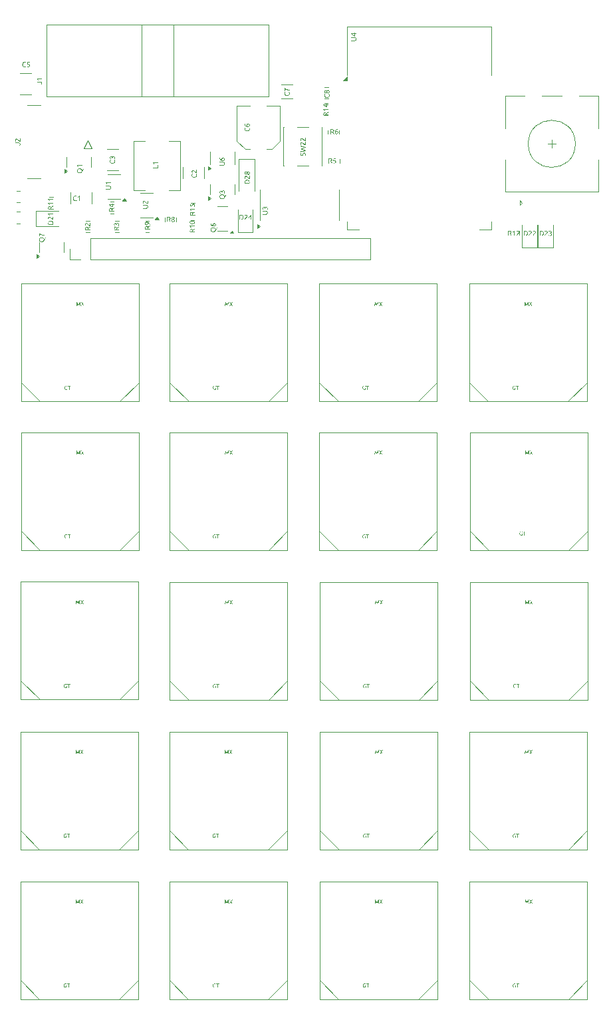
<source format=gbr>
%TF.GenerationSoftware,KiCad,Pcbnew,8.0.5-8.0.5-0~ubuntu22.04.1*%
%TF.CreationDate,2024-11-26T13:49:24+00:00*%
%TF.ProjectId,numcalcium,6e756d63-616c-4636-9975-6d2e6b696361,rev?*%
%TF.SameCoordinates,Original*%
%TF.FileFunction,Legend,Top*%
%TF.FilePolarity,Positive*%
%FSLAX46Y46*%
G04 Gerber Fmt 4.6, Leading zero omitted, Abs format (unit mm)*
G04 Created by KiCad (PCBNEW 8.0.5-8.0.5-0~ubuntu22.04.1) date 2024-11-26 13:49:24*
%MOMM*%
%LPD*%
G01*
G04 APERTURE LIST*
%ADD10C,0.150000*%
%ADD11C,0.100000*%
%ADD12C,0.120000*%
G04 APERTURE END LIST*
D10*
G36*
X33683462Y10127958D02*
G01*
X33681945Y10093740D01*
X33676700Y10058830D01*
X33667708Y10027194D01*
X33664279Y10018342D01*
X33649304Y9988406D01*
X33629144Y9960266D01*
X33611406Y9942256D01*
X33584536Y9922141D01*
X33554220Y9906288D01*
X33532095Y9898087D01*
X33499634Y9889919D01*
X33465420Y9885141D01*
X33432796Y9883740D01*
X33033503Y9883740D01*
X33033503Y9973690D01*
X33427315Y9973690D01*
X33461666Y9975192D01*
X33497043Y9980740D01*
X33531278Y9992087D01*
X33558904Y10008774D01*
X33567559Y10016408D01*
X33588677Y10042502D01*
X33602883Y10072728D01*
X33610178Y10107086D01*
X33611245Y10127958D01*
X33608585Y10160763D01*
X33600605Y10190504D01*
X33584834Y10219923D01*
X33567559Y10239348D01*
X33540375Y10258461D01*
X33510494Y10270943D01*
X33477436Y10278547D01*
X33444974Y10281675D01*
X33427315Y10282066D01*
X33033503Y10282066D01*
X33033503Y10372016D01*
X33432796Y10372016D01*
X33465420Y10370599D01*
X33499634Y10365768D01*
X33532095Y10357508D01*
X33564708Y10344526D01*
X33593875Y10327101D01*
X33611406Y10313016D01*
X33634558Y10288186D01*
X33653721Y10258914D01*
X33664279Y10236930D01*
X33675201Y10203326D01*
X33681196Y10169272D01*
X33683387Y10135770D01*
X33683462Y10127958D01*
G37*
G36*
X33611245Y10654116D02*
G01*
X33609671Y10687988D01*
X33604019Y10721221D01*
X33592747Y10751622D01*
X33578360Y10772437D01*
X33552993Y10792812D01*
X33522331Y10804729D01*
X33489861Y10808224D01*
X33456895Y10804516D01*
X33429572Y10793393D01*
X33403999Y10772486D01*
X33390561Y10754383D01*
X33376762Y10724681D01*
X33369767Y10698124D01*
X33365172Y10665803D01*
X33363641Y10632677D01*
X33363641Y10610431D01*
X33291423Y10610431D01*
X33291423Y10641059D01*
X33289366Y10673586D01*
X33287071Y10688774D01*
X33277512Y10720706D01*
X33270951Y10733910D01*
X33249936Y10759425D01*
X33239356Y10767279D01*
X33208535Y10778793D01*
X33188900Y10780336D01*
X33156878Y10775506D01*
X33146343Y10770986D01*
X33120624Y10751120D01*
X33116843Y10746484D01*
X33102077Y10717313D01*
X33100401Y10711181D01*
X33095643Y10678571D01*
X33095404Y10668947D01*
X33097559Y10634901D01*
X33104699Y10603235D01*
X33108461Y10593182D01*
X33122481Y10562902D01*
X33135381Y10540792D01*
X33073319Y10507424D01*
X33057038Y10535634D01*
X33043589Y10566323D01*
X33040757Y10574161D01*
X33031347Y10606563D01*
X33028344Y10620103D01*
X33023796Y10653446D01*
X33023186Y10671687D01*
X33024615Y10705161D01*
X33029432Y10737899D01*
X33035276Y10759864D01*
X33047768Y10789916D01*
X33066729Y10818066D01*
X33069450Y10821120D01*
X33095190Y10843399D01*
X33121679Y10857390D01*
X33152912Y10866457D01*
X33186643Y10869480D01*
X33221085Y10865422D01*
X33251627Y10853249D01*
X33269822Y10840625D01*
X33293458Y10817404D01*
X33312379Y10790784D01*
X33322374Y10771148D01*
X33334161Y10801687D01*
X33343652Y10819346D01*
X33363878Y10846033D01*
X33378794Y10859808D01*
X33406201Y10877960D01*
X33427637Y10887695D01*
X33458917Y10895997D01*
X33489538Y10898335D01*
X33522346Y10895940D01*
X33555475Y10888006D01*
X33566753Y10883827D01*
X33595964Y10868249D01*
X33621534Y10846625D01*
X33628171Y10839335D01*
X33647318Y10812289D01*
X33661780Y10782789D01*
X33668793Y10763571D01*
X33677145Y10730356D01*
X33681729Y10696756D01*
X33683405Y10663743D01*
X33683462Y10656051D01*
X33681866Y10623689D01*
X33679755Y10606240D01*
X33674125Y10574130D01*
X33670566Y10558363D01*
X33661849Y10526950D01*
X33659443Y10519353D01*
X33650094Y10495334D01*
X33579649Y10511938D01*
X33592055Y10543488D01*
X33599155Y10564328D01*
X33606982Y10596877D01*
X33610666Y10631692D01*
X33611245Y10654116D01*
G37*
G36*
X14252462Y16673630D02*
G01*
X14251072Y16640452D01*
X14246184Y16604935D01*
X14237777Y16571330D01*
X14230217Y16549989D01*
X14216097Y16519943D01*
X14198764Y16492371D01*
X14178217Y16467272D01*
X14165414Y16454397D01*
X14139895Y16433416D01*
X14111213Y16415265D01*
X14079369Y16399945D01*
X14060312Y16392657D01*
X14027910Y16383137D01*
X13993252Y16376336D01*
X13961075Y16372617D01*
X13927170Y16370980D01*
X13917166Y16370895D01*
X13882767Y16372068D01*
X13850096Y16375585D01*
X13814874Y16382477D01*
X13781909Y16392431D01*
X13774020Y16395398D01*
X13743996Y16408798D01*
X13713206Y16426425D01*
X13685579Y16446756D01*
X13668917Y16461812D01*
X13646586Y16486472D01*
X13627467Y16513299D01*
X13611562Y16542294D01*
X13604115Y16559339D01*
X13593361Y16591286D01*
X13586127Y16624381D01*
X13582412Y16658624D01*
X13581869Y16678143D01*
X13582949Y16711581D01*
X13586503Y16743983D01*
X13587511Y16750038D01*
X13593926Y16781756D01*
X13600568Y16805814D01*
X13611691Y16836371D01*
X13615399Y16844341D01*
X13626522Y16864813D01*
X13693903Y16838860D01*
X13681975Y16814680D01*
X13670532Y16783825D01*
X13668917Y16778893D01*
X13660515Y16746976D01*
X13658278Y16735369D01*
X13654496Y16702558D01*
X13654087Y16687493D01*
X13656220Y16653561D01*
X13663414Y16619282D01*
X13672141Y16595447D01*
X13687949Y16566537D01*
X13708290Y16540982D01*
X13724370Y16525809D01*
X13752087Y16506170D01*
X13781157Y16491474D01*
X13807550Y16481801D01*
X13839242Y16473725D01*
X13873264Y16468641D01*
X13905876Y16466622D01*
X13917166Y16466487D01*
X13949446Y16467546D01*
X13983399Y16471204D01*
X14015337Y16477476D01*
X14024525Y16479867D01*
X14056154Y16490757D01*
X14086964Y16506244D01*
X14107543Y16520328D01*
X14131338Y16542400D01*
X14150735Y16568235D01*
X14161223Y16587549D01*
X14172814Y16619776D01*
X14178740Y16652624D01*
X14180245Y16681851D01*
X14179212Y16715155D01*
X14175641Y16748183D01*
X14167991Y16782288D01*
X14167187Y16784858D01*
X14156318Y16816766D01*
X14143975Y16846275D01*
X14211679Y16869488D01*
X14223285Y16846275D01*
X14233821Y16814964D01*
X14236665Y16804363D01*
X14243697Y16771737D01*
X14247788Y16746008D01*
X14251143Y16713486D01*
X14252421Y16680894D01*
X14252462Y16673630D01*
G37*
G36*
X14180245Y17099521D02*
G01*
X14178671Y17133393D01*
X14173019Y17166625D01*
X14161747Y17197027D01*
X14147360Y17217842D01*
X14121993Y17238216D01*
X14091331Y17250133D01*
X14058861Y17253628D01*
X14025895Y17249921D01*
X13998572Y17238798D01*
X13972999Y17217890D01*
X13959561Y17199787D01*
X13945762Y17170085D01*
X13938767Y17143528D01*
X13934172Y17111208D01*
X13932641Y17078081D01*
X13932641Y17055835D01*
X13860423Y17055835D01*
X13860423Y17086463D01*
X13858366Y17118991D01*
X13856071Y17134179D01*
X13846512Y17166110D01*
X13839951Y17179315D01*
X13818936Y17204830D01*
X13808356Y17212683D01*
X13777535Y17224198D01*
X13757900Y17225740D01*
X13725878Y17220910D01*
X13715343Y17216391D01*
X13689624Y17196524D01*
X13685843Y17191888D01*
X13671077Y17162718D01*
X13669401Y17156586D01*
X13664643Y17123976D01*
X13664404Y17114351D01*
X13666559Y17080306D01*
X13673699Y17048640D01*
X13677461Y17038587D01*
X13691481Y17008306D01*
X13704381Y16986197D01*
X13642319Y16952828D01*
X13626038Y16981038D01*
X13612589Y17011728D01*
X13609757Y17019565D01*
X13600347Y17051967D01*
X13597344Y17065507D01*
X13592796Y17098850D01*
X13592186Y17117091D01*
X13593615Y17150566D01*
X13598432Y17183303D01*
X13604276Y17205268D01*
X13616768Y17235321D01*
X13635729Y17263470D01*
X13638450Y17266524D01*
X13664190Y17288803D01*
X13690679Y17302794D01*
X13721912Y17311862D01*
X13755643Y17314884D01*
X13790085Y17310827D01*
X13820627Y17298653D01*
X13838822Y17286029D01*
X13862458Y17262809D01*
X13881379Y17236188D01*
X13891374Y17216552D01*
X13903161Y17247092D01*
X13912652Y17264751D01*
X13932878Y17291437D01*
X13947794Y17305212D01*
X13975201Y17323365D01*
X13996637Y17333100D01*
X14027917Y17341401D01*
X14058538Y17343739D01*
X14091346Y17341345D01*
X14124475Y17333411D01*
X14135753Y17329231D01*
X14164964Y17313654D01*
X14190534Y17292029D01*
X14197171Y17284740D01*
X14216318Y17257693D01*
X14230780Y17228194D01*
X14237793Y17208976D01*
X14246145Y17175761D01*
X14250729Y17142161D01*
X14252405Y17109148D01*
X14252462Y17101455D01*
X14250866Y17069094D01*
X14248755Y17051644D01*
X14243125Y17019534D01*
X14239566Y17003768D01*
X14230849Y16972354D01*
X14228443Y16964757D01*
X14219094Y16940738D01*
X14148649Y16957342D01*
X14161055Y16988893D01*
X14168155Y17009732D01*
X14175982Y17042281D01*
X14179666Y17077097D01*
X14180245Y17099521D01*
G37*
D11*
G36*
X47521537Y-20572812D02*
G01*
X47511533Y-20549758D01*
X47502853Y-20530313D01*
X47492351Y-20506888D01*
X47481971Y-20483755D01*
X47477818Y-20474504D01*
X47467577Y-20451732D01*
X47456820Y-20428479D01*
X47449363Y-20412710D01*
X47438321Y-20389395D01*
X47427725Y-20367075D01*
X47420909Y-20352749D01*
X47409589Y-20329187D01*
X47398187Y-20306432D01*
X47395996Y-20302190D01*
X47384374Y-20280372D01*
X47377312Y-20267996D01*
X47374973Y-20294284D01*
X47372766Y-20321246D01*
X47370689Y-20348881D01*
X47368744Y-20377190D01*
X47366930Y-20406173D01*
X47365248Y-20435830D01*
X47364611Y-20447881D01*
X47363117Y-20478151D01*
X47361689Y-20508510D01*
X47360327Y-20538959D01*
X47359284Y-20563382D01*
X47358283Y-20587863D01*
X47357324Y-20612401D01*
X47356407Y-20636996D01*
X47356185Y-20643154D01*
X47289384Y-20643154D01*
X47290648Y-20615585D01*
X47291982Y-20587912D01*
X47293386Y-20560134D01*
X47294861Y-20532250D01*
X47295735Y-20516269D01*
X47297331Y-20488372D01*
X47299021Y-20460674D01*
X47300804Y-20433174D01*
X47302680Y-20405873D01*
X47303795Y-20390362D01*
X47305854Y-20363426D01*
X47307972Y-20336794D01*
X47310148Y-20310465D01*
X47312383Y-20284441D01*
X47313687Y-20269706D01*
X47316037Y-20244311D01*
X47318492Y-20219524D01*
X47321426Y-20191940D01*
X47324499Y-20165149D01*
X47325288Y-20158576D01*
X47385005Y-20158576D01*
X47398420Y-20180528D01*
X47411167Y-20202739D01*
X47423087Y-20224564D01*
X47425794Y-20229650D01*
X47438080Y-20253031D01*
X47450348Y-20277010D01*
X47462595Y-20301588D01*
X47469391Y-20315502D01*
X47480230Y-20337911D01*
X47490885Y-20360320D01*
X47501357Y-20382730D01*
X47511645Y-20405139D01*
X47522837Y-20429721D01*
X47533468Y-20453048D01*
X47544624Y-20477494D01*
X47548892Y-20486838D01*
X47559771Y-20463012D01*
X47570154Y-20440244D01*
X47581096Y-20416219D01*
X47586139Y-20405139D01*
X47596421Y-20382730D01*
X47606870Y-20360320D01*
X47617486Y-20337911D01*
X47628271Y-20315502D01*
X47639194Y-20293329D01*
X47651463Y-20268950D01*
X47663713Y-20245171D01*
X47671869Y-20229650D01*
X47683943Y-20207439D01*
X47696837Y-20184799D01*
X47710387Y-20162374D01*
X47712779Y-20158576D01*
X47772619Y-20158576D01*
X47775564Y-20187917D01*
X47778416Y-20217385D01*
X47781174Y-20246978D01*
X47783839Y-20276698D01*
X47786410Y-20306543D01*
X47788888Y-20336514D01*
X47791272Y-20366611D01*
X47793563Y-20396835D01*
X47795760Y-20427184D01*
X47797864Y-20457659D01*
X47799874Y-20488260D01*
X47801791Y-20518987D01*
X47803614Y-20549839D01*
X47805344Y-20580818D01*
X47806980Y-20611923D01*
X47808523Y-20643154D01*
X47741722Y-20643154D01*
X47740814Y-20618544D01*
X47739860Y-20593992D01*
X47738860Y-20569497D01*
X47737814Y-20545059D01*
X47736443Y-20514593D01*
X47735000Y-20484216D01*
X47733485Y-20453928D01*
X47733174Y-20447881D01*
X47731579Y-20417955D01*
X47729846Y-20388703D01*
X47727977Y-20360124D01*
X47725970Y-20332219D01*
X47723827Y-20304988D01*
X47721546Y-20278431D01*
X47720595Y-20267996D01*
X47708079Y-20290450D01*
X47701911Y-20302190D01*
X47690632Y-20324430D01*
X47679378Y-20347511D01*
X47676876Y-20352749D01*
X47665758Y-20376254D01*
X47654959Y-20398989D01*
X47648421Y-20412710D01*
X47637379Y-20436284D01*
X47626783Y-20459376D01*
X47619967Y-20474504D01*
X47609434Y-20498149D01*
X47599465Y-20520463D01*
X47595054Y-20530313D01*
X47584582Y-20553822D01*
X47576370Y-20572812D01*
X47521537Y-20572812D01*
G37*
G36*
X48205051Y-20643154D02*
G01*
X48192556Y-20621377D01*
X48179527Y-20600045D01*
X48166037Y-20578834D01*
X48152505Y-20558468D01*
X48147043Y-20550463D01*
X48132434Y-20529527D01*
X48117381Y-20508591D01*
X48110285Y-20498928D01*
X48095027Y-20478476D01*
X48080214Y-20458991D01*
X48073526Y-20450324D01*
X48057965Y-20470867D01*
X48043013Y-20490947D01*
X48037134Y-20498928D01*
X48022036Y-20519864D01*
X48007503Y-20540800D01*
X48000986Y-20550463D01*
X47987437Y-20571077D01*
X47973613Y-20592555D01*
X47968868Y-20600045D01*
X47955779Y-20621377D01*
X47943345Y-20643154D01*
X47867996Y-20643154D01*
X47880547Y-20620599D01*
X47893836Y-20597908D01*
X47907864Y-20575078D01*
X47922630Y-20552112D01*
X47938134Y-20529008D01*
X47943467Y-20521276D01*
X47959817Y-20497892D01*
X47976537Y-20474267D01*
X47990752Y-20454396D01*
X48005223Y-20434358D01*
X48019951Y-20414153D01*
X48034936Y-20393782D01*
X47874346Y-20158576D01*
X47953114Y-20158576D01*
X48073526Y-20336140D01*
X48192350Y-20158576D01*
X48270386Y-20158576D01*
X48112116Y-20393049D01*
X48127356Y-20413459D01*
X48142315Y-20433702D01*
X48156994Y-20453778D01*
X48171393Y-20473687D01*
X48188302Y-20497358D01*
X48204807Y-20520788D01*
X48220753Y-20544029D01*
X48235988Y-20567133D01*
X48250509Y-20590099D01*
X48264318Y-20612928D01*
X48277414Y-20635620D01*
X48281621Y-20643154D01*
X48205051Y-20643154D01*
G37*
G36*
X46076306Y-31068865D02*
G01*
X46144571Y-31068865D01*
X46144571Y-31297110D01*
X46120269Y-31303460D01*
X46096241Y-31308329D01*
X46083755Y-31310543D01*
X46059163Y-31314179D01*
X46038326Y-31316527D01*
X46013505Y-31318359D01*
X45988378Y-31318969D01*
X45963297Y-31317916D01*
X45936432Y-31314213D01*
X45910996Y-31307844D01*
X45894833Y-31302117D01*
X45872012Y-31291410D01*
X45851084Y-31278250D01*
X45832050Y-31262636D01*
X45822293Y-31252902D01*
X45806398Y-31233539D01*
X45792648Y-31211857D01*
X45781042Y-31187858D01*
X45775520Y-31173523D01*
X45768308Y-31149083D01*
X45763156Y-31122903D01*
X45760338Y-31098568D01*
X45759098Y-31072901D01*
X45759034Y-31065323D01*
X45759922Y-31039216D01*
X45762587Y-31014429D01*
X45767808Y-30987719D01*
X45775349Y-30962734D01*
X45777597Y-30956757D01*
X45787748Y-30934004D01*
X45801102Y-30910652D01*
X45816505Y-30889676D01*
X45827911Y-30877012D01*
X45846621Y-30860035D01*
X45867031Y-30845512D01*
X45889142Y-30833442D01*
X45902160Y-30827797D01*
X45926598Y-30819650D01*
X45951963Y-30814170D01*
X45978255Y-30811356D01*
X45993263Y-30810944D01*
X46018923Y-30811650D01*
X46043807Y-30813987D01*
X46052003Y-30815218D01*
X46077245Y-30820078D01*
X46095967Y-30825110D01*
X46119666Y-30833537D01*
X46125887Y-30836345D01*
X46141763Y-30844772D01*
X46119903Y-30896551D01*
X46097832Y-30885065D01*
X46073928Y-30876716D01*
X46065681Y-30874447D01*
X46040196Y-30869089D01*
X46014298Y-30866204D01*
X45996804Y-30865655D01*
X45971907Y-30867271D01*
X45946556Y-30872720D01*
X45928783Y-30879332D01*
X45907156Y-30891308D01*
X45888071Y-30906718D01*
X45876759Y-30918899D01*
X45862053Y-30939897D01*
X45850896Y-30961920D01*
X45843420Y-30981914D01*
X45837109Y-31005923D01*
X45833135Y-31031698D01*
X45831557Y-31056404D01*
X45831452Y-31064957D01*
X45832254Y-31089412D01*
X45835025Y-31115133D01*
X45839777Y-31139329D01*
X45841588Y-31146290D01*
X45849882Y-31170251D01*
X45861760Y-31193592D01*
X45872607Y-31209182D01*
X45889551Y-31227208D01*
X45909243Y-31241903D01*
X45923898Y-31249849D01*
X45948416Y-31258630D01*
X45973576Y-31263119D01*
X45996072Y-31264259D01*
X46021846Y-31263561D01*
X46046386Y-31261084D01*
X46071001Y-31256527D01*
X46076306Y-31255100D01*
X46076306Y-31068865D01*
G37*
G36*
X46574805Y-30826576D02*
G01*
X46574805Y-30881286D01*
X46421543Y-30881286D01*
X46421543Y-31311154D01*
X46353277Y-31311154D01*
X46353277Y-30881286D01*
X46199892Y-30881286D01*
X46199892Y-30826576D01*
X46574805Y-30826576D01*
G37*
D10*
G36*
X66488674Y7830655D02*
G01*
X66521357Y7827855D01*
X66557179Y7822369D01*
X66591369Y7814445D01*
X66599661Y7812083D01*
X66631458Y7801081D01*
X66660917Y7787581D01*
X66691265Y7769406D01*
X66712824Y7753084D01*
X66737786Y7729301D01*
X66759357Y7702204D01*
X66777536Y7671791D01*
X66786170Y7653462D01*
X66797595Y7622058D01*
X66805756Y7587974D01*
X66810218Y7555953D01*
X66812182Y7521879D01*
X66812284Y7511767D01*
X66811035Y7477099D01*
X66807286Y7444468D01*
X66799941Y7409669D01*
X66789332Y7377530D01*
X66786170Y7369911D01*
X66769875Y7337721D01*
X66750189Y7308796D01*
X66727110Y7283134D01*
X66712824Y7270289D01*
X66684777Y7249732D01*
X66653771Y7232313D01*
X66623728Y7219462D01*
X66599661Y7211451D01*
X66565879Y7202917D01*
X66530466Y7196822D01*
X66498140Y7193488D01*
X66464564Y7192022D01*
X66454742Y7191946D01*
X66421742Y7192478D01*
X66388967Y7193913D01*
X66368822Y7195170D01*
X66334887Y7198449D01*
X66300938Y7203946D01*
X66283870Y7207743D01*
X66283870Y7756630D01*
X66373981Y7756630D01*
X66373981Y7266904D01*
X66403158Y7264969D01*
X66436028Y7264277D01*
X66462157Y7264163D01*
X66500619Y7265753D01*
X66535909Y7270523D01*
X66568027Y7278473D01*
X66602382Y7292210D01*
X66632169Y7310527D01*
X66653502Y7329288D01*
X66674977Y7355546D01*
X66692009Y7385477D01*
X66704597Y7419079D01*
X66712743Y7456354D01*
X66716137Y7490222D01*
X66716692Y7511767D01*
X66715150Y7547165D01*
X66710521Y7580013D01*
X66700895Y7616063D01*
X66686825Y7648442D01*
X66668312Y7677148D01*
X66653502Y7694246D01*
X66627522Y7716378D01*
X66596973Y7733931D01*
X66561858Y7746905D01*
X66529105Y7754219D01*
X66493181Y7758353D01*
X66462157Y7759370D01*
X66428386Y7759129D01*
X66403158Y7758403D01*
X66373981Y7756630D01*
X66283870Y7756630D01*
X66283870Y7815791D01*
X66316243Y7822376D01*
X66348724Y7826661D01*
X66368822Y7828364D01*
X66402893Y7830329D01*
X66437297Y7831434D01*
X66454742Y7831588D01*
X66488674Y7830655D01*
G37*
G36*
X67296046Y7664746D02*
G01*
X67292661Y7632264D01*
X67282505Y7600911D01*
X67266869Y7570484D01*
X67248111Y7542325D01*
X67246719Y7540461D01*
X67226174Y7514551D01*
X67203469Y7489012D01*
X67196586Y7481784D01*
X67174031Y7458656D01*
X67149682Y7434166D01*
X67140972Y7425525D01*
X67118016Y7402784D01*
X67104218Y7388932D01*
X67081538Y7364694D01*
X67064885Y7344925D01*
X67044974Y7318367D01*
X67033773Y7300917D01*
X67021642Y7270220D01*
X67021200Y7264163D01*
X67317325Y7264163D01*
X67317325Y7191946D01*
X66927381Y7191946D01*
X66926414Y7202907D01*
X66926414Y7213063D01*
X66928782Y7247180D01*
X66935885Y7279328D01*
X66940761Y7293502D01*
X66953985Y7323065D01*
X66970083Y7351245D01*
X66978482Y7363785D01*
X66998247Y7389996D01*
X67019821Y7414931D01*
X67030388Y7426008D01*
X67053673Y7449527D01*
X67076639Y7472406D01*
X67087131Y7482751D01*
X67111112Y7505908D01*
X67131138Y7526114D01*
X67153235Y7550517D01*
X67168376Y7569638D01*
X67186145Y7597546D01*
X67194329Y7614774D01*
X67203000Y7646632D01*
X67204162Y7664262D01*
X67200344Y7697397D01*
X67195296Y7711816D01*
X67177000Y7739411D01*
X67171600Y7744540D01*
X67142901Y7761525D01*
X67136780Y7763562D01*
X67104225Y7769394D01*
X67094546Y7769687D01*
X67061226Y7766494D01*
X67045380Y7762272D01*
X67014550Y7749789D01*
X67005402Y7745024D01*
X66978056Y7726699D01*
X66975741Y7724712D01*
X66957203Y7708431D01*
X66914485Y7764851D01*
X66938441Y7786748D01*
X66939471Y7787581D01*
X66966902Y7806213D01*
X66979449Y7813050D01*
X67008946Y7826100D01*
X67031355Y7833523D01*
X67063333Y7840063D01*
X67093740Y7841905D01*
X67129868Y7840273D01*
X67162449Y7835376D01*
X67195976Y7825538D01*
X67228380Y7808854D01*
X67245429Y7795479D01*
X67267574Y7769959D01*
X67283392Y7739664D01*
X67292883Y7704593D01*
X67295997Y7669988D01*
X67296046Y7664746D01*
G37*
G36*
X67817045Y7664746D02*
G01*
X67813660Y7632264D01*
X67803505Y7600911D01*
X67787868Y7570484D01*
X67769110Y7542325D01*
X67767718Y7540461D01*
X67747173Y7514551D01*
X67724469Y7489012D01*
X67717585Y7481784D01*
X67695031Y7458656D01*
X67670682Y7434166D01*
X67661971Y7425525D01*
X67639015Y7402784D01*
X67625217Y7388932D01*
X67602537Y7364694D01*
X67585884Y7344925D01*
X67565973Y7318367D01*
X67554773Y7300917D01*
X67542641Y7270220D01*
X67542199Y7264163D01*
X67838324Y7264163D01*
X67838324Y7191946D01*
X67448380Y7191946D01*
X67447413Y7202907D01*
X67447413Y7213063D01*
X67449781Y7247180D01*
X67456884Y7279328D01*
X67461760Y7293502D01*
X67474984Y7323065D01*
X67491082Y7351245D01*
X67499481Y7363785D01*
X67519246Y7389996D01*
X67540820Y7414931D01*
X67551387Y7426008D01*
X67574672Y7449527D01*
X67597638Y7472406D01*
X67608130Y7482751D01*
X67632111Y7505908D01*
X67652138Y7526114D01*
X67674234Y7550517D01*
X67689375Y7569638D01*
X67707145Y7597546D01*
X67715328Y7614774D01*
X67723999Y7646632D01*
X67725161Y7664262D01*
X67721343Y7697397D01*
X67716295Y7711816D01*
X67698000Y7739411D01*
X67692599Y7744540D01*
X67663900Y7761525D01*
X67657780Y7763562D01*
X67625225Y7769394D01*
X67615545Y7769687D01*
X67582225Y7766494D01*
X67566379Y7762272D01*
X67535550Y7749789D01*
X67526401Y7745024D01*
X67499056Y7726699D01*
X67496741Y7724712D01*
X67478203Y7708431D01*
X67435484Y7764851D01*
X67459441Y7786748D01*
X67460470Y7787581D01*
X67487901Y7806213D01*
X67500448Y7813050D01*
X67529946Y7826100D01*
X67552355Y7833523D01*
X67584332Y7840063D01*
X67614739Y7841905D01*
X67650868Y7840273D01*
X67683448Y7835376D01*
X67716975Y7825538D01*
X67749379Y7808854D01*
X67766429Y7795479D01*
X67788573Y7769959D01*
X67804391Y7739664D01*
X67813882Y7704593D01*
X67816996Y7669988D01*
X67817045Y7664746D01*
G37*
D11*
G36*
X26981306Y-69167865D02*
G01*
X27049571Y-69167865D01*
X27049571Y-69396110D01*
X27025269Y-69402460D01*
X27001241Y-69407329D01*
X26988755Y-69409543D01*
X26964163Y-69413179D01*
X26943326Y-69415527D01*
X26918505Y-69417359D01*
X26893378Y-69417969D01*
X26868297Y-69416916D01*
X26841432Y-69413213D01*
X26815996Y-69406844D01*
X26799833Y-69401117D01*
X26777012Y-69390410D01*
X26756084Y-69377250D01*
X26737050Y-69361636D01*
X26727293Y-69351902D01*
X26711398Y-69332539D01*
X26697648Y-69310857D01*
X26686042Y-69286858D01*
X26680520Y-69272523D01*
X26673308Y-69248083D01*
X26668156Y-69221903D01*
X26665338Y-69197568D01*
X26664098Y-69171901D01*
X26664034Y-69164323D01*
X26664922Y-69138216D01*
X26667587Y-69113429D01*
X26672808Y-69086719D01*
X26680349Y-69061734D01*
X26682597Y-69055757D01*
X26692748Y-69033004D01*
X26706102Y-69009652D01*
X26721505Y-68988676D01*
X26732911Y-68976012D01*
X26751621Y-68959035D01*
X26772031Y-68944512D01*
X26794142Y-68932442D01*
X26807160Y-68926797D01*
X26831598Y-68918650D01*
X26856963Y-68913170D01*
X26883255Y-68910356D01*
X26898263Y-68909944D01*
X26923923Y-68910650D01*
X26948807Y-68912987D01*
X26957003Y-68914218D01*
X26982245Y-68919078D01*
X27000967Y-68924110D01*
X27024666Y-68932537D01*
X27030887Y-68935345D01*
X27046763Y-68943772D01*
X27024903Y-68995551D01*
X27002832Y-68984065D01*
X26978928Y-68975716D01*
X26970681Y-68973447D01*
X26945196Y-68968089D01*
X26919298Y-68965204D01*
X26901804Y-68964655D01*
X26876907Y-68966271D01*
X26851556Y-68971720D01*
X26833783Y-68978332D01*
X26812156Y-68990308D01*
X26793071Y-69005718D01*
X26781759Y-69017899D01*
X26767053Y-69038897D01*
X26755896Y-69060920D01*
X26748420Y-69080914D01*
X26742109Y-69104923D01*
X26738135Y-69130698D01*
X26736557Y-69155404D01*
X26736452Y-69163957D01*
X26737254Y-69188412D01*
X26740025Y-69214133D01*
X26744777Y-69238329D01*
X26746588Y-69245290D01*
X26754882Y-69269251D01*
X26766760Y-69292592D01*
X26777607Y-69308182D01*
X26794551Y-69326208D01*
X26814243Y-69340903D01*
X26828898Y-69348849D01*
X26853416Y-69357630D01*
X26878576Y-69362119D01*
X26901072Y-69363259D01*
X26926846Y-69362561D01*
X26951386Y-69360084D01*
X26976001Y-69355527D01*
X26981306Y-69354100D01*
X26981306Y-69167865D01*
G37*
G36*
X27479805Y-68925576D02*
G01*
X27479805Y-68980286D01*
X27326543Y-68980286D01*
X27326543Y-69410154D01*
X27258277Y-69410154D01*
X27258277Y-68980286D01*
X27104892Y-68980286D01*
X27104892Y-68925576D01*
X27479805Y-68925576D01*
G37*
G36*
X28426537Y-58671812D02*
G01*
X28416533Y-58648758D01*
X28407853Y-58629313D01*
X28397351Y-58605888D01*
X28386971Y-58582755D01*
X28382818Y-58573504D01*
X28372577Y-58550732D01*
X28361820Y-58527479D01*
X28354363Y-58511710D01*
X28343321Y-58488395D01*
X28332725Y-58466075D01*
X28325909Y-58451749D01*
X28314589Y-58428187D01*
X28303187Y-58405432D01*
X28300996Y-58401190D01*
X28289374Y-58379372D01*
X28282312Y-58366996D01*
X28279973Y-58393284D01*
X28277766Y-58420246D01*
X28275689Y-58447881D01*
X28273744Y-58476190D01*
X28271930Y-58505173D01*
X28270248Y-58534830D01*
X28269611Y-58546881D01*
X28268117Y-58577151D01*
X28266689Y-58607510D01*
X28265327Y-58637959D01*
X28264284Y-58662382D01*
X28263283Y-58686863D01*
X28262324Y-58711401D01*
X28261407Y-58735996D01*
X28261185Y-58742154D01*
X28194384Y-58742154D01*
X28195648Y-58714585D01*
X28196982Y-58686912D01*
X28198386Y-58659134D01*
X28199861Y-58631250D01*
X28200735Y-58615269D01*
X28202331Y-58587372D01*
X28204021Y-58559674D01*
X28205804Y-58532174D01*
X28207680Y-58504873D01*
X28208795Y-58489362D01*
X28210854Y-58462426D01*
X28212972Y-58435794D01*
X28215148Y-58409465D01*
X28217383Y-58383441D01*
X28218687Y-58368706D01*
X28221037Y-58343311D01*
X28223492Y-58318524D01*
X28226426Y-58290940D01*
X28229499Y-58264149D01*
X28230288Y-58257576D01*
X28290005Y-58257576D01*
X28303420Y-58279528D01*
X28316167Y-58301739D01*
X28328087Y-58323564D01*
X28330794Y-58328650D01*
X28343080Y-58352031D01*
X28355348Y-58376010D01*
X28367595Y-58400588D01*
X28374391Y-58414502D01*
X28385230Y-58436911D01*
X28395885Y-58459320D01*
X28406357Y-58481730D01*
X28416645Y-58504139D01*
X28427837Y-58528721D01*
X28438468Y-58552048D01*
X28449624Y-58576494D01*
X28453892Y-58585838D01*
X28464771Y-58562012D01*
X28475154Y-58539244D01*
X28486096Y-58515219D01*
X28491139Y-58504139D01*
X28501421Y-58481730D01*
X28511870Y-58459320D01*
X28522486Y-58436911D01*
X28533271Y-58414502D01*
X28544194Y-58392329D01*
X28556463Y-58367950D01*
X28568713Y-58344171D01*
X28576869Y-58328650D01*
X28588943Y-58306439D01*
X28601837Y-58283799D01*
X28615387Y-58261374D01*
X28617779Y-58257576D01*
X28677619Y-58257576D01*
X28680564Y-58286917D01*
X28683416Y-58316385D01*
X28686174Y-58345978D01*
X28688839Y-58375698D01*
X28691410Y-58405543D01*
X28693888Y-58435514D01*
X28696272Y-58465611D01*
X28698563Y-58495835D01*
X28700760Y-58526184D01*
X28702864Y-58556659D01*
X28704874Y-58587260D01*
X28706791Y-58617987D01*
X28708614Y-58648839D01*
X28710344Y-58679818D01*
X28711980Y-58710923D01*
X28713523Y-58742154D01*
X28646722Y-58742154D01*
X28645814Y-58717544D01*
X28644860Y-58692992D01*
X28643860Y-58668497D01*
X28642814Y-58644059D01*
X28641443Y-58613593D01*
X28640000Y-58583216D01*
X28638485Y-58552928D01*
X28638174Y-58546881D01*
X28636579Y-58516955D01*
X28634846Y-58487703D01*
X28632977Y-58459124D01*
X28630970Y-58431219D01*
X28628827Y-58403988D01*
X28626546Y-58377431D01*
X28625595Y-58366996D01*
X28613079Y-58389450D01*
X28606911Y-58401190D01*
X28595632Y-58423430D01*
X28584378Y-58446511D01*
X28581876Y-58451749D01*
X28570758Y-58475254D01*
X28559959Y-58497989D01*
X28553421Y-58511710D01*
X28542379Y-58535284D01*
X28531783Y-58558376D01*
X28524967Y-58573504D01*
X28514434Y-58597149D01*
X28504465Y-58619463D01*
X28500054Y-58629313D01*
X28489582Y-58652822D01*
X28481370Y-58671812D01*
X28426537Y-58671812D01*
G37*
G36*
X29110051Y-58742154D02*
G01*
X29097556Y-58720377D01*
X29084527Y-58699045D01*
X29071037Y-58677834D01*
X29057505Y-58657468D01*
X29052043Y-58649463D01*
X29037434Y-58628527D01*
X29022381Y-58607591D01*
X29015285Y-58597928D01*
X29000027Y-58577476D01*
X28985214Y-58557991D01*
X28978526Y-58549324D01*
X28962965Y-58569867D01*
X28948013Y-58589947D01*
X28942134Y-58597928D01*
X28927036Y-58618864D01*
X28912503Y-58639800D01*
X28905986Y-58649463D01*
X28892437Y-58670077D01*
X28878613Y-58691555D01*
X28873868Y-58699045D01*
X28860779Y-58720377D01*
X28848345Y-58742154D01*
X28772996Y-58742154D01*
X28785547Y-58719599D01*
X28798836Y-58696908D01*
X28812864Y-58674078D01*
X28827630Y-58651112D01*
X28843134Y-58628008D01*
X28848467Y-58620276D01*
X28864817Y-58596892D01*
X28881537Y-58573267D01*
X28895752Y-58553396D01*
X28910223Y-58533358D01*
X28924951Y-58513153D01*
X28939936Y-58492782D01*
X28779346Y-58257576D01*
X28858114Y-58257576D01*
X28978526Y-58435140D01*
X29097350Y-58257576D01*
X29175386Y-58257576D01*
X29017116Y-58492049D01*
X29032356Y-58512459D01*
X29047315Y-58532702D01*
X29061994Y-58552778D01*
X29076393Y-58572687D01*
X29093302Y-58596358D01*
X29109807Y-58619788D01*
X29125753Y-58643029D01*
X29140988Y-58666133D01*
X29155509Y-58689099D01*
X29169318Y-58711928D01*
X29182414Y-58734620D01*
X29186621Y-58742154D01*
X29110051Y-58742154D01*
G37*
D10*
G36*
X11067146Y8272795D02*
G01*
X11038826Y8257174D01*
X11010188Y8240436D01*
X10996862Y8232334D01*
X10968344Y8214546D01*
X10940944Y8196545D01*
X10928674Y8188165D01*
X10901095Y8168762D01*
X10875058Y8149482D01*
X10867902Y8143996D01*
X10841385Y8123282D01*
X10818575Y8104663D01*
X10819542Y8080000D01*
X10819542Y8054530D01*
X10819542Y7973769D01*
X11067146Y7973769D01*
X11067146Y7883658D01*
X10443300Y7883658D01*
X10436715Y7916031D01*
X10432430Y7948512D01*
X10430727Y7968610D01*
X10428762Y8002681D01*
X10427657Y8037085D01*
X10427503Y8054530D01*
X10427680Y8061945D01*
X10499721Y8061945D01*
X10499988Y8028606D01*
X10501016Y7995540D01*
X10502461Y7973769D01*
X10747324Y7973769D01*
X10747324Y8037765D01*
X10746667Y8071368D01*
X10744471Y8104752D01*
X10742649Y8121428D01*
X10736425Y8153637D01*
X10724917Y8183974D01*
X10705470Y8210262D01*
X10687841Y8223468D01*
X10655975Y8234808D01*
X10624490Y8237492D01*
X10590960Y8233986D01*
X10563556Y8223468D01*
X10538153Y8203539D01*
X10525029Y8185908D01*
X10511330Y8154814D01*
X10505363Y8130133D01*
X10501131Y8097127D01*
X10499726Y8064208D01*
X10499721Y8061945D01*
X10427680Y8061945D01*
X10428289Y8087412D01*
X10431481Y8125675D01*
X10437129Y8160780D01*
X10445234Y8192730D01*
X10458200Y8226903D01*
X10474703Y8256531D01*
X10477797Y8261027D01*
X10502099Y8288727D01*
X10531136Y8309624D01*
X10564910Y8323717D01*
X10597629Y8330381D01*
X10627552Y8332117D01*
X10661565Y8329439D01*
X10695978Y8320183D01*
X10726833Y8304314D01*
X10735395Y8298265D01*
X10761083Y8273975D01*
X10780407Y8246756D01*
X10796135Y8214463D01*
X10801971Y8198482D01*
X10827694Y8218878D01*
X10850009Y8236041D01*
X10877196Y8256287D01*
X10904652Y8275472D01*
X10915778Y8282951D01*
X10943313Y8301018D01*
X10971755Y8318949D01*
X10991220Y8330827D01*
X11020334Y8347602D01*
X11051005Y8363524D01*
X11067146Y8371127D01*
X11067146Y8272795D01*
G37*
G36*
X10594345Y8818458D02*
G01*
X10626827Y8815073D01*
X10658180Y8804917D01*
X10688607Y8789281D01*
X10716766Y8770522D01*
X10718630Y8769131D01*
X10744540Y8748586D01*
X10770079Y8725881D01*
X10777307Y8718997D01*
X10800435Y8696443D01*
X10824925Y8672094D01*
X10833566Y8663383D01*
X10856307Y8640427D01*
X10870159Y8626630D01*
X10894397Y8603950D01*
X10914166Y8587297D01*
X10940724Y8567386D01*
X10958174Y8556185D01*
X10988871Y8544054D01*
X10994928Y8543612D01*
X10994928Y8839736D01*
X11067146Y8839736D01*
X11067146Y8449793D01*
X11056184Y8448826D01*
X11046028Y8448826D01*
X11011911Y8451194D01*
X10979763Y8458297D01*
X10965589Y8463173D01*
X10936026Y8476397D01*
X10907846Y8492495D01*
X10895306Y8500894D01*
X10869095Y8520658D01*
X10844160Y8542233D01*
X10833083Y8552800D01*
X10809564Y8576085D01*
X10786685Y8599051D01*
X10776340Y8609542D01*
X10753183Y8633524D01*
X10732977Y8653550D01*
X10708574Y8675647D01*
X10689453Y8690787D01*
X10661545Y8708557D01*
X10644317Y8716741D01*
X10612459Y8725412D01*
X10594829Y8726574D01*
X10561694Y8722756D01*
X10547275Y8717708D01*
X10519680Y8699412D01*
X10514551Y8694011D01*
X10497566Y8665313D01*
X10495529Y8659192D01*
X10489697Y8626637D01*
X10489404Y8616958D01*
X10492597Y8583638D01*
X10496819Y8567792D01*
X10509302Y8536962D01*
X10514067Y8527814D01*
X10532392Y8500468D01*
X10534379Y8498153D01*
X10550660Y8479615D01*
X10494240Y8436897D01*
X10472343Y8460853D01*
X10471510Y8461883D01*
X10452878Y8489314D01*
X10446041Y8501861D01*
X10432991Y8531358D01*
X10425568Y8553767D01*
X10419028Y8585745D01*
X10417186Y8616152D01*
X10418818Y8652280D01*
X10423715Y8684861D01*
X10433553Y8718388D01*
X10450237Y8750792D01*
X10463612Y8767841D01*
X10489132Y8789986D01*
X10519427Y8805804D01*
X10554498Y8815295D01*
X10589103Y8818409D01*
X10594345Y8818458D01*
G37*
D11*
G36*
X8016306Y-88218865D02*
G01*
X8084571Y-88218865D01*
X8084571Y-88447110D01*
X8060269Y-88453460D01*
X8036241Y-88458329D01*
X8023755Y-88460543D01*
X7999163Y-88464179D01*
X7978326Y-88466527D01*
X7953505Y-88468359D01*
X7928378Y-88468969D01*
X7903297Y-88467916D01*
X7876432Y-88464213D01*
X7850996Y-88457844D01*
X7834833Y-88452117D01*
X7812012Y-88441410D01*
X7791084Y-88428250D01*
X7772050Y-88412636D01*
X7762293Y-88402902D01*
X7746398Y-88383539D01*
X7732648Y-88361857D01*
X7721042Y-88337858D01*
X7715520Y-88323523D01*
X7708308Y-88299083D01*
X7703156Y-88272903D01*
X7700338Y-88248568D01*
X7699098Y-88222901D01*
X7699034Y-88215323D01*
X7699922Y-88189216D01*
X7702587Y-88164429D01*
X7707808Y-88137719D01*
X7715349Y-88112734D01*
X7717597Y-88106757D01*
X7727748Y-88084004D01*
X7741102Y-88060652D01*
X7756505Y-88039676D01*
X7767911Y-88027012D01*
X7786621Y-88010035D01*
X7807031Y-87995512D01*
X7829142Y-87983442D01*
X7842160Y-87977797D01*
X7866598Y-87969650D01*
X7891963Y-87964170D01*
X7918255Y-87961356D01*
X7933263Y-87960944D01*
X7958923Y-87961650D01*
X7983807Y-87963987D01*
X7992003Y-87965218D01*
X8017245Y-87970078D01*
X8035967Y-87975110D01*
X8059666Y-87983537D01*
X8065887Y-87986345D01*
X8081763Y-87994772D01*
X8059903Y-88046551D01*
X8037832Y-88035065D01*
X8013928Y-88026716D01*
X8005681Y-88024447D01*
X7980196Y-88019089D01*
X7954298Y-88016204D01*
X7936804Y-88015655D01*
X7911907Y-88017271D01*
X7886556Y-88022720D01*
X7868783Y-88029332D01*
X7847156Y-88041308D01*
X7828071Y-88056718D01*
X7816759Y-88068899D01*
X7802053Y-88089897D01*
X7790896Y-88111920D01*
X7783420Y-88131914D01*
X7777109Y-88155923D01*
X7773135Y-88181698D01*
X7771557Y-88206404D01*
X7771452Y-88214957D01*
X7772254Y-88239412D01*
X7775025Y-88265133D01*
X7779777Y-88289329D01*
X7781588Y-88296290D01*
X7789882Y-88320251D01*
X7801760Y-88343592D01*
X7812607Y-88359182D01*
X7829551Y-88377208D01*
X7849243Y-88391903D01*
X7863898Y-88399849D01*
X7888416Y-88408630D01*
X7913576Y-88413119D01*
X7936072Y-88414259D01*
X7961846Y-88413561D01*
X7986386Y-88411084D01*
X8011001Y-88406527D01*
X8016306Y-88405100D01*
X8016306Y-88218865D01*
G37*
G36*
X8514805Y-87976576D02*
G01*
X8514805Y-88031286D01*
X8361543Y-88031286D01*
X8361543Y-88461154D01*
X8293277Y-88461154D01*
X8293277Y-88031286D01*
X8139892Y-88031286D01*
X8139892Y-87976576D01*
X8514805Y-87976576D01*
G37*
G36*
X9461537Y-77722812D02*
G01*
X9451533Y-77699758D01*
X9442853Y-77680313D01*
X9432351Y-77656888D01*
X9421971Y-77633755D01*
X9417818Y-77624504D01*
X9407577Y-77601732D01*
X9396820Y-77578479D01*
X9389363Y-77562710D01*
X9378321Y-77539395D01*
X9367725Y-77517075D01*
X9360909Y-77502749D01*
X9349589Y-77479187D01*
X9338187Y-77456432D01*
X9335996Y-77452190D01*
X9324374Y-77430372D01*
X9317312Y-77417996D01*
X9314973Y-77444284D01*
X9312766Y-77471246D01*
X9310689Y-77498881D01*
X9308744Y-77527190D01*
X9306930Y-77556173D01*
X9305248Y-77585830D01*
X9304611Y-77597881D01*
X9303117Y-77628151D01*
X9301689Y-77658510D01*
X9300327Y-77688959D01*
X9299284Y-77713382D01*
X9298283Y-77737863D01*
X9297324Y-77762401D01*
X9296407Y-77786996D01*
X9296185Y-77793154D01*
X9229384Y-77793154D01*
X9230648Y-77765585D01*
X9231982Y-77737912D01*
X9233386Y-77710134D01*
X9234861Y-77682250D01*
X9235735Y-77666269D01*
X9237331Y-77638372D01*
X9239021Y-77610674D01*
X9240804Y-77583174D01*
X9242680Y-77555873D01*
X9243795Y-77540362D01*
X9245854Y-77513426D01*
X9247972Y-77486794D01*
X9250148Y-77460465D01*
X9252383Y-77434441D01*
X9253687Y-77419706D01*
X9256037Y-77394311D01*
X9258492Y-77369524D01*
X9261426Y-77341940D01*
X9264499Y-77315149D01*
X9265288Y-77308576D01*
X9325005Y-77308576D01*
X9338420Y-77330528D01*
X9351167Y-77352739D01*
X9363087Y-77374564D01*
X9365794Y-77379650D01*
X9378080Y-77403031D01*
X9390348Y-77427010D01*
X9402595Y-77451588D01*
X9409391Y-77465502D01*
X9420230Y-77487911D01*
X9430885Y-77510320D01*
X9441357Y-77532730D01*
X9451645Y-77555139D01*
X9462837Y-77579721D01*
X9473468Y-77603048D01*
X9484624Y-77627494D01*
X9488892Y-77636838D01*
X9499771Y-77613012D01*
X9510154Y-77590244D01*
X9521096Y-77566219D01*
X9526139Y-77555139D01*
X9536421Y-77532730D01*
X9546870Y-77510320D01*
X9557486Y-77487911D01*
X9568271Y-77465502D01*
X9579194Y-77443329D01*
X9591463Y-77418950D01*
X9603713Y-77395171D01*
X9611869Y-77379650D01*
X9623943Y-77357439D01*
X9636837Y-77334799D01*
X9650387Y-77312374D01*
X9652779Y-77308576D01*
X9712619Y-77308576D01*
X9715564Y-77337917D01*
X9718416Y-77367385D01*
X9721174Y-77396978D01*
X9723839Y-77426698D01*
X9726410Y-77456543D01*
X9728888Y-77486514D01*
X9731272Y-77516611D01*
X9733563Y-77546835D01*
X9735760Y-77577184D01*
X9737864Y-77607659D01*
X9739874Y-77638260D01*
X9741791Y-77668987D01*
X9743614Y-77699839D01*
X9745344Y-77730818D01*
X9746980Y-77761923D01*
X9748523Y-77793154D01*
X9681722Y-77793154D01*
X9680814Y-77768544D01*
X9679860Y-77743992D01*
X9678860Y-77719497D01*
X9677814Y-77695059D01*
X9676443Y-77664593D01*
X9675000Y-77634216D01*
X9673485Y-77603928D01*
X9673174Y-77597881D01*
X9671579Y-77567955D01*
X9669846Y-77538703D01*
X9667977Y-77510124D01*
X9665970Y-77482219D01*
X9663827Y-77454988D01*
X9661546Y-77428431D01*
X9660595Y-77417996D01*
X9648079Y-77440450D01*
X9641911Y-77452190D01*
X9630632Y-77474430D01*
X9619378Y-77497511D01*
X9616876Y-77502749D01*
X9605758Y-77526254D01*
X9594959Y-77548989D01*
X9588421Y-77562710D01*
X9577379Y-77586284D01*
X9566783Y-77609376D01*
X9559967Y-77624504D01*
X9549434Y-77648149D01*
X9539465Y-77670463D01*
X9535054Y-77680313D01*
X9524582Y-77703822D01*
X9516370Y-77722812D01*
X9461537Y-77722812D01*
G37*
G36*
X10145051Y-77793154D02*
G01*
X10132556Y-77771377D01*
X10119527Y-77750045D01*
X10106037Y-77728834D01*
X10092505Y-77708468D01*
X10087043Y-77700463D01*
X10072434Y-77679527D01*
X10057381Y-77658591D01*
X10050285Y-77648928D01*
X10035027Y-77628476D01*
X10020214Y-77608991D01*
X10013526Y-77600324D01*
X9997965Y-77620867D01*
X9983013Y-77640947D01*
X9977134Y-77648928D01*
X9962036Y-77669864D01*
X9947503Y-77690800D01*
X9940986Y-77700463D01*
X9927437Y-77721077D01*
X9913613Y-77742555D01*
X9908868Y-77750045D01*
X9895779Y-77771377D01*
X9883345Y-77793154D01*
X9807996Y-77793154D01*
X9820547Y-77770599D01*
X9833836Y-77747908D01*
X9847864Y-77725078D01*
X9862630Y-77702112D01*
X9878134Y-77679008D01*
X9883467Y-77671276D01*
X9899817Y-77647892D01*
X9916537Y-77624267D01*
X9930752Y-77604396D01*
X9945223Y-77584358D01*
X9959951Y-77564153D01*
X9974936Y-77543782D01*
X9814346Y-77308576D01*
X9893114Y-77308576D01*
X10013526Y-77486140D01*
X10132350Y-77308576D01*
X10210386Y-77308576D01*
X10052116Y-77543049D01*
X10067356Y-77563459D01*
X10082315Y-77583702D01*
X10096994Y-77603778D01*
X10111393Y-77623687D01*
X10128302Y-77647358D01*
X10144807Y-77670788D01*
X10160753Y-77694029D01*
X10175988Y-77717133D01*
X10190509Y-77740099D01*
X10204318Y-77762928D01*
X10217414Y-77785620D01*
X10221621Y-77793154D01*
X10145051Y-77793154D01*
G37*
G36*
X66069306Y-30677865D02*
G01*
X66137571Y-30677865D01*
X66137571Y-30906110D01*
X66113269Y-30912460D01*
X66089241Y-30917329D01*
X66076755Y-30919543D01*
X66052163Y-30923179D01*
X66031326Y-30925527D01*
X66006505Y-30927359D01*
X65981378Y-30927969D01*
X65956297Y-30926916D01*
X65929432Y-30923213D01*
X65903996Y-30916844D01*
X65887833Y-30911117D01*
X65865012Y-30900410D01*
X65844084Y-30887250D01*
X65825050Y-30871636D01*
X65815293Y-30861902D01*
X65799398Y-30842539D01*
X65785648Y-30820857D01*
X65774042Y-30796858D01*
X65768520Y-30782523D01*
X65761308Y-30758083D01*
X65756156Y-30731903D01*
X65753338Y-30707568D01*
X65752098Y-30681901D01*
X65752034Y-30674323D01*
X65752922Y-30648216D01*
X65755587Y-30623429D01*
X65760808Y-30596719D01*
X65768349Y-30571734D01*
X65770597Y-30565757D01*
X65780748Y-30543004D01*
X65794102Y-30519652D01*
X65809505Y-30498676D01*
X65820911Y-30486012D01*
X65839621Y-30469035D01*
X65860031Y-30454512D01*
X65882142Y-30442442D01*
X65895160Y-30436797D01*
X65919598Y-30428650D01*
X65944963Y-30423170D01*
X65971255Y-30420356D01*
X65986263Y-30419944D01*
X66011923Y-30420650D01*
X66036807Y-30422987D01*
X66045003Y-30424218D01*
X66070245Y-30429078D01*
X66088967Y-30434110D01*
X66112666Y-30442537D01*
X66118887Y-30445345D01*
X66134763Y-30453772D01*
X66112903Y-30505551D01*
X66090832Y-30494065D01*
X66066928Y-30485716D01*
X66058681Y-30483447D01*
X66033196Y-30478089D01*
X66007298Y-30475204D01*
X65989804Y-30474655D01*
X65964907Y-30476271D01*
X65939556Y-30481720D01*
X65921783Y-30488332D01*
X65900156Y-30500308D01*
X65881071Y-30515718D01*
X65869759Y-30527899D01*
X65855053Y-30548897D01*
X65843896Y-30570920D01*
X65836420Y-30590914D01*
X65830109Y-30614923D01*
X65826135Y-30640698D01*
X65824557Y-30665404D01*
X65824452Y-30673957D01*
X65825254Y-30698412D01*
X65828025Y-30724133D01*
X65832777Y-30748329D01*
X65834588Y-30755290D01*
X65842882Y-30779251D01*
X65854760Y-30802592D01*
X65865607Y-30818182D01*
X65882551Y-30836208D01*
X65902243Y-30850903D01*
X65916898Y-30858849D01*
X65941416Y-30867630D01*
X65966576Y-30872119D01*
X65989072Y-30873259D01*
X66014846Y-30872561D01*
X66039386Y-30870084D01*
X66064001Y-30865527D01*
X66069306Y-30864100D01*
X66069306Y-30677865D01*
G37*
G36*
X66567805Y-30435576D02*
G01*
X66567805Y-30490286D01*
X66414543Y-30490286D01*
X66414543Y-30920154D01*
X66346277Y-30920154D01*
X66346277Y-30490286D01*
X66192892Y-30490286D01*
X66192892Y-30435576D01*
X66567805Y-30435576D01*
G37*
G36*
X66698537Y-20572812D02*
G01*
X66688533Y-20549758D01*
X66679853Y-20530313D01*
X66669351Y-20506888D01*
X66658971Y-20483755D01*
X66654818Y-20474504D01*
X66644577Y-20451732D01*
X66633820Y-20428479D01*
X66626363Y-20412710D01*
X66615321Y-20389395D01*
X66604725Y-20367075D01*
X66597909Y-20352749D01*
X66586589Y-20329187D01*
X66575187Y-20306432D01*
X66572996Y-20302190D01*
X66561374Y-20280372D01*
X66554312Y-20267996D01*
X66551973Y-20294284D01*
X66549766Y-20321246D01*
X66547689Y-20348881D01*
X66545744Y-20377190D01*
X66543930Y-20406173D01*
X66542248Y-20435830D01*
X66541611Y-20447881D01*
X66540117Y-20478151D01*
X66538689Y-20508510D01*
X66537327Y-20538959D01*
X66536284Y-20563382D01*
X66535283Y-20587863D01*
X66534324Y-20612401D01*
X66533407Y-20636996D01*
X66533185Y-20643154D01*
X66466384Y-20643154D01*
X66467648Y-20615585D01*
X66468982Y-20587912D01*
X66470386Y-20560134D01*
X66471861Y-20532250D01*
X66472735Y-20516269D01*
X66474331Y-20488372D01*
X66476021Y-20460674D01*
X66477804Y-20433174D01*
X66479680Y-20405873D01*
X66480795Y-20390362D01*
X66482854Y-20363426D01*
X66484972Y-20336794D01*
X66487148Y-20310465D01*
X66489383Y-20284441D01*
X66490687Y-20269706D01*
X66493037Y-20244311D01*
X66495492Y-20219524D01*
X66498426Y-20191940D01*
X66501499Y-20165149D01*
X66502288Y-20158576D01*
X66562005Y-20158576D01*
X66575420Y-20180528D01*
X66588167Y-20202739D01*
X66600087Y-20224564D01*
X66602794Y-20229650D01*
X66615080Y-20253031D01*
X66627348Y-20277010D01*
X66639595Y-20301588D01*
X66646391Y-20315502D01*
X66657230Y-20337911D01*
X66667885Y-20360320D01*
X66678357Y-20382730D01*
X66688645Y-20405139D01*
X66699837Y-20429721D01*
X66710468Y-20453048D01*
X66721624Y-20477494D01*
X66725892Y-20486838D01*
X66736771Y-20463012D01*
X66747154Y-20440244D01*
X66758096Y-20416219D01*
X66763139Y-20405139D01*
X66773421Y-20382730D01*
X66783870Y-20360320D01*
X66794486Y-20337911D01*
X66805271Y-20315502D01*
X66816194Y-20293329D01*
X66828463Y-20268950D01*
X66840713Y-20245171D01*
X66848869Y-20229650D01*
X66860943Y-20207439D01*
X66873837Y-20184799D01*
X66887387Y-20162374D01*
X66889779Y-20158576D01*
X66949619Y-20158576D01*
X66952564Y-20187917D01*
X66955416Y-20217385D01*
X66958174Y-20246978D01*
X66960839Y-20276698D01*
X66963410Y-20306543D01*
X66965888Y-20336514D01*
X66968272Y-20366611D01*
X66970563Y-20396835D01*
X66972760Y-20427184D01*
X66974864Y-20457659D01*
X66976874Y-20488260D01*
X66978791Y-20518987D01*
X66980614Y-20549839D01*
X66982344Y-20580818D01*
X66983980Y-20611923D01*
X66985523Y-20643154D01*
X66918722Y-20643154D01*
X66917814Y-20618544D01*
X66916860Y-20593992D01*
X66915860Y-20569497D01*
X66914814Y-20545059D01*
X66913443Y-20514593D01*
X66912000Y-20484216D01*
X66910485Y-20453928D01*
X66910174Y-20447881D01*
X66908579Y-20417955D01*
X66906846Y-20388703D01*
X66904977Y-20360124D01*
X66902970Y-20332219D01*
X66900827Y-20304988D01*
X66898546Y-20278431D01*
X66897595Y-20267996D01*
X66885079Y-20290450D01*
X66878911Y-20302190D01*
X66867632Y-20324430D01*
X66856378Y-20347511D01*
X66853876Y-20352749D01*
X66842758Y-20376254D01*
X66831959Y-20398989D01*
X66825421Y-20412710D01*
X66814379Y-20436284D01*
X66803783Y-20459376D01*
X66796967Y-20474504D01*
X66786434Y-20498149D01*
X66776465Y-20520463D01*
X66772054Y-20530313D01*
X66761582Y-20553822D01*
X66753370Y-20572812D01*
X66698537Y-20572812D01*
G37*
G36*
X67382051Y-20643154D02*
G01*
X67369556Y-20621377D01*
X67356527Y-20600045D01*
X67343037Y-20578834D01*
X67329505Y-20558468D01*
X67324043Y-20550463D01*
X67309434Y-20529527D01*
X67294381Y-20508591D01*
X67287285Y-20498928D01*
X67272027Y-20478476D01*
X67257214Y-20458991D01*
X67250526Y-20450324D01*
X67234965Y-20470867D01*
X67220013Y-20490947D01*
X67214134Y-20498928D01*
X67199036Y-20519864D01*
X67184503Y-20540800D01*
X67177986Y-20550463D01*
X67164437Y-20571077D01*
X67150613Y-20592555D01*
X67145868Y-20600045D01*
X67132779Y-20621377D01*
X67120345Y-20643154D01*
X67044996Y-20643154D01*
X67057547Y-20620599D01*
X67070836Y-20597908D01*
X67084864Y-20575078D01*
X67099630Y-20552112D01*
X67115134Y-20529008D01*
X67120467Y-20521276D01*
X67136817Y-20497892D01*
X67153537Y-20474267D01*
X67167752Y-20454396D01*
X67182223Y-20434358D01*
X67196951Y-20414153D01*
X67211936Y-20393782D01*
X67051346Y-20158576D01*
X67130114Y-20158576D01*
X67250526Y-20336140D01*
X67369350Y-20158576D01*
X67447386Y-20158576D01*
X67289116Y-20393049D01*
X67304356Y-20413459D01*
X67319315Y-20433702D01*
X67333994Y-20453778D01*
X67348393Y-20473687D01*
X67365302Y-20497358D01*
X67381807Y-20520788D01*
X67397753Y-20544029D01*
X67412988Y-20567133D01*
X67427509Y-20590099D01*
X67441318Y-20612928D01*
X67454414Y-20635620D01*
X67458621Y-20643154D01*
X67382051Y-20643154D01*
G37*
D10*
G36*
X41420146Y22871295D02*
G01*
X41391826Y22855674D01*
X41363188Y22838936D01*
X41349862Y22830834D01*
X41321344Y22813046D01*
X41293944Y22795045D01*
X41281674Y22786665D01*
X41254095Y22767262D01*
X41228058Y22747982D01*
X41220902Y22742496D01*
X41194385Y22721782D01*
X41171575Y22703163D01*
X41172542Y22678500D01*
X41172542Y22653030D01*
X41172542Y22572269D01*
X41420146Y22572269D01*
X41420146Y22482158D01*
X40796300Y22482158D01*
X40789715Y22514531D01*
X40785430Y22547012D01*
X40783727Y22567110D01*
X40781762Y22601181D01*
X40780657Y22635585D01*
X40780503Y22653030D01*
X40780680Y22660445D01*
X40852721Y22660445D01*
X40852988Y22627106D01*
X40854016Y22594040D01*
X40855461Y22572269D01*
X41100324Y22572269D01*
X41100324Y22636265D01*
X41099667Y22669868D01*
X41097471Y22703252D01*
X41095649Y22719928D01*
X41089425Y22752137D01*
X41077917Y22782474D01*
X41058470Y22808762D01*
X41040841Y22821968D01*
X41008975Y22833308D01*
X40977490Y22835992D01*
X40943960Y22832486D01*
X40916556Y22821968D01*
X40891153Y22802039D01*
X40878029Y22784408D01*
X40864330Y22753314D01*
X40858363Y22728633D01*
X40854131Y22695627D01*
X40852726Y22662708D01*
X40852721Y22660445D01*
X40780680Y22660445D01*
X40781289Y22685912D01*
X40784481Y22724175D01*
X40790129Y22759280D01*
X40798234Y22791230D01*
X40811200Y22825403D01*
X40827703Y22855031D01*
X40830797Y22859527D01*
X40855099Y22887227D01*
X40884136Y22908124D01*
X40917910Y22922217D01*
X40950629Y22928881D01*
X40980552Y22930617D01*
X41014565Y22927939D01*
X41048978Y22918683D01*
X41079833Y22902814D01*
X41088395Y22896765D01*
X41114083Y22872475D01*
X41133407Y22845256D01*
X41149135Y22812963D01*
X41154971Y22796982D01*
X41180694Y22817378D01*
X41203009Y22834541D01*
X41230196Y22854787D01*
X41257652Y22873972D01*
X41268778Y22881451D01*
X41296313Y22899518D01*
X41324755Y22917449D01*
X41344220Y22929327D01*
X41373334Y22946102D01*
X41404005Y22962024D01*
X41420146Y22969627D01*
X41420146Y22871295D01*
G37*
G36*
X40904305Y23069733D02*
G01*
X40891361Y23102511D01*
X40876309Y23134754D01*
X40860958Y23163316D01*
X40855461Y23172740D01*
X40837409Y23200277D01*
X40816986Y23226487D01*
X40794191Y23251372D01*
X40780503Y23264624D01*
X40780503Y23325880D01*
X41420146Y23325880D01*
X41420146Y23239638D01*
X40898501Y23239638D01*
X40918535Y23214249D01*
X40919941Y23212234D01*
X40937377Y23183968D01*
X40941219Y23176931D01*
X40956000Y23147310D01*
X40960725Y23136953D01*
X40973117Y23106486D01*
X40976522Y23096653D01*
X40904305Y23069733D01*
G37*
G36*
X41255076Y23912810D02*
G01*
X41420146Y23912810D01*
X41420146Y23829308D01*
X41255076Y23829308D01*
X41255076Y23541405D01*
X41194949Y23541405D01*
X41162986Y23556419D01*
X41133510Y23571736D01*
X41104774Y23587702D01*
X41101453Y23589604D01*
X41071106Y23607535D01*
X41040275Y23626690D01*
X41012463Y23644744D01*
X40991353Y23658920D01*
X40963173Y23678526D01*
X40935215Y23698817D01*
X40907478Y23719793D01*
X40879963Y23741454D01*
X40853194Y23763569D01*
X40827694Y23785744D01*
X40803464Y23807980D01*
X40781500Y23829308D01*
X40887056Y23829308D01*
X40911487Y23806570D01*
X40936022Y23785439D01*
X40951214Y23773049D01*
X40978144Y23752073D01*
X41005982Y23731460D01*
X41025044Y23717919D01*
X41051759Y23699792D01*
X41078932Y23682427D01*
X41104032Y23667302D01*
X41134007Y23650255D01*
X41163484Y23634659D01*
X41182859Y23625068D01*
X41182859Y23829308D01*
X40887056Y23829308D01*
X40781500Y23829308D01*
X40780503Y23830276D01*
X40780503Y23912810D01*
X41182859Y23912810D01*
X41182859Y23989058D01*
X41255076Y23989058D01*
X41255076Y23912810D01*
G37*
G36*
X18687146Y8399795D02*
G01*
X18658826Y8384174D01*
X18630188Y8367436D01*
X18616862Y8359334D01*
X18588344Y8341546D01*
X18560944Y8323545D01*
X18548674Y8315165D01*
X18521095Y8295762D01*
X18495058Y8276482D01*
X18487902Y8270996D01*
X18461385Y8250282D01*
X18438575Y8231663D01*
X18439542Y8207000D01*
X18439542Y8181530D01*
X18439542Y8100769D01*
X18687146Y8100769D01*
X18687146Y8010658D01*
X18063300Y8010658D01*
X18056715Y8043031D01*
X18052430Y8075512D01*
X18050727Y8095610D01*
X18048762Y8129681D01*
X18047657Y8164085D01*
X18047503Y8181530D01*
X18047680Y8188945D01*
X18119721Y8188945D01*
X18119988Y8155606D01*
X18121016Y8122540D01*
X18122461Y8100769D01*
X18367324Y8100769D01*
X18367324Y8164765D01*
X18366667Y8198368D01*
X18364471Y8231752D01*
X18362649Y8248428D01*
X18356425Y8280637D01*
X18344917Y8310974D01*
X18325470Y8337262D01*
X18307841Y8350468D01*
X18275975Y8361808D01*
X18244490Y8364492D01*
X18210960Y8360986D01*
X18183556Y8350468D01*
X18158153Y8330539D01*
X18145029Y8312908D01*
X18131330Y8281814D01*
X18125363Y8257133D01*
X18121131Y8224127D01*
X18119726Y8191208D01*
X18119721Y8188945D01*
X18047680Y8188945D01*
X18048289Y8214412D01*
X18051481Y8252675D01*
X18057129Y8287780D01*
X18065234Y8319730D01*
X18078200Y8353903D01*
X18094703Y8383531D01*
X18097797Y8388027D01*
X18122099Y8415727D01*
X18151136Y8436624D01*
X18184910Y8450717D01*
X18217629Y8457381D01*
X18247552Y8459117D01*
X18281565Y8456439D01*
X18315978Y8447183D01*
X18346833Y8431314D01*
X18355395Y8425265D01*
X18381083Y8400975D01*
X18400407Y8373756D01*
X18416135Y8341463D01*
X18421971Y8325482D01*
X18447694Y8345878D01*
X18470009Y8363041D01*
X18497196Y8383287D01*
X18524652Y8402472D01*
X18535778Y8409951D01*
X18563313Y8428018D01*
X18591755Y8445949D01*
X18611220Y8457827D01*
X18640334Y8474602D01*
X18671005Y8490524D01*
X18687146Y8498127D01*
X18687146Y8399795D01*
G37*
G36*
X18344349Y8976216D02*
G01*
X18377765Y8973704D01*
X18419768Y8967750D01*
X18458854Y8958818D01*
X18495023Y8946909D01*
X18528276Y8932024D01*
X18558612Y8914161D01*
X18586031Y8893320D01*
X18598647Y8881784D01*
X18621595Y8856561D01*
X18641516Y8828447D01*
X18658409Y8797441D01*
X18672275Y8763544D01*
X18683113Y8726755D01*
X18690924Y8687074D01*
X18695707Y8644502D01*
X18697307Y8610676D01*
X18697462Y8599039D01*
X18625245Y8596298D01*
X18624143Y8631721D01*
X18620837Y8664846D01*
X18614655Y8698629D01*
X18613961Y8701562D01*
X18604473Y8732441D01*
X18590430Y8762998D01*
X18577368Y8783774D01*
X18556445Y8808619D01*
X18531396Y8830200D01*
X18512404Y8842773D01*
X18482805Y8857579D01*
X18452228Y8868460D01*
X18418155Y8876885D01*
X18414556Y8877593D01*
X18426287Y8846606D01*
X18432610Y8822785D01*
X18438019Y8789742D01*
X18439542Y8759755D01*
X18437983Y8727137D01*
X18432669Y8695040D01*
X18423583Y8666904D01*
X18408676Y8638282D01*
X18388577Y8612575D01*
X18380381Y8604681D01*
X18353070Y8584987D01*
X18322217Y8571244D01*
X18317836Y8569861D01*
X18286298Y8562589D01*
X18253464Y8559388D01*
X18243845Y8559222D01*
X18211355Y8561879D01*
X18179945Y8569152D01*
X18173078Y8571312D01*
X18142153Y8584267D01*
X18113696Y8601973D01*
X18106018Y8607905D01*
X18081630Y8632046D01*
X18062796Y8659050D01*
X18056530Y8670612D01*
X18044742Y8701116D01*
X18038395Y8735565D01*
X18037186Y8760723D01*
X18037247Y8761690D01*
X18109404Y8761690D01*
X18113893Y8728558D01*
X18122139Y8709622D01*
X18142704Y8683793D01*
X18154217Y8674319D01*
X18182713Y8658914D01*
X18196774Y8654330D01*
X18229245Y8648838D01*
X18241588Y8648366D01*
X18273827Y8650750D01*
X18306962Y8660141D01*
X18335245Y8678510D01*
X18354793Y8705380D01*
X18364787Y8737499D01*
X18367324Y8769105D01*
X18365641Y8802485D01*
X18361360Y8830200D01*
X18352632Y8862050D01*
X18343305Y8885975D01*
X18323961Y8886942D01*
X18304456Y8886942D01*
X18271080Y8885862D01*
X18238938Y8882623D01*
X18229982Y8881300D01*
X18196613Y8873563D01*
X18167758Y8861312D01*
X18141122Y8842060D01*
X18125201Y8822785D01*
X18112427Y8791632D01*
X18109404Y8761690D01*
X18037247Y8761690D01*
X18039377Y8795587D01*
X18045948Y8827481D01*
X18055724Y8853896D01*
X18071985Y8882406D01*
X18092961Y8907244D01*
X18109565Y8921762D01*
X18138196Y8940410D01*
X18168224Y8954160D01*
X18195485Y8963029D01*
X18228348Y8970425D01*
X18263667Y8975081D01*
X18297554Y8976930D01*
X18309292Y8977053D01*
X18344349Y8976216D01*
G37*
G36*
X31397462Y20783330D02*
G01*
X31396072Y20750152D01*
X31391184Y20714635D01*
X31382777Y20681030D01*
X31375217Y20659689D01*
X31361097Y20629643D01*
X31343764Y20602071D01*
X31323217Y20576972D01*
X31310414Y20564097D01*
X31284895Y20543116D01*
X31256213Y20524965D01*
X31224369Y20509645D01*
X31205312Y20502357D01*
X31172910Y20492837D01*
X31138252Y20486036D01*
X31106075Y20482317D01*
X31072170Y20480680D01*
X31062166Y20480595D01*
X31027767Y20481768D01*
X30995096Y20485285D01*
X30959874Y20492177D01*
X30926909Y20502131D01*
X30919020Y20505098D01*
X30888996Y20518498D01*
X30858206Y20536125D01*
X30830579Y20556456D01*
X30813917Y20571512D01*
X30791586Y20596172D01*
X30772467Y20622999D01*
X30756562Y20651994D01*
X30749115Y20669039D01*
X30738361Y20700986D01*
X30731127Y20734081D01*
X30727412Y20768324D01*
X30726869Y20787843D01*
X30727949Y20821281D01*
X30731503Y20853683D01*
X30732511Y20859738D01*
X30738926Y20891456D01*
X30745568Y20915514D01*
X30756691Y20946071D01*
X30760399Y20954041D01*
X30771522Y20974513D01*
X30838903Y20948560D01*
X30826975Y20924380D01*
X30815532Y20893525D01*
X30813917Y20888593D01*
X30805515Y20856676D01*
X30803278Y20845069D01*
X30799496Y20812258D01*
X30799087Y20797193D01*
X30801220Y20763261D01*
X30808414Y20728982D01*
X30817141Y20705147D01*
X30832949Y20676237D01*
X30853290Y20650682D01*
X30869370Y20635509D01*
X30897087Y20615870D01*
X30926157Y20601174D01*
X30952550Y20591501D01*
X30984242Y20583425D01*
X31018264Y20578341D01*
X31050876Y20576322D01*
X31062166Y20576187D01*
X31094446Y20577246D01*
X31128399Y20580904D01*
X31160337Y20587176D01*
X31169525Y20589567D01*
X31201154Y20600457D01*
X31231964Y20615944D01*
X31252543Y20630028D01*
X31276338Y20652100D01*
X31295735Y20677935D01*
X31306223Y20697249D01*
X31317814Y20729476D01*
X31323740Y20762324D01*
X31325245Y20791551D01*
X31324212Y20824855D01*
X31320641Y20857883D01*
X31312991Y20891988D01*
X31312187Y20894558D01*
X31301318Y20926466D01*
X31288975Y20955975D01*
X31356679Y20979188D01*
X31368285Y20955975D01*
X31378821Y20924664D01*
X31381665Y20914063D01*
X31388697Y20881437D01*
X31392788Y20855708D01*
X31396143Y20823186D01*
X31397421Y20790594D01*
X31397462Y20783330D01*
G37*
G36*
X31219308Y21473028D02*
G01*
X31251643Y21465755D01*
X31258669Y21463595D01*
X31290269Y21450609D01*
X31319338Y21432810D01*
X31327179Y21426841D01*
X31352101Y21402810D01*
X31371375Y21375853D01*
X31377796Y21364295D01*
X31389780Y21333791D01*
X31396233Y21299342D01*
X31397462Y21274184D01*
X31394918Y21236248D01*
X31387284Y21201871D01*
X31374561Y21171053D01*
X31356749Y21143793D01*
X31333848Y21120093D01*
X31325083Y21112984D01*
X31295960Y21094248D01*
X31262994Y21079389D01*
X31226185Y21068406D01*
X31192576Y21062215D01*
X31156299Y21058715D01*
X31125356Y21057854D01*
X31090945Y21058766D01*
X31058075Y21061503D01*
X31021676Y21067003D01*
X30987374Y21074987D01*
X30959642Y21083807D01*
X30929213Y21096210D01*
X30897119Y21112955D01*
X30867886Y21132440D01*
X30841515Y21154666D01*
X30838420Y21157637D01*
X30815318Y21182844D01*
X30795178Y21210591D01*
X30778000Y21240876D01*
X30763784Y21273701D01*
X30753751Y21304358D01*
X30746078Y21336666D01*
X30740765Y21370625D01*
X30737813Y21406235D01*
X30737186Y21427325D01*
X30809404Y21433934D01*
X30810984Y21400623D01*
X30814977Y21366164D01*
X30821333Y21333990D01*
X30831246Y21301619D01*
X30844787Y21271968D01*
X30855829Y21253712D01*
X30877424Y21226864D01*
X30901513Y21205340D01*
X30917408Y21194229D01*
X30948215Y21177892D01*
X30980875Y21165864D01*
X31010743Y21158120D01*
X30998842Y21188937D01*
X30992205Y21212445D01*
X30986419Y21245156D01*
X30985298Y21265802D01*
X31057007Y21265802D01*
X31058736Y21232524D01*
X31063133Y21205352D01*
X31071781Y21174109D01*
X31081187Y21149738D01*
X31102305Y21148448D01*
X31123261Y21147965D01*
X31155914Y21148869D01*
X31189414Y21151866D01*
X31200959Y21153445D01*
X31233165Y21160647D01*
X31263224Y21172546D01*
X31264956Y21173434D01*
X31292447Y21192765D01*
X31308963Y21211961D01*
X31322128Y21243244D01*
X31325245Y21273217D01*
X31320641Y21306292D01*
X31312187Y21325124D01*
X31290729Y21351022D01*
X31278658Y21360427D01*
X31248763Y21375900D01*
X31234166Y21380415D01*
X31202048Y21385943D01*
X31187902Y21386541D01*
X31154470Y21384156D01*
X31122916Y21375914D01*
X31092823Y21358251D01*
X31090698Y21356397D01*
X31070168Y21329526D01*
X31059672Y21297408D01*
X31057007Y21265802D01*
X30985298Y21265802D01*
X30984790Y21275152D01*
X30986443Y21307769D01*
X30992079Y21339867D01*
X31001716Y21368003D01*
X31017146Y21396625D01*
X31037810Y21422332D01*
X31046207Y21430226D01*
X31074042Y21449920D01*
X31105561Y21463663D01*
X31110042Y21465045D01*
X31142255Y21472318D01*
X31175701Y21475518D01*
X31185484Y21475685D01*
X31219308Y21473028D01*
G37*
G36*
X41640812Y17060402D02*
G01*
X41679075Y17057210D01*
X41714180Y17051562D01*
X41746130Y17043457D01*
X41780303Y17030491D01*
X41809931Y17013988D01*
X41814427Y17010894D01*
X41842127Y16986592D01*
X41863024Y16957555D01*
X41877117Y16923781D01*
X41883781Y16891062D01*
X41885517Y16861139D01*
X41882839Y16827126D01*
X41873583Y16792713D01*
X41857714Y16761858D01*
X41851665Y16753296D01*
X41827375Y16727608D01*
X41800156Y16708284D01*
X41767863Y16692556D01*
X41751882Y16686720D01*
X41772278Y16660997D01*
X41789441Y16638682D01*
X41809687Y16611495D01*
X41828872Y16584039D01*
X41836351Y16572913D01*
X41854418Y16545378D01*
X41872349Y16516936D01*
X41884227Y16497471D01*
X41901002Y16468357D01*
X41916924Y16437686D01*
X41924527Y16421546D01*
X41826195Y16421546D01*
X41810574Y16449865D01*
X41793836Y16478503D01*
X41785734Y16491829D01*
X41767946Y16520347D01*
X41749945Y16547747D01*
X41741565Y16560017D01*
X41722162Y16587596D01*
X41702882Y16613633D01*
X41697396Y16620789D01*
X41676682Y16647306D01*
X41658063Y16670116D01*
X41633400Y16669149D01*
X41607930Y16669149D01*
X41527169Y16669149D01*
X41527169Y16421546D01*
X41437058Y16421546D01*
X41437058Y16986230D01*
X41527169Y16986230D01*
X41527169Y16741367D01*
X41591165Y16741367D01*
X41624768Y16742024D01*
X41658152Y16744220D01*
X41674828Y16746042D01*
X41707037Y16752266D01*
X41737374Y16763774D01*
X41763662Y16783221D01*
X41776868Y16800850D01*
X41788208Y16832716D01*
X41790892Y16864201D01*
X41787386Y16897731D01*
X41776868Y16925135D01*
X41756939Y16950538D01*
X41739308Y16963662D01*
X41708214Y16977361D01*
X41683533Y16983328D01*
X41650527Y16987560D01*
X41617608Y16988965D01*
X41615345Y16988970D01*
X41582006Y16988703D01*
X41548940Y16987675D01*
X41527169Y16986230D01*
X41437058Y16986230D01*
X41437058Y17045391D01*
X41469431Y17051976D01*
X41501912Y17056261D01*
X41522010Y17057964D01*
X41556081Y17059929D01*
X41590485Y17061034D01*
X41607930Y17061188D01*
X41640812Y17060402D01*
G37*
G36*
X42122965Y16813585D02*
G01*
X42156857Y16811444D01*
X42195936Y16806600D01*
X42231362Y16799347D01*
X42263136Y16789686D01*
X42296444Y16774914D01*
X42324493Y16756673D01*
X42328656Y16753296D01*
X42354158Y16727506D01*
X42373396Y16697951D01*
X42386370Y16664632D01*
X42393081Y16627549D01*
X42394104Y16604669D01*
X42391709Y16571653D01*
X42383775Y16538418D01*
X42379596Y16527132D01*
X42364204Y16497873D01*
X42343134Y16472439D01*
X42336072Y16465876D01*
X42309811Y16446964D01*
X42278442Y16431617D01*
X42262242Y16425737D01*
X42229581Y16417477D01*
X42196485Y16412943D01*
X42163925Y16411285D01*
X42156333Y16411229D01*
X42122774Y16412981D01*
X42107167Y16414936D01*
X42074342Y16420872D01*
X42060580Y16424125D01*
X42028983Y16433187D01*
X42022537Y16435248D01*
X41998518Y16444597D01*
X42015283Y16515042D01*
X42046376Y16502636D01*
X42066706Y16495536D01*
X42098469Y16487709D01*
X42132560Y16484025D01*
X42154560Y16483446D01*
X42188500Y16485174D01*
X42220942Y16491380D01*
X42224521Y16492474D01*
X42254404Y16505601D01*
X42270463Y16517137D01*
X42290873Y16542196D01*
X42296094Y16553407D01*
X42303499Y16585627D01*
X42303993Y16596931D01*
X42300970Y16629655D01*
X42291903Y16658510D01*
X42272436Y16686172D01*
X42249185Y16703807D01*
X42218467Y16718190D01*
X42185899Y16727817D01*
X42167456Y16731695D01*
X42132974Y16736795D01*
X42097418Y16739771D01*
X42062216Y16741131D01*
X42038496Y16741367D01*
X42042387Y16774811D01*
X42045836Y16809302D01*
X42047362Y16827125D01*
X42049902Y16859419D01*
X42052458Y16893483D01*
X42053326Y16905469D01*
X42055539Y16938805D01*
X42057381Y16971956D01*
X42057840Y16981394D01*
X42059533Y17015312D01*
X42061104Y17048189D01*
X42061709Y17061188D01*
X42371858Y17061188D01*
X42371858Y16988970D01*
X42136989Y16988970D01*
X42134442Y16955475D01*
X42134088Y16951088D01*
X42131573Y16917592D01*
X42130380Y16901761D01*
X42127983Y16868676D01*
X42126672Y16851789D01*
X42123685Y16819201D01*
X42122965Y16813585D01*
G37*
D11*
G36*
X28471537Y-1649812D02*
G01*
X28461533Y-1626758D01*
X28452853Y-1607313D01*
X28442351Y-1583888D01*
X28431971Y-1560755D01*
X28427818Y-1551504D01*
X28417577Y-1528732D01*
X28406820Y-1505479D01*
X28399363Y-1489710D01*
X28388321Y-1466395D01*
X28377725Y-1444075D01*
X28370909Y-1429749D01*
X28359589Y-1406187D01*
X28348187Y-1383432D01*
X28345996Y-1379190D01*
X28334374Y-1357372D01*
X28327312Y-1344996D01*
X28324973Y-1371284D01*
X28322766Y-1398246D01*
X28320689Y-1425881D01*
X28318744Y-1454190D01*
X28316930Y-1483173D01*
X28315248Y-1512830D01*
X28314611Y-1524881D01*
X28313117Y-1555151D01*
X28311689Y-1585510D01*
X28310327Y-1615959D01*
X28309284Y-1640382D01*
X28308283Y-1664863D01*
X28307324Y-1689401D01*
X28306407Y-1713996D01*
X28306185Y-1720154D01*
X28239384Y-1720154D01*
X28240648Y-1692585D01*
X28241982Y-1664912D01*
X28243386Y-1637134D01*
X28244861Y-1609250D01*
X28245735Y-1593269D01*
X28247331Y-1565372D01*
X28249021Y-1537674D01*
X28250804Y-1510174D01*
X28252680Y-1482873D01*
X28253795Y-1467362D01*
X28255854Y-1440426D01*
X28257972Y-1413794D01*
X28260148Y-1387465D01*
X28262383Y-1361441D01*
X28263687Y-1346706D01*
X28266037Y-1321311D01*
X28268492Y-1296524D01*
X28271426Y-1268940D01*
X28274499Y-1242149D01*
X28275288Y-1235576D01*
X28335005Y-1235576D01*
X28348420Y-1257528D01*
X28361167Y-1279739D01*
X28373087Y-1301564D01*
X28375794Y-1306650D01*
X28388080Y-1330031D01*
X28400348Y-1354010D01*
X28412595Y-1378588D01*
X28419391Y-1392502D01*
X28430230Y-1414911D01*
X28440885Y-1437320D01*
X28451357Y-1459730D01*
X28461645Y-1482139D01*
X28472837Y-1506721D01*
X28483468Y-1530048D01*
X28494624Y-1554494D01*
X28498892Y-1563838D01*
X28509771Y-1540012D01*
X28520154Y-1517244D01*
X28531096Y-1493219D01*
X28536139Y-1482139D01*
X28546421Y-1459730D01*
X28556870Y-1437320D01*
X28567486Y-1414911D01*
X28578271Y-1392502D01*
X28589194Y-1370329D01*
X28601463Y-1345950D01*
X28613713Y-1322171D01*
X28621869Y-1306650D01*
X28633943Y-1284439D01*
X28646837Y-1261799D01*
X28660387Y-1239374D01*
X28662779Y-1235576D01*
X28722619Y-1235576D01*
X28725564Y-1264917D01*
X28728416Y-1294385D01*
X28731174Y-1323978D01*
X28733839Y-1353698D01*
X28736410Y-1383543D01*
X28738888Y-1413514D01*
X28741272Y-1443611D01*
X28743563Y-1473835D01*
X28745760Y-1504184D01*
X28747864Y-1534659D01*
X28749874Y-1565260D01*
X28751791Y-1595987D01*
X28753614Y-1626839D01*
X28755344Y-1657818D01*
X28756980Y-1688923D01*
X28758523Y-1720154D01*
X28691722Y-1720154D01*
X28690814Y-1695544D01*
X28689860Y-1670992D01*
X28688860Y-1646497D01*
X28687814Y-1622059D01*
X28686443Y-1591593D01*
X28685000Y-1561216D01*
X28683485Y-1530928D01*
X28683174Y-1524881D01*
X28681579Y-1494955D01*
X28679846Y-1465703D01*
X28677977Y-1437124D01*
X28675970Y-1409219D01*
X28673827Y-1381988D01*
X28671546Y-1355431D01*
X28670595Y-1344996D01*
X28658079Y-1367450D01*
X28651911Y-1379190D01*
X28640632Y-1401430D01*
X28629378Y-1424511D01*
X28626876Y-1429749D01*
X28615758Y-1453254D01*
X28604959Y-1475989D01*
X28598421Y-1489710D01*
X28587379Y-1513284D01*
X28576783Y-1536376D01*
X28569967Y-1551504D01*
X28559434Y-1575149D01*
X28549465Y-1597463D01*
X28545054Y-1607313D01*
X28534582Y-1630822D01*
X28526370Y-1649812D01*
X28471537Y-1649812D01*
G37*
G36*
X29155051Y-1720154D02*
G01*
X29142556Y-1698377D01*
X29129527Y-1677045D01*
X29116037Y-1655834D01*
X29102505Y-1635468D01*
X29097043Y-1627463D01*
X29082434Y-1606527D01*
X29067381Y-1585591D01*
X29060285Y-1575928D01*
X29045027Y-1555476D01*
X29030214Y-1535991D01*
X29023526Y-1527324D01*
X29007965Y-1547867D01*
X28993013Y-1567947D01*
X28987134Y-1575928D01*
X28972036Y-1596864D01*
X28957503Y-1617800D01*
X28950986Y-1627463D01*
X28937437Y-1648077D01*
X28923613Y-1669555D01*
X28918868Y-1677045D01*
X28905779Y-1698377D01*
X28893345Y-1720154D01*
X28817996Y-1720154D01*
X28830547Y-1697599D01*
X28843836Y-1674908D01*
X28857864Y-1652078D01*
X28872630Y-1629112D01*
X28888134Y-1606008D01*
X28893467Y-1598276D01*
X28909817Y-1574892D01*
X28926537Y-1551267D01*
X28940752Y-1531396D01*
X28955223Y-1511358D01*
X28969951Y-1491153D01*
X28984936Y-1470782D01*
X28824346Y-1235576D01*
X28903114Y-1235576D01*
X29023526Y-1413140D01*
X29142350Y-1235576D01*
X29220386Y-1235576D01*
X29062116Y-1470049D01*
X29077356Y-1490459D01*
X29092315Y-1510702D01*
X29106994Y-1530778D01*
X29121393Y-1550687D01*
X29138302Y-1574358D01*
X29154807Y-1597788D01*
X29170753Y-1621029D01*
X29185988Y-1644133D01*
X29200509Y-1667099D01*
X29214318Y-1689928D01*
X29227414Y-1712620D01*
X29231621Y-1720154D01*
X29155051Y-1720154D01*
G37*
G36*
X27026306Y-12145865D02*
G01*
X27094571Y-12145865D01*
X27094571Y-12374110D01*
X27070269Y-12380460D01*
X27046241Y-12385329D01*
X27033755Y-12387543D01*
X27009163Y-12391179D01*
X26988326Y-12393527D01*
X26963505Y-12395359D01*
X26938378Y-12395969D01*
X26913297Y-12394916D01*
X26886432Y-12391213D01*
X26860996Y-12384844D01*
X26844833Y-12379117D01*
X26822012Y-12368410D01*
X26801084Y-12355250D01*
X26782050Y-12339636D01*
X26772293Y-12329902D01*
X26756398Y-12310539D01*
X26742648Y-12288857D01*
X26731042Y-12264858D01*
X26725520Y-12250523D01*
X26718308Y-12226083D01*
X26713156Y-12199903D01*
X26710338Y-12175568D01*
X26709098Y-12149901D01*
X26709034Y-12142323D01*
X26709922Y-12116216D01*
X26712587Y-12091429D01*
X26717808Y-12064719D01*
X26725349Y-12039734D01*
X26727597Y-12033757D01*
X26737748Y-12011004D01*
X26751102Y-11987652D01*
X26766505Y-11966676D01*
X26777911Y-11954012D01*
X26796621Y-11937035D01*
X26817031Y-11922512D01*
X26839142Y-11910442D01*
X26852160Y-11904797D01*
X26876598Y-11896650D01*
X26901963Y-11891170D01*
X26928255Y-11888356D01*
X26943263Y-11887944D01*
X26968923Y-11888650D01*
X26993807Y-11890987D01*
X27002003Y-11892218D01*
X27027245Y-11897078D01*
X27045967Y-11902110D01*
X27069666Y-11910537D01*
X27075887Y-11913345D01*
X27091763Y-11921772D01*
X27069903Y-11973551D01*
X27047832Y-11962065D01*
X27023928Y-11953716D01*
X27015681Y-11951447D01*
X26990196Y-11946089D01*
X26964298Y-11943204D01*
X26946804Y-11942655D01*
X26921907Y-11944271D01*
X26896556Y-11949720D01*
X26878783Y-11956332D01*
X26857156Y-11968308D01*
X26838071Y-11983718D01*
X26826759Y-11995899D01*
X26812053Y-12016897D01*
X26800896Y-12038920D01*
X26793420Y-12058914D01*
X26787109Y-12082923D01*
X26783135Y-12108698D01*
X26781557Y-12133404D01*
X26781452Y-12141957D01*
X26782254Y-12166412D01*
X26785025Y-12192133D01*
X26789777Y-12216329D01*
X26791588Y-12223290D01*
X26799882Y-12247251D01*
X26811760Y-12270592D01*
X26822607Y-12286182D01*
X26839551Y-12304208D01*
X26859243Y-12318903D01*
X26873898Y-12326849D01*
X26898416Y-12335630D01*
X26923576Y-12340119D01*
X26946072Y-12341259D01*
X26971846Y-12340561D01*
X26996386Y-12338084D01*
X27021001Y-12333527D01*
X27026306Y-12332100D01*
X27026306Y-12145865D01*
G37*
G36*
X27524805Y-11903576D02*
G01*
X27524805Y-11958286D01*
X27371543Y-11958286D01*
X27371543Y-12388154D01*
X27303277Y-12388154D01*
X27303277Y-11958286D01*
X27149892Y-11958286D01*
X27149892Y-11903576D01*
X27524805Y-11903576D01*
G37*
G36*
X8103306Y-12145865D02*
G01*
X8171571Y-12145865D01*
X8171571Y-12374110D01*
X8147269Y-12380460D01*
X8123241Y-12385329D01*
X8110755Y-12387543D01*
X8086163Y-12391179D01*
X8065326Y-12393527D01*
X8040505Y-12395359D01*
X8015378Y-12395969D01*
X7990297Y-12394916D01*
X7963432Y-12391213D01*
X7937996Y-12384844D01*
X7921833Y-12379117D01*
X7899012Y-12368410D01*
X7878084Y-12355250D01*
X7859050Y-12339636D01*
X7849293Y-12329902D01*
X7833398Y-12310539D01*
X7819648Y-12288857D01*
X7808042Y-12264858D01*
X7802520Y-12250523D01*
X7795308Y-12226083D01*
X7790156Y-12199903D01*
X7787338Y-12175568D01*
X7786098Y-12149901D01*
X7786034Y-12142323D01*
X7786922Y-12116216D01*
X7789587Y-12091429D01*
X7794808Y-12064719D01*
X7802349Y-12039734D01*
X7804597Y-12033757D01*
X7814748Y-12011004D01*
X7828102Y-11987652D01*
X7843505Y-11966676D01*
X7854911Y-11954012D01*
X7873621Y-11937035D01*
X7894031Y-11922512D01*
X7916142Y-11910442D01*
X7929160Y-11904797D01*
X7953598Y-11896650D01*
X7978963Y-11891170D01*
X8005255Y-11888356D01*
X8020263Y-11887944D01*
X8045923Y-11888650D01*
X8070807Y-11890987D01*
X8079003Y-11892218D01*
X8104245Y-11897078D01*
X8122967Y-11902110D01*
X8146666Y-11910537D01*
X8152887Y-11913345D01*
X8168763Y-11921772D01*
X8146903Y-11973551D01*
X8124832Y-11962065D01*
X8100928Y-11953716D01*
X8092681Y-11951447D01*
X8067196Y-11946089D01*
X8041298Y-11943204D01*
X8023804Y-11942655D01*
X7998907Y-11944271D01*
X7973556Y-11949720D01*
X7955783Y-11956332D01*
X7934156Y-11968308D01*
X7915071Y-11983718D01*
X7903759Y-11995899D01*
X7889053Y-12016897D01*
X7877896Y-12038920D01*
X7870420Y-12058914D01*
X7864109Y-12082923D01*
X7860135Y-12108698D01*
X7858557Y-12133404D01*
X7858452Y-12141957D01*
X7859254Y-12166412D01*
X7862025Y-12192133D01*
X7866777Y-12216329D01*
X7868588Y-12223290D01*
X7876882Y-12247251D01*
X7888760Y-12270592D01*
X7899607Y-12286182D01*
X7916551Y-12304208D01*
X7936243Y-12318903D01*
X7950898Y-12326849D01*
X7975416Y-12335630D01*
X8000576Y-12340119D01*
X8023072Y-12341259D01*
X8048846Y-12340561D01*
X8073386Y-12338084D01*
X8098001Y-12333527D01*
X8103306Y-12332100D01*
X8103306Y-12145865D01*
G37*
G36*
X8601805Y-11903576D02*
G01*
X8601805Y-11958286D01*
X8448543Y-11958286D01*
X8448543Y-12388154D01*
X8380277Y-12388154D01*
X8380277Y-11958286D01*
X8226892Y-11958286D01*
X8226892Y-11903576D01*
X8601805Y-11903576D01*
G37*
G36*
X9548537Y-1649812D02*
G01*
X9538533Y-1626758D01*
X9529853Y-1607313D01*
X9519351Y-1583888D01*
X9508971Y-1560755D01*
X9504818Y-1551504D01*
X9494577Y-1528732D01*
X9483820Y-1505479D01*
X9476363Y-1489710D01*
X9465321Y-1466395D01*
X9454725Y-1444075D01*
X9447909Y-1429749D01*
X9436589Y-1406187D01*
X9425187Y-1383432D01*
X9422996Y-1379190D01*
X9411374Y-1357372D01*
X9404312Y-1344996D01*
X9401973Y-1371284D01*
X9399766Y-1398246D01*
X9397689Y-1425881D01*
X9395744Y-1454190D01*
X9393930Y-1483173D01*
X9392248Y-1512830D01*
X9391611Y-1524881D01*
X9390117Y-1555151D01*
X9388689Y-1585510D01*
X9387327Y-1615959D01*
X9386284Y-1640382D01*
X9385283Y-1664863D01*
X9384324Y-1689401D01*
X9383407Y-1713996D01*
X9383185Y-1720154D01*
X9316384Y-1720154D01*
X9317648Y-1692585D01*
X9318982Y-1664912D01*
X9320386Y-1637134D01*
X9321861Y-1609250D01*
X9322735Y-1593269D01*
X9324331Y-1565372D01*
X9326021Y-1537674D01*
X9327804Y-1510174D01*
X9329680Y-1482873D01*
X9330795Y-1467362D01*
X9332854Y-1440426D01*
X9334972Y-1413794D01*
X9337148Y-1387465D01*
X9339383Y-1361441D01*
X9340687Y-1346706D01*
X9343037Y-1321311D01*
X9345492Y-1296524D01*
X9348426Y-1268940D01*
X9351499Y-1242149D01*
X9352288Y-1235576D01*
X9412005Y-1235576D01*
X9425420Y-1257528D01*
X9438167Y-1279739D01*
X9450087Y-1301564D01*
X9452794Y-1306650D01*
X9465080Y-1330031D01*
X9477348Y-1354010D01*
X9489595Y-1378588D01*
X9496391Y-1392502D01*
X9507230Y-1414911D01*
X9517885Y-1437320D01*
X9528357Y-1459730D01*
X9538645Y-1482139D01*
X9549837Y-1506721D01*
X9560468Y-1530048D01*
X9571624Y-1554494D01*
X9575892Y-1563838D01*
X9586771Y-1540012D01*
X9597154Y-1517244D01*
X9608096Y-1493219D01*
X9613139Y-1482139D01*
X9623421Y-1459730D01*
X9633870Y-1437320D01*
X9644486Y-1414911D01*
X9655271Y-1392502D01*
X9666194Y-1370329D01*
X9678463Y-1345950D01*
X9690713Y-1322171D01*
X9698869Y-1306650D01*
X9710943Y-1284439D01*
X9723837Y-1261799D01*
X9737387Y-1239374D01*
X9739779Y-1235576D01*
X9799619Y-1235576D01*
X9802564Y-1264917D01*
X9805416Y-1294385D01*
X9808174Y-1323978D01*
X9810839Y-1353698D01*
X9813410Y-1383543D01*
X9815888Y-1413514D01*
X9818272Y-1443611D01*
X9820563Y-1473835D01*
X9822760Y-1504184D01*
X9824864Y-1534659D01*
X9826874Y-1565260D01*
X9828791Y-1595987D01*
X9830614Y-1626839D01*
X9832344Y-1657818D01*
X9833980Y-1688923D01*
X9835523Y-1720154D01*
X9768722Y-1720154D01*
X9767814Y-1695544D01*
X9766860Y-1670992D01*
X9765860Y-1646497D01*
X9764814Y-1622059D01*
X9763443Y-1591593D01*
X9762000Y-1561216D01*
X9760485Y-1530928D01*
X9760174Y-1524881D01*
X9758579Y-1494955D01*
X9756846Y-1465703D01*
X9754977Y-1437124D01*
X9752970Y-1409219D01*
X9750827Y-1381988D01*
X9748546Y-1355431D01*
X9747595Y-1344996D01*
X9735079Y-1367450D01*
X9728911Y-1379190D01*
X9717632Y-1401430D01*
X9706378Y-1424511D01*
X9703876Y-1429749D01*
X9692758Y-1453254D01*
X9681959Y-1475989D01*
X9675421Y-1489710D01*
X9664379Y-1513284D01*
X9653783Y-1536376D01*
X9646967Y-1551504D01*
X9636434Y-1575149D01*
X9626465Y-1597463D01*
X9622054Y-1607313D01*
X9611582Y-1630822D01*
X9603370Y-1649812D01*
X9548537Y-1649812D01*
G37*
G36*
X10232051Y-1720154D02*
G01*
X10219556Y-1698377D01*
X10206527Y-1677045D01*
X10193037Y-1655834D01*
X10179505Y-1635468D01*
X10174043Y-1627463D01*
X10159434Y-1606527D01*
X10144381Y-1585591D01*
X10137285Y-1575928D01*
X10122027Y-1555476D01*
X10107214Y-1535991D01*
X10100526Y-1527324D01*
X10084965Y-1547867D01*
X10070013Y-1567947D01*
X10064134Y-1575928D01*
X10049036Y-1596864D01*
X10034503Y-1617800D01*
X10027986Y-1627463D01*
X10014437Y-1648077D01*
X10000613Y-1669555D01*
X9995868Y-1677045D01*
X9982779Y-1698377D01*
X9970345Y-1720154D01*
X9894996Y-1720154D01*
X9907547Y-1697599D01*
X9920836Y-1674908D01*
X9934864Y-1652078D01*
X9949630Y-1629112D01*
X9965134Y-1606008D01*
X9970467Y-1598276D01*
X9986817Y-1574892D01*
X10003537Y-1551267D01*
X10017752Y-1531396D01*
X10032223Y-1511358D01*
X10046951Y-1491153D01*
X10061936Y-1470782D01*
X9901346Y-1235576D01*
X9980114Y-1235576D01*
X10100526Y-1413140D01*
X10219350Y-1235576D01*
X10297386Y-1235576D01*
X10139116Y-1470049D01*
X10154356Y-1490459D01*
X10169315Y-1510702D01*
X10183994Y-1530778D01*
X10198393Y-1550687D01*
X10215302Y-1574358D01*
X10231807Y-1597788D01*
X10247753Y-1621029D01*
X10262988Y-1644133D01*
X10277509Y-1667099D01*
X10291318Y-1689928D01*
X10304414Y-1712620D01*
X10308621Y-1720154D01*
X10232051Y-1720154D01*
G37*
D10*
G36*
X14115146Y10685795D02*
G01*
X14086826Y10670174D01*
X14058188Y10653436D01*
X14044862Y10645334D01*
X14016344Y10627546D01*
X13988944Y10609545D01*
X13976674Y10601165D01*
X13949095Y10581762D01*
X13923058Y10562482D01*
X13915902Y10556996D01*
X13889385Y10536282D01*
X13866575Y10517663D01*
X13867542Y10493000D01*
X13867542Y10467530D01*
X13867542Y10386769D01*
X14115146Y10386769D01*
X14115146Y10296658D01*
X13491300Y10296658D01*
X13484715Y10329031D01*
X13480430Y10361512D01*
X13478727Y10381610D01*
X13476762Y10415681D01*
X13475657Y10450085D01*
X13475503Y10467530D01*
X13475680Y10474945D01*
X13547721Y10474945D01*
X13547988Y10441606D01*
X13549016Y10408540D01*
X13550461Y10386769D01*
X13795324Y10386769D01*
X13795324Y10450765D01*
X13794667Y10484368D01*
X13792471Y10517752D01*
X13790649Y10534428D01*
X13784425Y10566637D01*
X13772917Y10596974D01*
X13753470Y10623262D01*
X13735841Y10636468D01*
X13703975Y10647808D01*
X13672490Y10650492D01*
X13638960Y10646986D01*
X13611556Y10636468D01*
X13586153Y10616539D01*
X13573029Y10598908D01*
X13559330Y10567814D01*
X13553363Y10543133D01*
X13549131Y10510127D01*
X13547726Y10477208D01*
X13547721Y10474945D01*
X13475680Y10474945D01*
X13476289Y10500412D01*
X13479481Y10538675D01*
X13485129Y10573780D01*
X13493234Y10605730D01*
X13506200Y10639903D01*
X13522703Y10669531D01*
X13525797Y10674027D01*
X13550099Y10701727D01*
X13579136Y10722624D01*
X13612910Y10736717D01*
X13645629Y10743381D01*
X13675552Y10745117D01*
X13709565Y10742439D01*
X13743978Y10733183D01*
X13774833Y10717314D01*
X13783395Y10711265D01*
X13809083Y10686975D01*
X13828407Y10659756D01*
X13844135Y10627463D01*
X13849971Y10611482D01*
X13875694Y10631878D01*
X13898009Y10649041D01*
X13925196Y10669287D01*
X13952652Y10688472D01*
X13963778Y10695951D01*
X13991313Y10714018D01*
X14019755Y10731949D01*
X14039220Y10743827D01*
X14068334Y10760602D01*
X14099005Y10776524D01*
X14115146Y10784127D01*
X14115146Y10685795D01*
G37*
G36*
X13950076Y11206311D02*
G01*
X14115146Y11206311D01*
X14115146Y11122809D01*
X13950076Y11122809D01*
X13950076Y10834905D01*
X13889949Y10834905D01*
X13857986Y10849920D01*
X13828510Y10865237D01*
X13799774Y10881203D01*
X13796453Y10883104D01*
X13766106Y10901035D01*
X13735275Y10920190D01*
X13707463Y10938245D01*
X13686353Y10952420D01*
X13658173Y10972026D01*
X13630215Y10992317D01*
X13602478Y11013294D01*
X13574963Y11034955D01*
X13548194Y11057070D01*
X13522694Y11079245D01*
X13498464Y11101480D01*
X13476499Y11122809D01*
X13582056Y11122809D01*
X13606487Y11100071D01*
X13631022Y11078939D01*
X13646214Y11066550D01*
X13673144Y11045574D01*
X13700982Y11024960D01*
X13720044Y11011420D01*
X13746759Y10993293D01*
X13773932Y10975928D01*
X13799032Y10960803D01*
X13829007Y10943756D01*
X13858484Y10928160D01*
X13877859Y10918568D01*
X13877859Y11122809D01*
X13582056Y11122809D01*
X13476499Y11122809D01*
X13475503Y11123776D01*
X13475503Y11206311D01*
X13877859Y11206311D01*
X13877859Y11282559D01*
X13950076Y11282559D01*
X13950076Y11206311D01*
G37*
G36*
X2729030Y28644629D02*
G01*
X2695852Y28646019D01*
X2660335Y28650907D01*
X2626730Y28659314D01*
X2605389Y28666874D01*
X2575343Y28680994D01*
X2547771Y28698327D01*
X2522672Y28718874D01*
X2509797Y28731677D01*
X2488816Y28757196D01*
X2470665Y28785878D01*
X2455345Y28817722D01*
X2448057Y28836779D01*
X2438537Y28869181D01*
X2431736Y28903839D01*
X2428017Y28936016D01*
X2426380Y28969921D01*
X2426295Y28979925D01*
X2427468Y29014324D01*
X2430985Y29046995D01*
X2437877Y29082217D01*
X2447831Y29115182D01*
X2450798Y29123071D01*
X2464198Y29153095D01*
X2481825Y29183885D01*
X2502156Y29211512D01*
X2517212Y29228174D01*
X2541872Y29250505D01*
X2568699Y29269624D01*
X2597694Y29285529D01*
X2614739Y29292976D01*
X2646686Y29303730D01*
X2679781Y29310964D01*
X2714024Y29314679D01*
X2733543Y29315222D01*
X2766981Y29314142D01*
X2799383Y29310588D01*
X2805438Y29309580D01*
X2837156Y29303165D01*
X2861214Y29296523D01*
X2891771Y29285400D01*
X2899741Y29281692D01*
X2920213Y29270569D01*
X2894260Y29203188D01*
X2870080Y29215116D01*
X2839225Y29226559D01*
X2834293Y29228174D01*
X2802376Y29236576D01*
X2790769Y29238813D01*
X2757958Y29242595D01*
X2742893Y29243004D01*
X2708961Y29240871D01*
X2674682Y29233677D01*
X2650847Y29224950D01*
X2621937Y29209142D01*
X2596382Y29188801D01*
X2581209Y29172721D01*
X2561570Y29145004D01*
X2546874Y29115934D01*
X2537201Y29089541D01*
X2529125Y29057849D01*
X2524041Y29023827D01*
X2522022Y28991215D01*
X2521887Y28979925D01*
X2522946Y28947645D01*
X2526604Y28913692D01*
X2532876Y28881754D01*
X2535267Y28872566D01*
X2546157Y28840937D01*
X2561644Y28810127D01*
X2575728Y28789548D01*
X2597800Y28765753D01*
X2623635Y28746356D01*
X2642949Y28735868D01*
X2675176Y28724277D01*
X2708024Y28718351D01*
X2737251Y28716846D01*
X2770555Y28717879D01*
X2803583Y28721450D01*
X2837688Y28729100D01*
X2840258Y28729904D01*
X2872166Y28740773D01*
X2901675Y28753116D01*
X2924888Y28685412D01*
X2901675Y28673806D01*
X2870364Y28663270D01*
X2859763Y28660426D01*
X2827137Y28653394D01*
X2801408Y28649303D01*
X2768886Y28645948D01*
X2736294Y28644670D01*
X2729030Y28644629D01*
G37*
G36*
X3129773Y29046985D02*
G01*
X3163666Y29044844D01*
X3202744Y29040000D01*
X3238171Y29032747D01*
X3269945Y29023086D01*
X3303253Y29008314D01*
X3331301Y28990073D01*
X3335465Y28986696D01*
X3360966Y28960906D01*
X3380204Y28931351D01*
X3393179Y28898032D01*
X3399890Y28860949D01*
X3400912Y28838069D01*
X3398518Y28805053D01*
X3390584Y28771818D01*
X3386404Y28760532D01*
X3371012Y28731273D01*
X3349943Y28705839D01*
X3342880Y28699276D01*
X3316620Y28680364D01*
X3285251Y28665017D01*
X3269050Y28659137D01*
X3236390Y28650877D01*
X3203293Y28646343D01*
X3170734Y28644685D01*
X3163142Y28644629D01*
X3129583Y28646381D01*
X3113976Y28648336D01*
X3081151Y28654272D01*
X3067389Y28657525D01*
X3035791Y28666587D01*
X3029346Y28668648D01*
X3005327Y28677997D01*
X3022092Y28748442D01*
X3053185Y28736036D01*
X3073515Y28728936D01*
X3105278Y28721109D01*
X3139368Y28717425D01*
X3161369Y28716846D01*
X3195309Y28718574D01*
X3227750Y28724780D01*
X3231330Y28725874D01*
X3261213Y28739001D01*
X3277272Y28750537D01*
X3297682Y28775596D01*
X3302903Y28786807D01*
X3310308Y28819027D01*
X3310801Y28830331D01*
X3307779Y28863055D01*
X3298711Y28891910D01*
X3279244Y28919572D01*
X3255993Y28937207D01*
X3225275Y28951590D01*
X3192708Y28961217D01*
X3174265Y28965095D01*
X3139783Y28970195D01*
X3104227Y28973171D01*
X3069025Y28974531D01*
X3045304Y28974767D01*
X3049196Y29008211D01*
X3052644Y29042702D01*
X3054170Y29060525D01*
X3056710Y29092819D01*
X3059267Y29126883D01*
X3060135Y29138869D01*
X3062348Y29172205D01*
X3064190Y29205356D01*
X3064648Y29214794D01*
X3066341Y29248712D01*
X3067913Y29281589D01*
X3068517Y29294588D01*
X3378667Y29294588D01*
X3378667Y29222370D01*
X3143798Y29222370D01*
X3141250Y29188875D01*
X3140896Y29184488D01*
X3138382Y29150992D01*
X3137189Y29135161D01*
X3134792Y29102076D01*
X3133481Y29085189D01*
X3130493Y29052601D01*
X3129773Y29046985D01*
G37*
G36*
X24666462Y14895630D02*
G01*
X24665072Y14862452D01*
X24660184Y14826935D01*
X24651777Y14793330D01*
X24644217Y14771989D01*
X24630097Y14741943D01*
X24612764Y14714371D01*
X24592217Y14689272D01*
X24579414Y14676397D01*
X24553895Y14655416D01*
X24525213Y14637265D01*
X24493369Y14621945D01*
X24474312Y14614657D01*
X24441910Y14605137D01*
X24407252Y14598336D01*
X24375075Y14594617D01*
X24341170Y14592980D01*
X24331166Y14592895D01*
X24296767Y14594068D01*
X24264096Y14597585D01*
X24228874Y14604477D01*
X24195909Y14614431D01*
X24188020Y14617398D01*
X24157996Y14630798D01*
X24127206Y14648425D01*
X24099579Y14668756D01*
X24082917Y14683812D01*
X24060586Y14708472D01*
X24041467Y14735299D01*
X24025562Y14764294D01*
X24018115Y14781339D01*
X24007361Y14813286D01*
X24000127Y14846381D01*
X23996412Y14880624D01*
X23995869Y14900143D01*
X23996949Y14933581D01*
X24000503Y14965983D01*
X24001511Y14972038D01*
X24007926Y15003756D01*
X24014568Y15027814D01*
X24025691Y15058371D01*
X24029399Y15066341D01*
X24040522Y15086813D01*
X24107903Y15060860D01*
X24095975Y15036680D01*
X24084532Y15005825D01*
X24082917Y15000893D01*
X24074515Y14968976D01*
X24072278Y14957369D01*
X24068496Y14924558D01*
X24068087Y14909493D01*
X24070220Y14875561D01*
X24077414Y14841282D01*
X24086141Y14817447D01*
X24101949Y14788537D01*
X24122290Y14762982D01*
X24138370Y14747809D01*
X24166087Y14728170D01*
X24195157Y14713474D01*
X24221550Y14703801D01*
X24253242Y14695725D01*
X24287264Y14690641D01*
X24319876Y14688622D01*
X24331166Y14688487D01*
X24363446Y14689546D01*
X24397399Y14693204D01*
X24429337Y14699476D01*
X24438525Y14701867D01*
X24470154Y14712757D01*
X24500964Y14728244D01*
X24521543Y14742328D01*
X24545338Y14764400D01*
X24564735Y14790235D01*
X24575223Y14809549D01*
X24586814Y14841776D01*
X24592740Y14874624D01*
X24594245Y14903851D01*
X24593212Y14937155D01*
X24589641Y14970183D01*
X24581991Y15004288D01*
X24581187Y15006858D01*
X24570318Y15038766D01*
X24557975Y15068275D01*
X24625679Y15091488D01*
X24637285Y15068275D01*
X24647821Y15036964D01*
X24650665Y15026363D01*
X24657697Y14993737D01*
X24661788Y14968008D01*
X24665143Y14935486D01*
X24666421Y14902894D01*
X24666462Y14895630D01*
G37*
G36*
X24183345Y15545267D02*
G01*
X24215827Y15541881D01*
X24247180Y15531726D01*
X24277607Y15516089D01*
X24305766Y15497331D01*
X24307630Y15495939D01*
X24333540Y15475395D01*
X24359079Y15452690D01*
X24366307Y15445806D01*
X24389435Y15423252D01*
X24413925Y15398903D01*
X24422566Y15390192D01*
X24445307Y15367236D01*
X24459159Y15353438D01*
X24483397Y15330758D01*
X24503166Y15314105D01*
X24529724Y15294194D01*
X24547174Y15282994D01*
X24577871Y15270862D01*
X24583928Y15270420D01*
X24583928Y15566545D01*
X24656146Y15566545D01*
X24656146Y15176602D01*
X24645184Y15175634D01*
X24635028Y15175634D01*
X24600911Y15178002D01*
X24568763Y15185106D01*
X24554589Y15189981D01*
X24525026Y15203206D01*
X24496846Y15219303D01*
X24484306Y15227702D01*
X24458095Y15247467D01*
X24433160Y15269041D01*
X24422083Y15279609D01*
X24398564Y15302894D01*
X24375685Y15325859D01*
X24365340Y15336351D01*
X24342183Y15360332D01*
X24321977Y15380359D01*
X24297574Y15402455D01*
X24278453Y15417596D01*
X24250545Y15435366D01*
X24233317Y15443549D01*
X24201459Y15452221D01*
X24183829Y15453382D01*
X24150694Y15449564D01*
X24136275Y15444516D01*
X24108680Y15426221D01*
X24103551Y15420820D01*
X24086566Y15392121D01*
X24084529Y15386001D01*
X24078697Y15353446D01*
X24078404Y15343766D01*
X24081597Y15310446D01*
X24085819Y15294600D01*
X24098302Y15263771D01*
X24103067Y15254623D01*
X24121392Y15227277D01*
X24123379Y15224962D01*
X24139660Y15206424D01*
X24083240Y15163706D01*
X24061343Y15187662D01*
X24060510Y15188692D01*
X24041878Y15216122D01*
X24035041Y15228669D01*
X24021991Y15258167D01*
X24014568Y15280576D01*
X24008028Y15312553D01*
X24006186Y15342960D01*
X24007818Y15379089D01*
X24012715Y15411669D01*
X24022553Y15445196D01*
X24039237Y15477600D01*
X24052612Y15494650D01*
X24078132Y15516795D01*
X24108427Y15532612D01*
X24143498Y15542103D01*
X24178103Y15545217D01*
X24183345Y15545267D01*
G37*
G36*
X4733636Y26786484D02*
G01*
X4767088Y26785101D01*
X4801331Y26780482D01*
X4818911Y26776651D01*
X4851617Y26765318D01*
X4880620Y26748247D01*
X4888227Y26742315D01*
X4911884Y26717636D01*
X4929486Y26688917D01*
X4935136Y26676384D01*
X4944773Y26645536D01*
X4950062Y26613196D01*
X4951996Y26580589D01*
X4952062Y26572893D01*
X4950430Y26539060D01*
X4946904Y26514861D01*
X4939095Y26482315D01*
X4934008Y26466985D01*
X4921174Y26437082D01*
X4917404Y26429909D01*
X4900156Y26404923D01*
X4835192Y26440226D01*
X4853226Y26469141D01*
X4864531Y26490842D01*
X4875523Y26523375D01*
X4879605Y26557013D01*
X4879845Y26568380D01*
X4877167Y26603141D01*
X4867910Y26635035D01*
X4850092Y26661936D01*
X4845993Y26665906D01*
X4816967Y26683344D01*
X4784661Y26692227D01*
X4749479Y26696055D01*
X4729606Y26696534D01*
X4302103Y26696534D01*
X4302103Y26786484D01*
X4733636Y26786484D01*
G37*
G36*
X4425905Y26945588D02*
G01*
X4412961Y26978367D01*
X4397909Y27010610D01*
X4382558Y27039171D01*
X4377061Y27048595D01*
X4359009Y27076132D01*
X4338586Y27102343D01*
X4315791Y27127228D01*
X4302103Y27140480D01*
X4302103Y27201736D01*
X4941746Y27201736D01*
X4941746Y27115494D01*
X4420101Y27115494D01*
X4440135Y27090104D01*
X4441541Y27088089D01*
X4458977Y27059823D01*
X4462819Y27052787D01*
X4477600Y27023166D01*
X4482325Y27012809D01*
X4494717Y26982342D01*
X4498122Y26972509D01*
X4425905Y26945588D01*
G37*
D11*
G36*
X28471537Y-20572812D02*
G01*
X28461533Y-20549758D01*
X28452853Y-20530313D01*
X28442351Y-20506888D01*
X28431971Y-20483755D01*
X28427818Y-20474504D01*
X28417577Y-20451732D01*
X28406820Y-20428479D01*
X28399363Y-20412710D01*
X28388321Y-20389395D01*
X28377725Y-20367075D01*
X28370909Y-20352749D01*
X28359589Y-20329187D01*
X28348187Y-20306432D01*
X28345996Y-20302190D01*
X28334374Y-20280372D01*
X28327312Y-20267996D01*
X28324973Y-20294284D01*
X28322766Y-20321246D01*
X28320689Y-20348881D01*
X28318744Y-20377190D01*
X28316930Y-20406173D01*
X28315248Y-20435830D01*
X28314611Y-20447881D01*
X28313117Y-20478151D01*
X28311689Y-20508510D01*
X28310327Y-20538959D01*
X28309284Y-20563382D01*
X28308283Y-20587863D01*
X28307324Y-20612401D01*
X28306407Y-20636996D01*
X28306185Y-20643154D01*
X28239384Y-20643154D01*
X28240648Y-20615585D01*
X28241982Y-20587912D01*
X28243386Y-20560134D01*
X28244861Y-20532250D01*
X28245735Y-20516269D01*
X28247331Y-20488372D01*
X28249021Y-20460674D01*
X28250804Y-20433174D01*
X28252680Y-20405873D01*
X28253795Y-20390362D01*
X28255854Y-20363426D01*
X28257972Y-20336794D01*
X28260148Y-20310465D01*
X28262383Y-20284441D01*
X28263687Y-20269706D01*
X28266037Y-20244311D01*
X28268492Y-20219524D01*
X28271426Y-20191940D01*
X28274499Y-20165149D01*
X28275288Y-20158576D01*
X28335005Y-20158576D01*
X28348420Y-20180528D01*
X28361167Y-20202739D01*
X28373087Y-20224564D01*
X28375794Y-20229650D01*
X28388080Y-20253031D01*
X28400348Y-20277010D01*
X28412595Y-20301588D01*
X28419391Y-20315502D01*
X28430230Y-20337911D01*
X28440885Y-20360320D01*
X28451357Y-20382730D01*
X28461645Y-20405139D01*
X28472837Y-20429721D01*
X28483468Y-20453048D01*
X28494624Y-20477494D01*
X28498892Y-20486838D01*
X28509771Y-20463012D01*
X28520154Y-20440244D01*
X28531096Y-20416219D01*
X28536139Y-20405139D01*
X28546421Y-20382730D01*
X28556870Y-20360320D01*
X28567486Y-20337911D01*
X28578271Y-20315502D01*
X28589194Y-20293329D01*
X28601463Y-20268950D01*
X28613713Y-20245171D01*
X28621869Y-20229650D01*
X28633943Y-20207439D01*
X28646837Y-20184799D01*
X28660387Y-20162374D01*
X28662779Y-20158576D01*
X28722619Y-20158576D01*
X28725564Y-20187917D01*
X28728416Y-20217385D01*
X28731174Y-20246978D01*
X28733839Y-20276698D01*
X28736410Y-20306543D01*
X28738888Y-20336514D01*
X28741272Y-20366611D01*
X28743563Y-20396835D01*
X28745760Y-20427184D01*
X28747864Y-20457659D01*
X28749874Y-20488260D01*
X28751791Y-20518987D01*
X28753614Y-20549839D01*
X28755344Y-20580818D01*
X28756980Y-20611923D01*
X28758523Y-20643154D01*
X28691722Y-20643154D01*
X28690814Y-20618544D01*
X28689860Y-20593992D01*
X28688860Y-20569497D01*
X28687814Y-20545059D01*
X28686443Y-20514593D01*
X28685000Y-20484216D01*
X28683485Y-20453928D01*
X28683174Y-20447881D01*
X28681579Y-20417955D01*
X28679846Y-20388703D01*
X28677977Y-20360124D01*
X28675970Y-20332219D01*
X28673827Y-20304988D01*
X28671546Y-20278431D01*
X28670595Y-20267996D01*
X28658079Y-20290450D01*
X28651911Y-20302190D01*
X28640632Y-20324430D01*
X28629378Y-20347511D01*
X28626876Y-20352749D01*
X28615758Y-20376254D01*
X28604959Y-20398989D01*
X28598421Y-20412710D01*
X28587379Y-20436284D01*
X28576783Y-20459376D01*
X28569967Y-20474504D01*
X28559434Y-20498149D01*
X28549465Y-20520463D01*
X28545054Y-20530313D01*
X28534582Y-20553822D01*
X28526370Y-20572812D01*
X28471537Y-20572812D01*
G37*
G36*
X29155051Y-20643154D02*
G01*
X29142556Y-20621377D01*
X29129527Y-20600045D01*
X29116037Y-20578834D01*
X29102505Y-20558468D01*
X29097043Y-20550463D01*
X29082434Y-20529527D01*
X29067381Y-20508591D01*
X29060285Y-20498928D01*
X29045027Y-20478476D01*
X29030214Y-20458991D01*
X29023526Y-20450324D01*
X29007965Y-20470867D01*
X28993013Y-20490947D01*
X28987134Y-20498928D01*
X28972036Y-20519864D01*
X28957503Y-20540800D01*
X28950986Y-20550463D01*
X28937437Y-20571077D01*
X28923613Y-20592555D01*
X28918868Y-20600045D01*
X28905779Y-20621377D01*
X28893345Y-20643154D01*
X28817996Y-20643154D01*
X28830547Y-20620599D01*
X28843836Y-20597908D01*
X28857864Y-20575078D01*
X28872630Y-20552112D01*
X28888134Y-20529008D01*
X28893467Y-20521276D01*
X28909817Y-20497892D01*
X28926537Y-20474267D01*
X28940752Y-20454396D01*
X28955223Y-20434358D01*
X28969951Y-20414153D01*
X28984936Y-20393782D01*
X28824346Y-20158576D01*
X28903114Y-20158576D01*
X29023526Y-20336140D01*
X29142350Y-20158576D01*
X29220386Y-20158576D01*
X29062116Y-20393049D01*
X29077356Y-20413459D01*
X29092315Y-20433702D01*
X29106994Y-20453778D01*
X29121393Y-20473687D01*
X29138302Y-20497358D01*
X29154807Y-20520788D01*
X29170753Y-20544029D01*
X29185988Y-20567133D01*
X29200509Y-20590099D01*
X29214318Y-20612928D01*
X29227414Y-20635620D01*
X29231621Y-20643154D01*
X29155051Y-20643154D01*
G37*
G36*
X27026306Y-31068865D02*
G01*
X27094571Y-31068865D01*
X27094571Y-31297110D01*
X27070269Y-31303460D01*
X27046241Y-31308329D01*
X27033755Y-31310543D01*
X27009163Y-31314179D01*
X26988326Y-31316527D01*
X26963505Y-31318359D01*
X26938378Y-31318969D01*
X26913297Y-31317916D01*
X26886432Y-31314213D01*
X26860996Y-31307844D01*
X26844833Y-31302117D01*
X26822012Y-31291410D01*
X26801084Y-31278250D01*
X26782050Y-31262636D01*
X26772293Y-31252902D01*
X26756398Y-31233539D01*
X26742648Y-31211857D01*
X26731042Y-31187858D01*
X26725520Y-31173523D01*
X26718308Y-31149083D01*
X26713156Y-31122903D01*
X26710338Y-31098568D01*
X26709098Y-31072901D01*
X26709034Y-31065323D01*
X26709922Y-31039216D01*
X26712587Y-31014429D01*
X26717808Y-30987719D01*
X26725349Y-30962734D01*
X26727597Y-30956757D01*
X26737748Y-30934004D01*
X26751102Y-30910652D01*
X26766505Y-30889676D01*
X26777911Y-30877012D01*
X26796621Y-30860035D01*
X26817031Y-30845512D01*
X26839142Y-30833442D01*
X26852160Y-30827797D01*
X26876598Y-30819650D01*
X26901963Y-30814170D01*
X26928255Y-30811356D01*
X26943263Y-30810944D01*
X26968923Y-30811650D01*
X26993807Y-30813987D01*
X27002003Y-30815218D01*
X27027245Y-30820078D01*
X27045967Y-30825110D01*
X27069666Y-30833537D01*
X27075887Y-30836345D01*
X27091763Y-30844772D01*
X27069903Y-30896551D01*
X27047832Y-30885065D01*
X27023928Y-30876716D01*
X27015681Y-30874447D01*
X26990196Y-30869089D01*
X26964298Y-30866204D01*
X26946804Y-30865655D01*
X26921907Y-30867271D01*
X26896556Y-30872720D01*
X26878783Y-30879332D01*
X26857156Y-30891308D01*
X26838071Y-30906718D01*
X26826759Y-30918899D01*
X26812053Y-30939897D01*
X26800896Y-30961920D01*
X26793420Y-30981914D01*
X26787109Y-31005923D01*
X26783135Y-31031698D01*
X26781557Y-31056404D01*
X26781452Y-31064957D01*
X26782254Y-31089412D01*
X26785025Y-31115133D01*
X26789777Y-31139329D01*
X26791588Y-31146290D01*
X26799882Y-31170251D01*
X26811760Y-31193592D01*
X26822607Y-31209182D01*
X26839551Y-31227208D01*
X26859243Y-31241903D01*
X26873898Y-31249849D01*
X26898416Y-31258630D01*
X26923576Y-31263119D01*
X26946072Y-31264259D01*
X26971846Y-31263561D01*
X26996386Y-31261084D01*
X27021001Y-31256527D01*
X27026306Y-31255100D01*
X27026306Y-31068865D01*
G37*
G36*
X27524805Y-30826576D02*
G01*
X27524805Y-30881286D01*
X27371543Y-30881286D01*
X27371543Y-31311154D01*
X27303277Y-31311154D01*
X27303277Y-30881286D01*
X27149892Y-30881286D01*
X27149892Y-30826576D01*
X27524805Y-30826576D01*
G37*
G36*
X28471537Y-39621812D02*
G01*
X28461533Y-39598758D01*
X28452853Y-39579313D01*
X28442351Y-39555888D01*
X28431971Y-39532755D01*
X28427818Y-39523504D01*
X28417577Y-39500732D01*
X28406820Y-39477479D01*
X28399363Y-39461710D01*
X28388321Y-39438395D01*
X28377725Y-39416075D01*
X28370909Y-39401749D01*
X28359589Y-39378187D01*
X28348187Y-39355432D01*
X28345996Y-39351190D01*
X28334374Y-39329372D01*
X28327312Y-39316996D01*
X28324973Y-39343284D01*
X28322766Y-39370246D01*
X28320689Y-39397881D01*
X28318744Y-39426190D01*
X28316930Y-39455173D01*
X28315248Y-39484830D01*
X28314611Y-39496881D01*
X28313117Y-39527151D01*
X28311689Y-39557510D01*
X28310327Y-39587959D01*
X28309284Y-39612382D01*
X28308283Y-39636863D01*
X28307324Y-39661401D01*
X28306407Y-39685996D01*
X28306185Y-39692154D01*
X28239384Y-39692154D01*
X28240648Y-39664585D01*
X28241982Y-39636912D01*
X28243386Y-39609134D01*
X28244861Y-39581250D01*
X28245735Y-39565269D01*
X28247331Y-39537372D01*
X28249021Y-39509674D01*
X28250804Y-39482174D01*
X28252680Y-39454873D01*
X28253795Y-39439362D01*
X28255854Y-39412426D01*
X28257972Y-39385794D01*
X28260148Y-39359465D01*
X28262383Y-39333441D01*
X28263687Y-39318706D01*
X28266037Y-39293311D01*
X28268492Y-39268524D01*
X28271426Y-39240940D01*
X28274499Y-39214149D01*
X28275288Y-39207576D01*
X28335005Y-39207576D01*
X28348420Y-39229528D01*
X28361167Y-39251739D01*
X28373087Y-39273564D01*
X28375794Y-39278650D01*
X28388080Y-39302031D01*
X28400348Y-39326010D01*
X28412595Y-39350588D01*
X28419391Y-39364502D01*
X28430230Y-39386911D01*
X28440885Y-39409320D01*
X28451357Y-39431730D01*
X28461645Y-39454139D01*
X28472837Y-39478721D01*
X28483468Y-39502048D01*
X28494624Y-39526494D01*
X28498892Y-39535838D01*
X28509771Y-39512012D01*
X28520154Y-39489244D01*
X28531096Y-39465219D01*
X28536139Y-39454139D01*
X28546421Y-39431730D01*
X28556870Y-39409320D01*
X28567486Y-39386911D01*
X28578271Y-39364502D01*
X28589194Y-39342329D01*
X28601463Y-39317950D01*
X28613713Y-39294171D01*
X28621869Y-39278650D01*
X28633943Y-39256439D01*
X28646837Y-39233799D01*
X28660387Y-39211374D01*
X28662779Y-39207576D01*
X28722619Y-39207576D01*
X28725564Y-39236917D01*
X28728416Y-39266385D01*
X28731174Y-39295978D01*
X28733839Y-39325698D01*
X28736410Y-39355543D01*
X28738888Y-39385514D01*
X28741272Y-39415611D01*
X28743563Y-39445835D01*
X28745760Y-39476184D01*
X28747864Y-39506659D01*
X28749874Y-39537260D01*
X28751791Y-39567987D01*
X28753614Y-39598839D01*
X28755344Y-39629818D01*
X28756980Y-39660923D01*
X28758523Y-39692154D01*
X28691722Y-39692154D01*
X28690814Y-39667544D01*
X28689860Y-39642992D01*
X28688860Y-39618497D01*
X28687814Y-39594059D01*
X28686443Y-39563593D01*
X28685000Y-39533216D01*
X28683485Y-39502928D01*
X28683174Y-39496881D01*
X28681579Y-39466955D01*
X28679846Y-39437703D01*
X28677977Y-39409124D01*
X28675970Y-39381219D01*
X28673827Y-39353988D01*
X28671546Y-39327431D01*
X28670595Y-39316996D01*
X28658079Y-39339450D01*
X28651911Y-39351190D01*
X28640632Y-39373430D01*
X28629378Y-39396511D01*
X28626876Y-39401749D01*
X28615758Y-39425254D01*
X28604959Y-39447989D01*
X28598421Y-39461710D01*
X28587379Y-39485284D01*
X28576783Y-39508376D01*
X28569967Y-39523504D01*
X28559434Y-39547149D01*
X28549465Y-39569463D01*
X28545054Y-39579313D01*
X28534582Y-39602822D01*
X28526370Y-39621812D01*
X28471537Y-39621812D01*
G37*
G36*
X29155051Y-39692154D02*
G01*
X29142556Y-39670377D01*
X29129527Y-39649045D01*
X29116037Y-39627834D01*
X29102505Y-39607468D01*
X29097043Y-39599463D01*
X29082434Y-39578527D01*
X29067381Y-39557591D01*
X29060285Y-39547928D01*
X29045027Y-39527476D01*
X29030214Y-39507991D01*
X29023526Y-39499324D01*
X29007965Y-39519867D01*
X28993013Y-39539947D01*
X28987134Y-39547928D01*
X28972036Y-39568864D01*
X28957503Y-39589800D01*
X28950986Y-39599463D01*
X28937437Y-39620077D01*
X28923613Y-39641555D01*
X28918868Y-39649045D01*
X28905779Y-39670377D01*
X28893345Y-39692154D01*
X28817996Y-39692154D01*
X28830547Y-39669599D01*
X28843836Y-39646908D01*
X28857864Y-39624078D01*
X28872630Y-39601112D01*
X28888134Y-39578008D01*
X28893467Y-39570276D01*
X28909817Y-39546892D01*
X28926537Y-39523267D01*
X28940752Y-39503396D01*
X28955223Y-39483358D01*
X28969951Y-39463153D01*
X28984936Y-39442782D01*
X28824346Y-39207576D01*
X28903114Y-39207576D01*
X29023526Y-39385140D01*
X29142350Y-39207576D01*
X29220386Y-39207576D01*
X29062116Y-39442049D01*
X29077356Y-39462459D01*
X29092315Y-39482702D01*
X29106994Y-39502778D01*
X29121393Y-39522687D01*
X29138302Y-39546358D01*
X29154807Y-39569788D01*
X29170753Y-39593029D01*
X29185988Y-39616133D01*
X29200509Y-39639099D01*
X29214318Y-39661928D01*
X29227414Y-39684620D01*
X29231621Y-39692154D01*
X29155051Y-39692154D01*
G37*
G36*
X27026306Y-50117865D02*
G01*
X27094571Y-50117865D01*
X27094571Y-50346110D01*
X27070269Y-50352460D01*
X27046241Y-50357329D01*
X27033755Y-50359543D01*
X27009163Y-50363179D01*
X26988326Y-50365527D01*
X26963505Y-50367359D01*
X26938378Y-50367969D01*
X26913297Y-50366916D01*
X26886432Y-50363213D01*
X26860996Y-50356844D01*
X26844833Y-50351117D01*
X26822012Y-50340410D01*
X26801084Y-50327250D01*
X26782050Y-50311636D01*
X26772293Y-50301902D01*
X26756398Y-50282539D01*
X26742648Y-50260857D01*
X26731042Y-50236858D01*
X26725520Y-50222523D01*
X26718308Y-50198083D01*
X26713156Y-50171903D01*
X26710338Y-50147568D01*
X26709098Y-50121901D01*
X26709034Y-50114323D01*
X26709922Y-50088216D01*
X26712587Y-50063429D01*
X26717808Y-50036719D01*
X26725349Y-50011734D01*
X26727597Y-50005757D01*
X26737748Y-49983004D01*
X26751102Y-49959652D01*
X26766505Y-49938676D01*
X26777911Y-49926012D01*
X26796621Y-49909035D01*
X26817031Y-49894512D01*
X26839142Y-49882442D01*
X26852160Y-49876797D01*
X26876598Y-49868650D01*
X26901963Y-49863170D01*
X26928255Y-49860356D01*
X26943263Y-49859944D01*
X26968923Y-49860650D01*
X26993807Y-49862987D01*
X27002003Y-49864218D01*
X27027245Y-49869078D01*
X27045967Y-49874110D01*
X27069666Y-49882537D01*
X27075887Y-49885345D01*
X27091763Y-49893772D01*
X27069903Y-49945551D01*
X27047832Y-49934065D01*
X27023928Y-49925716D01*
X27015681Y-49923447D01*
X26990196Y-49918089D01*
X26964298Y-49915204D01*
X26946804Y-49914655D01*
X26921907Y-49916271D01*
X26896556Y-49921720D01*
X26878783Y-49928332D01*
X26857156Y-49940308D01*
X26838071Y-49955718D01*
X26826759Y-49967899D01*
X26812053Y-49988897D01*
X26800896Y-50010920D01*
X26793420Y-50030914D01*
X26787109Y-50054923D01*
X26783135Y-50080698D01*
X26781557Y-50105404D01*
X26781452Y-50113957D01*
X26782254Y-50138412D01*
X26785025Y-50164133D01*
X26789777Y-50188329D01*
X26791588Y-50195290D01*
X26799882Y-50219251D01*
X26811760Y-50242592D01*
X26822607Y-50258182D01*
X26839551Y-50276208D01*
X26859243Y-50290903D01*
X26873898Y-50298849D01*
X26898416Y-50307630D01*
X26923576Y-50312119D01*
X26946072Y-50313259D01*
X26971846Y-50312561D01*
X26996386Y-50310084D01*
X27021001Y-50305527D01*
X27026306Y-50304100D01*
X27026306Y-50117865D01*
G37*
G36*
X27524805Y-49875576D02*
G01*
X27524805Y-49930286D01*
X27371543Y-49930286D01*
X27371543Y-50360154D01*
X27303277Y-50360154D01*
X27303277Y-49930286D01*
X27149892Y-49930286D01*
X27149892Y-49875576D01*
X27524805Y-49875576D01*
G37*
D10*
G36*
X24418146Y10171295D02*
G01*
X24389826Y10155674D01*
X24361188Y10138936D01*
X24347862Y10130834D01*
X24319344Y10113046D01*
X24291944Y10095045D01*
X24279674Y10086665D01*
X24252095Y10067262D01*
X24226058Y10047982D01*
X24218902Y10042496D01*
X24192385Y10021782D01*
X24169575Y10003163D01*
X24170542Y9978500D01*
X24170542Y9953030D01*
X24170542Y9872269D01*
X24418146Y9872269D01*
X24418146Y9782158D01*
X23794300Y9782158D01*
X23787715Y9814531D01*
X23783430Y9847012D01*
X23781727Y9867110D01*
X23779762Y9901181D01*
X23778657Y9935585D01*
X23778503Y9953030D01*
X23778680Y9960445D01*
X23850721Y9960445D01*
X23850988Y9927106D01*
X23852016Y9894040D01*
X23853461Y9872269D01*
X24098324Y9872269D01*
X24098324Y9936265D01*
X24097667Y9969868D01*
X24095471Y10003252D01*
X24093649Y10019928D01*
X24087425Y10052137D01*
X24075917Y10082474D01*
X24056470Y10108762D01*
X24038841Y10121968D01*
X24006975Y10133308D01*
X23975490Y10135992D01*
X23941960Y10132486D01*
X23914556Y10121968D01*
X23889153Y10102039D01*
X23876029Y10084408D01*
X23862330Y10053314D01*
X23856363Y10028633D01*
X23852131Y9995627D01*
X23850726Y9962708D01*
X23850721Y9960445D01*
X23778680Y9960445D01*
X23779289Y9985912D01*
X23782481Y10024175D01*
X23788129Y10059280D01*
X23796234Y10091230D01*
X23809200Y10125403D01*
X23825703Y10155031D01*
X23828797Y10159527D01*
X23853099Y10187227D01*
X23882136Y10208124D01*
X23915910Y10222217D01*
X23948629Y10228881D01*
X23978552Y10230617D01*
X24012565Y10227939D01*
X24046978Y10218683D01*
X24077833Y10202814D01*
X24086395Y10196765D01*
X24112083Y10172475D01*
X24131407Y10145256D01*
X24147135Y10112963D01*
X24152971Y10096982D01*
X24178694Y10117378D01*
X24201009Y10134541D01*
X24228196Y10154787D01*
X24255652Y10173972D01*
X24266778Y10181451D01*
X24294313Y10199518D01*
X24322755Y10217449D01*
X24342220Y10229327D01*
X24371334Y10246102D01*
X24402005Y10262024D01*
X24418146Y10269627D01*
X24418146Y10171295D01*
G37*
G36*
X23902305Y10369733D02*
G01*
X23889361Y10402511D01*
X23874309Y10434754D01*
X23858958Y10463316D01*
X23853461Y10472740D01*
X23835409Y10500277D01*
X23814986Y10526487D01*
X23792191Y10551372D01*
X23778503Y10564624D01*
X23778503Y10625880D01*
X24418146Y10625880D01*
X24418146Y10539638D01*
X23896501Y10539638D01*
X23916535Y10514249D01*
X23917941Y10512234D01*
X23935377Y10483968D01*
X23939219Y10476931D01*
X23954000Y10447310D01*
X23958725Y10436953D01*
X23971117Y10406486D01*
X23974522Y10396653D01*
X23902305Y10369733D01*
G37*
G36*
X24026106Y10989064D02*
G01*
X24028247Y11022956D01*
X24033091Y11062035D01*
X24040344Y11097461D01*
X24050005Y11129235D01*
X24064777Y11162543D01*
X24083018Y11190592D01*
X24086395Y11194756D01*
X24112185Y11220257D01*
X24141740Y11239495D01*
X24175059Y11252469D01*
X24212142Y11259180D01*
X24235022Y11260203D01*
X24268038Y11257809D01*
X24301273Y11249875D01*
X24312559Y11245695D01*
X24341818Y11230303D01*
X24367252Y11209233D01*
X24373815Y11202171D01*
X24392727Y11175910D01*
X24408074Y11144542D01*
X24413954Y11128341D01*
X24422214Y11095681D01*
X24426748Y11062584D01*
X24428406Y11030025D01*
X24428462Y11022433D01*
X24426710Y10988873D01*
X24424755Y10973267D01*
X24418819Y10940441D01*
X24415566Y10926680D01*
X24406504Y10895082D01*
X24404443Y10888636D01*
X24395094Y10864618D01*
X24324649Y10881382D01*
X24337055Y10912476D01*
X24344155Y10932805D01*
X24351982Y10964569D01*
X24355666Y10998659D01*
X24356245Y11020659D01*
X24354517Y11054600D01*
X24348311Y11087041D01*
X24347217Y11090620D01*
X24334090Y11120504D01*
X24322554Y11136562D01*
X24297495Y11156972D01*
X24286284Y11162193D01*
X24254064Y11169598D01*
X24242760Y11170092D01*
X24210036Y11167070D01*
X24181181Y11158002D01*
X24153519Y11138535D01*
X24135884Y11115284D01*
X24121501Y11084566D01*
X24111874Y11051998D01*
X24107996Y11033555D01*
X24102896Y10999074D01*
X24099920Y10963518D01*
X24098560Y10928316D01*
X24098324Y10904595D01*
X24064880Y10908487D01*
X24030389Y10911935D01*
X24012566Y10913461D01*
X23980272Y10916001D01*
X23946208Y10918557D01*
X23934222Y10919426D01*
X23900886Y10921638D01*
X23867735Y10923481D01*
X23858297Y10923939D01*
X23824379Y10925632D01*
X23791502Y10927204D01*
X23778503Y10927808D01*
X23778503Y11237957D01*
X23850721Y11237957D01*
X23850721Y11003089D01*
X23884216Y11000541D01*
X23888603Y11000187D01*
X23922099Y10997673D01*
X23937930Y10996479D01*
X23971015Y10994083D01*
X23987902Y10992772D01*
X24020490Y10989784D01*
X24026106Y10989064D01*
G37*
G36*
X64494312Y7830802D02*
G01*
X64532575Y7827610D01*
X64567680Y7821962D01*
X64599630Y7813857D01*
X64633803Y7800891D01*
X64663431Y7784388D01*
X64667927Y7781294D01*
X64695627Y7756992D01*
X64716524Y7727955D01*
X64730617Y7694181D01*
X64737281Y7661462D01*
X64739017Y7631539D01*
X64736339Y7597526D01*
X64727083Y7563113D01*
X64711214Y7532258D01*
X64705165Y7523696D01*
X64680875Y7498008D01*
X64653656Y7478684D01*
X64621363Y7462956D01*
X64605382Y7457120D01*
X64625778Y7431397D01*
X64642941Y7409082D01*
X64663187Y7381895D01*
X64682372Y7354439D01*
X64689851Y7343313D01*
X64707918Y7315778D01*
X64725849Y7287336D01*
X64737727Y7267871D01*
X64754502Y7238757D01*
X64770424Y7208086D01*
X64778027Y7191946D01*
X64679695Y7191946D01*
X64664074Y7220265D01*
X64647336Y7248903D01*
X64639234Y7262229D01*
X64621446Y7290747D01*
X64603445Y7318147D01*
X64595065Y7330417D01*
X64575662Y7357996D01*
X64556382Y7384033D01*
X64550896Y7391189D01*
X64530182Y7417706D01*
X64511563Y7440516D01*
X64486900Y7439549D01*
X64461430Y7439549D01*
X64380669Y7439549D01*
X64380669Y7191946D01*
X64290558Y7191946D01*
X64290558Y7756630D01*
X64380669Y7756630D01*
X64380669Y7511767D01*
X64444665Y7511767D01*
X64478268Y7512424D01*
X64511652Y7514620D01*
X64528328Y7516442D01*
X64560537Y7522666D01*
X64590874Y7534174D01*
X64617162Y7553621D01*
X64630368Y7571250D01*
X64641708Y7603116D01*
X64644392Y7634601D01*
X64640886Y7668131D01*
X64630368Y7695535D01*
X64610439Y7720938D01*
X64592808Y7734062D01*
X64561714Y7747761D01*
X64537033Y7753728D01*
X64504027Y7757960D01*
X64471108Y7759365D01*
X64468845Y7759370D01*
X64435506Y7759103D01*
X64402440Y7758075D01*
X64380669Y7756630D01*
X64290558Y7756630D01*
X64290558Y7815791D01*
X64322931Y7822376D01*
X64355412Y7826661D01*
X64375510Y7828364D01*
X64409581Y7830329D01*
X64443985Y7831434D01*
X64461430Y7831588D01*
X64494312Y7830802D01*
G37*
G36*
X64878133Y7707786D02*
G01*
X64910911Y7720730D01*
X64943154Y7735782D01*
X64971716Y7751133D01*
X64981140Y7756630D01*
X65008677Y7774682D01*
X65034887Y7795105D01*
X65059772Y7817900D01*
X65073024Y7831588D01*
X65134280Y7831588D01*
X65134280Y7191946D01*
X65048038Y7191946D01*
X65048038Y7713590D01*
X65022649Y7693556D01*
X65020634Y7692150D01*
X64992368Y7674714D01*
X64985331Y7670872D01*
X64955710Y7656091D01*
X64945353Y7651366D01*
X64914886Y7638974D01*
X64905053Y7635569D01*
X64878133Y7707786D01*
G37*
G36*
X65746357Y7664746D02*
G01*
X65742972Y7632264D01*
X65732817Y7600911D01*
X65717180Y7570484D01*
X65698422Y7542325D01*
X65697030Y7540461D01*
X65676485Y7514551D01*
X65653781Y7489012D01*
X65646897Y7481784D01*
X65624342Y7458656D01*
X65599994Y7434166D01*
X65591283Y7425525D01*
X65568327Y7402784D01*
X65554529Y7388932D01*
X65531849Y7364694D01*
X65515196Y7344925D01*
X65495285Y7318367D01*
X65484085Y7300917D01*
X65471953Y7270220D01*
X65471511Y7264163D01*
X65767636Y7264163D01*
X65767636Y7191946D01*
X65377692Y7191946D01*
X65376725Y7202907D01*
X65376725Y7213063D01*
X65379093Y7247180D01*
X65386196Y7279328D01*
X65391072Y7293502D01*
X65404296Y7323065D01*
X65420394Y7351245D01*
X65428793Y7363785D01*
X65448558Y7389996D01*
X65470132Y7414931D01*
X65480699Y7426008D01*
X65503984Y7449527D01*
X65526950Y7472406D01*
X65537442Y7482751D01*
X65561423Y7505908D01*
X65581449Y7526114D01*
X65603546Y7550517D01*
X65618687Y7569638D01*
X65636457Y7597546D01*
X65644640Y7614774D01*
X65653311Y7646632D01*
X65654473Y7664262D01*
X65650655Y7697397D01*
X65645607Y7711816D01*
X65627312Y7739411D01*
X65621911Y7744540D01*
X65593212Y7761525D01*
X65587091Y7763562D01*
X65554537Y7769394D01*
X65544857Y7769687D01*
X65511537Y7766494D01*
X65495691Y7762272D01*
X65464861Y7749789D01*
X65455713Y7745024D01*
X65428367Y7726699D01*
X65426052Y7724712D01*
X65407514Y7708431D01*
X65364796Y7764851D01*
X65388753Y7786748D01*
X65389782Y7787581D01*
X65417213Y7806213D01*
X65429760Y7813050D01*
X65459257Y7826100D01*
X65481667Y7833523D01*
X65513644Y7840063D01*
X65544051Y7841905D01*
X65580179Y7840273D01*
X65612760Y7835376D01*
X65646287Y7825538D01*
X65678691Y7808854D01*
X65695740Y7795479D01*
X65717885Y7769959D01*
X65733703Y7739664D01*
X65743194Y7704593D01*
X65746308Y7669988D01*
X65746357Y7664746D01*
G37*
G36*
X26779781Y8275531D02*
G01*
X26812958Y8272056D01*
X26847946Y8265375D01*
X26873448Y8258152D01*
X26904064Y8246577D01*
X26935240Y8231023D01*
X26963425Y8212637D01*
X26971297Y8206568D01*
X26995546Y8184913D01*
X27018657Y8158547D01*
X27038034Y8129514D01*
X27053639Y8098535D01*
X27065435Y8066108D01*
X27072853Y8035373D01*
X27103471Y8046436D01*
X27112347Y8054395D01*
X27131565Y8080804D01*
X27141041Y8100337D01*
X27152407Y8131742D01*
X27160546Y8162399D01*
X27167066Y8194624D01*
X27171814Y8226920D01*
X27172314Y8231232D01*
X27244531Y8209792D01*
X27239362Y8177131D01*
X27233165Y8145423D01*
X27226638Y8117424D01*
X27217276Y8085575D01*
X27204831Y8053680D01*
X27197139Y8037630D01*
X27179225Y8008538D01*
X27157362Y7983890D01*
X27150390Y7977664D01*
X27122771Y7959640D01*
X27092373Y7948264D01*
X27079462Y7945262D01*
X27075808Y7912857D01*
X27068070Y7878048D01*
X27056458Y7844498D01*
X27052219Y7834679D01*
X27035599Y7803591D01*
X27015358Y7775211D01*
X26991495Y7749539D01*
X26986289Y7744729D01*
X26961104Y7724567D01*
X26933062Y7706878D01*
X26902165Y7691663D01*
X26883765Y7684279D01*
X26852462Y7674547D01*
X26818842Y7667595D01*
X26782904Y7663424D01*
X26749558Y7662055D01*
X26744649Y7662033D01*
X26709474Y7663206D01*
X26676165Y7666723D01*
X26640384Y7673615D01*
X26607040Y7683569D01*
X26599085Y7686536D01*
X26568810Y7699966D01*
X26537905Y7717700D01*
X26510342Y7738214D01*
X26493822Y7753434D01*
X26471722Y7778287D01*
X26452939Y7805334D01*
X26437470Y7834574D01*
X26430309Y7851766D01*
X26419945Y7883960D01*
X26412973Y7917251D01*
X26409393Y7951638D01*
X26408916Y7969442D01*
X26481087Y7969442D01*
X26483277Y7936784D01*
X26490664Y7903763D01*
X26499625Y7880782D01*
X26517268Y7850689D01*
X26540072Y7824586D01*
X26552337Y7813884D01*
X26580054Y7795099D01*
X26609125Y7780986D01*
X26635517Y7771650D01*
X26667115Y7763829D01*
X26700853Y7758905D01*
X26733049Y7756950D01*
X26744166Y7756819D01*
X26776952Y7757992D01*
X26811377Y7762047D01*
X26843693Y7768999D01*
X26852976Y7771650D01*
X26884823Y7783331D01*
X26915611Y7799464D01*
X26935994Y7813884D01*
X26959426Y7836137D01*
X26979848Y7864082D01*
X26988707Y7880782D01*
X27000003Y7911763D01*
X27006086Y7945464D01*
X27007245Y7969442D01*
X27005054Y8002044D01*
X26997668Y8034872D01*
X26988707Y8057619D01*
X26971064Y8087399D01*
X26948260Y8113349D01*
X26935994Y8124033D01*
X26908300Y8142818D01*
X26879290Y8156931D01*
X26852976Y8166268D01*
X26821293Y8174089D01*
X26787501Y8179013D01*
X26755284Y8180968D01*
X26744166Y8181098D01*
X26711392Y8179925D01*
X26677011Y8175870D01*
X26644771Y8168918D01*
X26635517Y8166268D01*
X26603578Y8154586D01*
X26572734Y8138454D01*
X26552337Y8124033D01*
X26528905Y8101848D01*
X26508484Y8074131D01*
X26499625Y8057619D01*
X26488328Y8026933D01*
X26482246Y7993391D01*
X26481087Y7969442D01*
X26408916Y7969442D01*
X26408869Y7971216D01*
X26410565Y8005655D01*
X26415653Y8038973D01*
X26424132Y8071168D01*
X26430309Y8088569D01*
X26443936Y8118600D01*
X26460878Y8146488D01*
X26481135Y8172234D01*
X26493822Y8185612D01*
X26519158Y8207810D01*
X26547836Y8227254D01*
X26579854Y8243944D01*
X26599085Y8252026D01*
X26631819Y8262817D01*
X26666991Y8270524D01*
X26699767Y8274739D01*
X26734409Y8276594D01*
X26744649Y8276690D01*
X26779781Y8275531D01*
G37*
G36*
X26901308Y8800191D02*
G01*
X26933643Y8792918D01*
X26940669Y8790758D01*
X26972269Y8777772D01*
X27001338Y8759974D01*
X27009179Y8754004D01*
X27034101Y8729973D01*
X27053375Y8703016D01*
X27059796Y8691458D01*
X27071780Y8660954D01*
X27078233Y8626505D01*
X27079462Y8601347D01*
X27076918Y8563411D01*
X27069284Y8529034D01*
X27056561Y8498216D01*
X27038749Y8470957D01*
X27015848Y8447256D01*
X27007083Y8440147D01*
X26977960Y8421411D01*
X26944994Y8406552D01*
X26908185Y8395569D01*
X26874576Y8389378D01*
X26838299Y8385878D01*
X26807356Y8385017D01*
X26772945Y8385929D01*
X26740075Y8388666D01*
X26703676Y8394166D01*
X26669374Y8402150D01*
X26641642Y8410970D01*
X26611213Y8423373D01*
X26579119Y8440118D01*
X26549886Y8459603D01*
X26523515Y8481829D01*
X26520420Y8484800D01*
X26497318Y8510007D01*
X26477178Y8537754D01*
X26460000Y8568039D01*
X26445784Y8600864D01*
X26435751Y8631521D01*
X26428078Y8663830D01*
X26422765Y8697788D01*
X26419813Y8733398D01*
X26419186Y8754488D01*
X26491404Y8761097D01*
X26492984Y8727786D01*
X26496977Y8693327D01*
X26503333Y8661153D01*
X26513246Y8628782D01*
X26526787Y8599131D01*
X26537829Y8580875D01*
X26559424Y8554027D01*
X26583513Y8532503D01*
X26599408Y8521392D01*
X26630215Y8505055D01*
X26662875Y8493027D01*
X26692743Y8485283D01*
X26680842Y8516100D01*
X26674205Y8539608D01*
X26668419Y8572319D01*
X26667298Y8592965D01*
X26739007Y8592965D01*
X26740736Y8559687D01*
X26745133Y8532515D01*
X26753781Y8501272D01*
X26763187Y8476901D01*
X26784305Y8475611D01*
X26805261Y8475128D01*
X26837914Y8476032D01*
X26871414Y8479029D01*
X26882959Y8480608D01*
X26915165Y8487810D01*
X26945224Y8499709D01*
X26946956Y8500597D01*
X26974447Y8519928D01*
X26990963Y8539124D01*
X27004128Y8570407D01*
X27007245Y8600380D01*
X27002641Y8633455D01*
X26994187Y8652287D01*
X26972729Y8678185D01*
X26960658Y8687590D01*
X26930763Y8703064D01*
X26916166Y8707578D01*
X26884048Y8713106D01*
X26869902Y8713704D01*
X26836470Y8711320D01*
X26804916Y8703077D01*
X26774823Y8685414D01*
X26772698Y8683560D01*
X26752168Y8656689D01*
X26741672Y8624571D01*
X26739007Y8592965D01*
X26667298Y8592965D01*
X26666790Y8602315D01*
X26668443Y8634932D01*
X26674079Y8667030D01*
X26683716Y8695166D01*
X26699146Y8723788D01*
X26719810Y8749495D01*
X26728207Y8757389D01*
X26756042Y8777083D01*
X26787561Y8790826D01*
X26792042Y8792209D01*
X26824255Y8799481D01*
X26857701Y8802682D01*
X26867484Y8802848D01*
X26901308Y8800191D01*
G37*
G36*
X9206030Y11626629D02*
G01*
X9172852Y11628019D01*
X9137335Y11632907D01*
X9103730Y11641314D01*
X9082389Y11648874D01*
X9052343Y11662994D01*
X9024771Y11680327D01*
X8999672Y11700874D01*
X8986797Y11713677D01*
X8965816Y11739196D01*
X8947665Y11767878D01*
X8932345Y11799722D01*
X8925057Y11818779D01*
X8915537Y11851181D01*
X8908736Y11885839D01*
X8905017Y11918016D01*
X8903380Y11951921D01*
X8903295Y11961925D01*
X8904468Y11996324D01*
X8907985Y12028995D01*
X8914877Y12064217D01*
X8924831Y12097182D01*
X8927798Y12105071D01*
X8941198Y12135095D01*
X8958825Y12165885D01*
X8979156Y12193512D01*
X8994212Y12210174D01*
X9018872Y12232505D01*
X9045699Y12251624D01*
X9074694Y12267529D01*
X9091739Y12274976D01*
X9123686Y12285730D01*
X9156781Y12292964D01*
X9191024Y12296679D01*
X9210543Y12297222D01*
X9243981Y12296142D01*
X9276383Y12292588D01*
X9282438Y12291580D01*
X9314156Y12285165D01*
X9338214Y12278523D01*
X9368771Y12267400D01*
X9376741Y12263692D01*
X9397213Y12252569D01*
X9371260Y12185188D01*
X9347080Y12197116D01*
X9316225Y12208559D01*
X9311293Y12210174D01*
X9279376Y12218576D01*
X9267769Y12220813D01*
X9234958Y12224595D01*
X9219893Y12225004D01*
X9185961Y12222871D01*
X9151682Y12215677D01*
X9127847Y12206950D01*
X9098937Y12191142D01*
X9073382Y12170801D01*
X9058209Y12154721D01*
X9038570Y12127004D01*
X9023874Y12097934D01*
X9014201Y12071541D01*
X9006125Y12039849D01*
X9001041Y12005827D01*
X8999022Y11973215D01*
X8998887Y11961925D01*
X8999946Y11929645D01*
X9003604Y11895692D01*
X9009876Y11863754D01*
X9012267Y11854566D01*
X9023157Y11822937D01*
X9038644Y11792127D01*
X9052728Y11771548D01*
X9074800Y11747753D01*
X9100635Y11728356D01*
X9119949Y11717868D01*
X9152176Y11706277D01*
X9185024Y11700351D01*
X9214251Y11698846D01*
X9247555Y11699879D01*
X9280583Y11703450D01*
X9314688Y11711100D01*
X9317258Y11711904D01*
X9349166Y11722773D01*
X9378675Y11735116D01*
X9401888Y11667412D01*
X9378675Y11655806D01*
X9347364Y11645270D01*
X9336763Y11642426D01*
X9304137Y11635394D01*
X9278408Y11631303D01*
X9245886Y11627948D01*
X9213294Y11626670D01*
X9206030Y11626629D01*
G37*
G36*
X9508441Y12152786D02*
G01*
X9541220Y12165730D01*
X9573463Y12180782D01*
X9602024Y12196133D01*
X9611448Y12201630D01*
X9638985Y12219682D01*
X9665196Y12240105D01*
X9690081Y12262900D01*
X9703332Y12276588D01*
X9764588Y12276588D01*
X9764588Y11636946D01*
X9678346Y11636946D01*
X9678346Y12158590D01*
X9652957Y12138556D01*
X9650942Y12137150D01*
X9622676Y12119714D01*
X9615639Y12115872D01*
X9586019Y12101091D01*
X9575662Y12096366D01*
X9545195Y12083974D01*
X9535362Y12080569D01*
X9508441Y12152786D01*
G37*
G36*
X4935781Y7005531D02*
G01*
X4968958Y7002056D01*
X5003946Y6995375D01*
X5029448Y6988152D01*
X5060064Y6976577D01*
X5091240Y6961023D01*
X5119425Y6942637D01*
X5127297Y6936568D01*
X5151546Y6914913D01*
X5174657Y6888547D01*
X5194034Y6859514D01*
X5209639Y6828535D01*
X5221435Y6796108D01*
X5228853Y6765373D01*
X5259471Y6776436D01*
X5268347Y6784395D01*
X5287565Y6810804D01*
X5297041Y6830337D01*
X5308407Y6861742D01*
X5316546Y6892399D01*
X5323066Y6924624D01*
X5327814Y6956920D01*
X5328314Y6961232D01*
X5400531Y6939792D01*
X5395362Y6907131D01*
X5389165Y6875423D01*
X5382638Y6847424D01*
X5373276Y6815575D01*
X5360831Y6783680D01*
X5353139Y6767630D01*
X5335225Y6738538D01*
X5313362Y6713890D01*
X5306390Y6707664D01*
X5278771Y6689640D01*
X5248373Y6678264D01*
X5235462Y6675262D01*
X5231808Y6642857D01*
X5224070Y6608048D01*
X5212458Y6574498D01*
X5208219Y6564679D01*
X5191599Y6533591D01*
X5171358Y6505211D01*
X5147495Y6479539D01*
X5142289Y6474729D01*
X5117104Y6454567D01*
X5089062Y6436878D01*
X5058165Y6421663D01*
X5039765Y6414279D01*
X5008462Y6404547D01*
X4974842Y6397595D01*
X4938904Y6393424D01*
X4905558Y6392055D01*
X4900649Y6392033D01*
X4865474Y6393206D01*
X4832165Y6396723D01*
X4796384Y6403615D01*
X4763040Y6413569D01*
X4755085Y6416536D01*
X4724810Y6429966D01*
X4693905Y6447700D01*
X4666342Y6468214D01*
X4649822Y6483434D01*
X4627722Y6508287D01*
X4608939Y6535334D01*
X4593470Y6564574D01*
X4586309Y6581766D01*
X4575945Y6613960D01*
X4568973Y6647251D01*
X4565393Y6681638D01*
X4564916Y6699442D01*
X4637087Y6699442D01*
X4639277Y6666784D01*
X4646664Y6633763D01*
X4655625Y6610782D01*
X4673268Y6580689D01*
X4696072Y6554586D01*
X4708337Y6543884D01*
X4736054Y6525099D01*
X4765125Y6510986D01*
X4791517Y6501650D01*
X4823115Y6493829D01*
X4856853Y6488905D01*
X4889049Y6486950D01*
X4900166Y6486819D01*
X4932952Y6487992D01*
X4967377Y6492047D01*
X4999693Y6498999D01*
X5008976Y6501650D01*
X5040823Y6513331D01*
X5071611Y6529464D01*
X5091994Y6543884D01*
X5115426Y6566137D01*
X5135848Y6594082D01*
X5144707Y6610782D01*
X5156003Y6641763D01*
X5162086Y6675464D01*
X5163245Y6699442D01*
X5161054Y6732044D01*
X5153668Y6764872D01*
X5144707Y6787619D01*
X5127064Y6817399D01*
X5104260Y6843349D01*
X5091994Y6854033D01*
X5064300Y6872818D01*
X5035290Y6886931D01*
X5008976Y6896268D01*
X4977293Y6904089D01*
X4943501Y6909013D01*
X4911284Y6910968D01*
X4900166Y6911098D01*
X4867392Y6909925D01*
X4833011Y6905870D01*
X4800771Y6898918D01*
X4791517Y6896268D01*
X4759578Y6884586D01*
X4728734Y6868454D01*
X4708337Y6854033D01*
X4684905Y6831848D01*
X4664484Y6804131D01*
X4655625Y6787619D01*
X4644328Y6756933D01*
X4638246Y6723391D01*
X4637087Y6699442D01*
X4564916Y6699442D01*
X4564869Y6701216D01*
X4566565Y6735655D01*
X4571653Y6768973D01*
X4580132Y6801168D01*
X4586309Y6818569D01*
X4599936Y6848600D01*
X4616878Y6876488D01*
X4637135Y6902234D01*
X4649822Y6915612D01*
X4675158Y6937810D01*
X4703836Y6957254D01*
X4735854Y6973944D01*
X4755085Y6982026D01*
X4787819Y6992817D01*
X4822991Y7000524D01*
X4855767Y7004739D01*
X4890409Y7006594D01*
X4900649Y7006690D01*
X4935781Y7005531D01*
G37*
G36*
X5225146Y7207868D02*
G01*
X5192326Y7211061D01*
X5158751Y7215705D01*
X5124419Y7221799D01*
X5089332Y7229343D01*
X5068942Y7234305D01*
X5033269Y7243936D01*
X4998043Y7254493D01*
X4963264Y7265975D01*
X4928932Y7278383D01*
X4909515Y7285889D01*
X4876133Y7299574D01*
X4843830Y7313830D01*
X4812607Y7328657D01*
X4782464Y7344055D01*
X4765725Y7353109D01*
X4734129Y7371396D01*
X4705597Y7389500D01*
X4677159Y7409652D01*
X4657721Y7425166D01*
X4657721Y7112276D01*
X4585503Y7112276D01*
X4585503Y7521725D01*
X4654013Y7521725D01*
X4681408Y7499887D01*
X4708468Y7480858D01*
X4736034Y7463066D01*
X4751055Y7453860D01*
X4782782Y7435573D01*
X4812079Y7419986D01*
X4842812Y7404785D01*
X4874979Y7389969D01*
X4889204Y7383738D01*
X4923127Y7369790D01*
X4958037Y7356722D01*
X4988745Y7346221D01*
X5020179Y7336365D01*
X5052339Y7327156D01*
X5084789Y7318960D01*
X5117217Y7312021D01*
X5149622Y7306341D01*
X5182004Y7301918D01*
X5214364Y7298754D01*
X5225146Y7297979D01*
X5225146Y7207868D01*
G37*
G36*
X21066812Y9608802D02*
G01*
X21105075Y9605610D01*
X21140180Y9599962D01*
X21172130Y9591857D01*
X21206303Y9578891D01*
X21235931Y9562388D01*
X21240427Y9559294D01*
X21268127Y9534992D01*
X21289024Y9505955D01*
X21303117Y9472181D01*
X21309781Y9439462D01*
X21311517Y9409539D01*
X21308839Y9375526D01*
X21299583Y9341113D01*
X21283714Y9310258D01*
X21277665Y9301696D01*
X21253375Y9276008D01*
X21226156Y9256684D01*
X21193863Y9240956D01*
X21177882Y9235120D01*
X21198278Y9209397D01*
X21215441Y9187082D01*
X21235687Y9159895D01*
X21254872Y9132439D01*
X21262351Y9121313D01*
X21280418Y9093778D01*
X21298349Y9065336D01*
X21310227Y9045871D01*
X21327002Y9016757D01*
X21342924Y8986086D01*
X21350527Y8969946D01*
X21252195Y8969946D01*
X21236574Y8998265D01*
X21219836Y9026903D01*
X21211734Y9040229D01*
X21193946Y9068747D01*
X21175945Y9096147D01*
X21167565Y9108417D01*
X21148162Y9135996D01*
X21128882Y9162033D01*
X21123396Y9169189D01*
X21102682Y9195706D01*
X21084063Y9218516D01*
X21059400Y9217549D01*
X21033930Y9217549D01*
X20953169Y9217549D01*
X20953169Y8969946D01*
X20863058Y8969946D01*
X20863058Y9534630D01*
X20953169Y9534630D01*
X20953169Y9289767D01*
X21017165Y9289767D01*
X21050768Y9290424D01*
X21084152Y9292620D01*
X21100828Y9294442D01*
X21133037Y9300666D01*
X21163374Y9312174D01*
X21189662Y9331621D01*
X21202868Y9349250D01*
X21214208Y9381116D01*
X21216892Y9412601D01*
X21213386Y9446131D01*
X21202868Y9473535D01*
X21182939Y9498938D01*
X21165308Y9512062D01*
X21134214Y9525761D01*
X21109533Y9531728D01*
X21076527Y9535960D01*
X21043608Y9537365D01*
X21041345Y9537370D01*
X21008006Y9537103D01*
X20974940Y9536075D01*
X20953169Y9534630D01*
X20863058Y9534630D01*
X20863058Y9593791D01*
X20895431Y9600376D01*
X20927912Y9604661D01*
X20948010Y9606364D01*
X20982081Y9608329D01*
X21016485Y9609434D01*
X21033930Y9609588D01*
X21066812Y9608802D01*
G37*
G36*
X21660044Y9618038D02*
G01*
X21693121Y9611744D01*
X21715162Y9604107D01*
X21745153Y9588729D01*
X21771534Y9568485D01*
X21776096Y9563969D01*
X21796528Y9538297D01*
X21810432Y9509966D01*
X21819034Y9477340D01*
X21821071Y9452740D01*
X21817985Y9420551D01*
X21813172Y9402446D01*
X21799644Y9371609D01*
X21791732Y9358599D01*
X21771507Y9332805D01*
X21761104Y9322491D01*
X21735792Y9301929D01*
X21725479Y9294925D01*
X21757059Y9277725D01*
X21783388Y9257660D01*
X21808054Y9229800D01*
X21825159Y9197815D01*
X21834705Y9161703D01*
X21836869Y9135337D01*
X21833893Y9101098D01*
X21824967Y9069409D01*
X21823328Y9065376D01*
X21806684Y9035473D01*
X21785151Y9011100D01*
X21783511Y9009601D01*
X21755751Y8989607D01*
X21724474Y8975229D01*
X21717097Y8972686D01*
X21685436Y8964729D01*
X21650420Y8960445D01*
X21625213Y8959629D01*
X21592791Y8960955D01*
X21560475Y8965539D01*
X21529437Y8974363D01*
X21524301Y8976394D01*
X21494218Y8991529D01*
X21467771Y9010924D01*
X21459821Y9018628D01*
X21439228Y9045347D01*
X21425485Y9074564D01*
X21417561Y9106026D01*
X21415385Y9131629D01*
X21502539Y9131629D01*
X21508137Y9099348D01*
X21508504Y9098261D01*
X21525888Y9069892D01*
X21529460Y9066182D01*
X21556420Y9046898D01*
X21567503Y9041680D01*
X21599330Y9033469D01*
X21626019Y9031846D01*
X21659064Y9034448D01*
X21681310Y9040068D01*
X21710794Y9054449D01*
X21719837Y9061346D01*
X21740113Y9086911D01*
X21742083Y9091007D01*
X21749469Y9123008D01*
X21749498Y9125181D01*
X21744708Y9157387D01*
X21738375Y9171929D01*
X21717306Y9198082D01*
X21706296Y9206910D01*
X21678590Y9225053D01*
X21656163Y9237860D01*
X21627074Y9251946D01*
X21596792Y9263239D01*
X21589910Y9265426D01*
X21561249Y9247223D01*
X21536185Y9224075D01*
X21525268Y9210134D01*
X21510552Y9181235D01*
X21503338Y9148240D01*
X21502539Y9131629D01*
X21415385Y9131629D01*
X21415330Y9132274D01*
X21419079Y9165789D01*
X21424035Y9182569D01*
X21438032Y9212917D01*
X21447247Y9227705D01*
X21468233Y9253405D01*
X21480777Y9265426D01*
X21506715Y9285694D01*
X21521077Y9294925D01*
X21490180Y9315854D01*
X21465675Y9340195D01*
X21447562Y9367947D01*
X21435843Y9399111D01*
X21430515Y9433687D01*
X21430160Y9445970D01*
X21431244Y9456609D01*
X21516564Y9456609D01*
X21521843Y9424625D01*
X21523979Y9418727D01*
X21540681Y9390733D01*
X21547192Y9383424D01*
X21572091Y9362610D01*
X21588459Y9352151D01*
X21618296Y9337906D01*
X21649231Y9328133D01*
X21676268Y9345739D01*
X21700543Y9367165D01*
X21711455Y9379717D01*
X21727323Y9409015D01*
X21734101Y9442465D01*
X21734668Y9456932D01*
X21728542Y9485948D01*
X21711125Y9513745D01*
X21709520Y9515447D01*
X21683563Y9534733D01*
X21676152Y9538338D01*
X21643729Y9546774D01*
X21626019Y9547687D01*
X21593865Y9544619D01*
X21575402Y9538982D01*
X21546718Y9521907D01*
X21541550Y9517059D01*
X21523320Y9489866D01*
X21522528Y9487882D01*
X21516564Y9456609D01*
X21431244Y9456609D01*
X21433626Y9479983D01*
X21444023Y9512384D01*
X21460909Y9542005D01*
X21483518Y9567676D01*
X21509849Y9587917D01*
X21538579Y9602975D01*
X21545257Y9605719D01*
X21578567Y9615417D01*
X21612316Y9619559D01*
X21626019Y9619905D01*
X21660044Y9618038D01*
G37*
G36*
X44986462Y32225958D02*
G01*
X44984945Y32191740D01*
X44979700Y32156830D01*
X44970708Y32125194D01*
X44967279Y32116342D01*
X44952304Y32086406D01*
X44932144Y32058266D01*
X44914406Y32040256D01*
X44887536Y32020141D01*
X44857220Y32004288D01*
X44835095Y31996087D01*
X44802634Y31987919D01*
X44768420Y31983141D01*
X44735796Y31981740D01*
X44336503Y31981740D01*
X44336503Y32071690D01*
X44730315Y32071690D01*
X44764666Y32073192D01*
X44800043Y32078740D01*
X44834278Y32090087D01*
X44861904Y32106774D01*
X44870559Y32114408D01*
X44891677Y32140502D01*
X44905883Y32170728D01*
X44913178Y32205086D01*
X44914245Y32225958D01*
X44911585Y32258763D01*
X44903605Y32288504D01*
X44887834Y32317923D01*
X44870559Y32337348D01*
X44843375Y32356461D01*
X44813494Y32368943D01*
X44780436Y32376547D01*
X44747974Y32379675D01*
X44730315Y32380066D01*
X44336503Y32380066D01*
X44336503Y32470016D01*
X44735796Y32470016D01*
X44768420Y32468599D01*
X44802634Y32463768D01*
X44835095Y32455508D01*
X44867708Y32442526D01*
X44896875Y32425101D01*
X44914406Y32411016D01*
X44937558Y32386186D01*
X44956721Y32356914D01*
X44967279Y32334930D01*
X44978201Y32301326D01*
X44984196Y32267272D01*
X44986387Y32233770D01*
X44986462Y32225958D01*
G37*
G36*
X44811076Y32950715D02*
G01*
X44976146Y32950715D01*
X44976146Y32867213D01*
X44811076Y32867213D01*
X44811076Y32579309D01*
X44750949Y32579309D01*
X44718986Y32594324D01*
X44689510Y32609641D01*
X44660774Y32625607D01*
X44657453Y32627508D01*
X44627106Y32645439D01*
X44596275Y32664594D01*
X44568463Y32682649D01*
X44547353Y32696824D01*
X44519173Y32716430D01*
X44491215Y32736722D01*
X44463478Y32757698D01*
X44435963Y32779359D01*
X44409194Y32801474D01*
X44383694Y32823649D01*
X44359464Y32845884D01*
X44337499Y32867213D01*
X44443056Y32867213D01*
X44467487Y32844475D01*
X44492022Y32823344D01*
X44507214Y32810954D01*
X44534144Y32789978D01*
X44561982Y32769365D01*
X44581044Y32755824D01*
X44607759Y32737697D01*
X44634932Y32720332D01*
X44660032Y32705207D01*
X44690007Y32688160D01*
X44719484Y32672564D01*
X44738859Y32662972D01*
X44738859Y32867213D01*
X44443056Y32867213D01*
X44337499Y32867213D01*
X44336503Y32868180D01*
X44336503Y32950715D01*
X44738859Y32950715D01*
X44738859Y33026963D01*
X44811076Y33026963D01*
X44811076Y32950715D01*
G37*
G36*
X19630928Y16195800D02*
G01*
X19703146Y16195800D01*
X19703146Y15808597D01*
X19063503Y15808597D01*
X19063503Y15898708D01*
X19630928Y15898708D01*
X19630928Y16195800D01*
G37*
G36*
X19187305Y16294293D02*
G01*
X19174361Y16327072D01*
X19159309Y16359315D01*
X19143958Y16387876D01*
X19138461Y16397300D01*
X19120409Y16424837D01*
X19099986Y16451048D01*
X19077191Y16475932D01*
X19063503Y16489184D01*
X19063503Y16550440D01*
X19703146Y16550440D01*
X19703146Y16464198D01*
X19181501Y16464198D01*
X19201535Y16438809D01*
X19202941Y16436794D01*
X19220377Y16408528D01*
X19224219Y16401491D01*
X19239000Y16371871D01*
X19243725Y16361514D01*
X19256117Y16331047D01*
X19259522Y16321214D01*
X19187305Y16294293D01*
G37*
G36*
X6368146Y10933295D02*
G01*
X6339826Y10917674D01*
X6311188Y10900936D01*
X6297862Y10892834D01*
X6269344Y10875046D01*
X6241944Y10857045D01*
X6229674Y10848665D01*
X6202095Y10829262D01*
X6176058Y10809982D01*
X6168902Y10804496D01*
X6142385Y10783782D01*
X6119575Y10765163D01*
X6120542Y10740500D01*
X6120542Y10715030D01*
X6120542Y10634269D01*
X6368146Y10634269D01*
X6368146Y10544158D01*
X5744300Y10544158D01*
X5737715Y10576531D01*
X5733430Y10609012D01*
X5731727Y10629110D01*
X5729762Y10663181D01*
X5728657Y10697585D01*
X5728503Y10715030D01*
X5728680Y10722445D01*
X5800721Y10722445D01*
X5800988Y10689106D01*
X5802016Y10656040D01*
X5803461Y10634269D01*
X6048324Y10634269D01*
X6048324Y10698265D01*
X6047667Y10731868D01*
X6045471Y10765252D01*
X6043649Y10781928D01*
X6037425Y10814137D01*
X6025917Y10844474D01*
X6006470Y10870762D01*
X5988841Y10883968D01*
X5956975Y10895308D01*
X5925490Y10897992D01*
X5891960Y10894486D01*
X5864556Y10883968D01*
X5839153Y10864039D01*
X5826029Y10846408D01*
X5812330Y10815314D01*
X5806363Y10790633D01*
X5802131Y10757627D01*
X5800726Y10724708D01*
X5800721Y10722445D01*
X5728680Y10722445D01*
X5729289Y10747912D01*
X5732481Y10786175D01*
X5738129Y10821280D01*
X5746234Y10853230D01*
X5759200Y10887403D01*
X5775703Y10917031D01*
X5778797Y10921527D01*
X5803099Y10949227D01*
X5832136Y10970124D01*
X5865910Y10984217D01*
X5898629Y10990881D01*
X5928552Y10992617D01*
X5962565Y10989939D01*
X5996978Y10980683D01*
X6027833Y10964814D01*
X6036395Y10958765D01*
X6062083Y10934475D01*
X6081407Y10907256D01*
X6097135Y10874963D01*
X6102971Y10858982D01*
X6128694Y10879378D01*
X6151009Y10896541D01*
X6178196Y10916787D01*
X6205652Y10935972D01*
X6216778Y10943451D01*
X6244313Y10961518D01*
X6272755Y10979449D01*
X6292220Y10991327D01*
X6321334Y11008102D01*
X6352005Y11024024D01*
X6368146Y11031627D01*
X6368146Y10933295D01*
G37*
G36*
X5852305Y11131733D02*
G01*
X5839361Y11164511D01*
X5824309Y11196754D01*
X5808958Y11225316D01*
X5803461Y11234740D01*
X5785409Y11262277D01*
X5764986Y11288487D01*
X5742191Y11313372D01*
X5728503Y11326624D01*
X5728503Y11387880D01*
X6368146Y11387880D01*
X6368146Y11301638D01*
X5846501Y11301638D01*
X5866535Y11276249D01*
X5867941Y11274234D01*
X5885377Y11245968D01*
X5889219Y11238931D01*
X5904000Y11209310D01*
X5908725Y11198953D01*
X5921117Y11168486D01*
X5924522Y11158653D01*
X5852305Y11131733D01*
G37*
G36*
X5852305Y11652732D02*
G01*
X5839361Y11685510D01*
X5824309Y11717754D01*
X5808958Y11746315D01*
X5803461Y11755739D01*
X5785409Y11783276D01*
X5764986Y11809487D01*
X5742191Y11834371D01*
X5728503Y11847623D01*
X5728503Y11908879D01*
X6368146Y11908879D01*
X6368146Y11822637D01*
X5846501Y11822637D01*
X5866535Y11797248D01*
X5867941Y11795233D01*
X5885377Y11766967D01*
X5889219Y11759930D01*
X5904000Y11730310D01*
X5908725Y11719952D01*
X5921117Y11689486D01*
X5924522Y11679652D01*
X5852305Y11652732D01*
G37*
D11*
G36*
X46116306Y-88218865D02*
G01*
X46184571Y-88218865D01*
X46184571Y-88447110D01*
X46160269Y-88453460D01*
X46136241Y-88458329D01*
X46123755Y-88460543D01*
X46099163Y-88464179D01*
X46078326Y-88466527D01*
X46053505Y-88468359D01*
X46028378Y-88468969D01*
X46003297Y-88467916D01*
X45976432Y-88464213D01*
X45950996Y-88457844D01*
X45934833Y-88452117D01*
X45912012Y-88441410D01*
X45891084Y-88428250D01*
X45872050Y-88412636D01*
X45862293Y-88402902D01*
X45846398Y-88383539D01*
X45832648Y-88361857D01*
X45821042Y-88337858D01*
X45815520Y-88323523D01*
X45808308Y-88299083D01*
X45803156Y-88272903D01*
X45800338Y-88248568D01*
X45799098Y-88222901D01*
X45799034Y-88215323D01*
X45799922Y-88189216D01*
X45802587Y-88164429D01*
X45807808Y-88137719D01*
X45815349Y-88112734D01*
X45817597Y-88106757D01*
X45827748Y-88084004D01*
X45841102Y-88060652D01*
X45856505Y-88039676D01*
X45867911Y-88027012D01*
X45886621Y-88010035D01*
X45907031Y-87995512D01*
X45929142Y-87983442D01*
X45942160Y-87977797D01*
X45966598Y-87969650D01*
X45991963Y-87964170D01*
X46018255Y-87961356D01*
X46033263Y-87960944D01*
X46058923Y-87961650D01*
X46083807Y-87963987D01*
X46092003Y-87965218D01*
X46117245Y-87970078D01*
X46135967Y-87975110D01*
X46159666Y-87983537D01*
X46165887Y-87986345D01*
X46181763Y-87994772D01*
X46159903Y-88046551D01*
X46137832Y-88035065D01*
X46113928Y-88026716D01*
X46105681Y-88024447D01*
X46080196Y-88019089D01*
X46054298Y-88016204D01*
X46036804Y-88015655D01*
X46011907Y-88017271D01*
X45986556Y-88022720D01*
X45968783Y-88029332D01*
X45947156Y-88041308D01*
X45928071Y-88056718D01*
X45916759Y-88068899D01*
X45902053Y-88089897D01*
X45890896Y-88111920D01*
X45883420Y-88131914D01*
X45877109Y-88155923D01*
X45873135Y-88181698D01*
X45871557Y-88206404D01*
X45871452Y-88214957D01*
X45872254Y-88239412D01*
X45875025Y-88265133D01*
X45879777Y-88289329D01*
X45881588Y-88296290D01*
X45889882Y-88320251D01*
X45901760Y-88343592D01*
X45912607Y-88359182D01*
X45929551Y-88377208D01*
X45949243Y-88391903D01*
X45963898Y-88399849D01*
X45988416Y-88408630D01*
X46013576Y-88413119D01*
X46036072Y-88414259D01*
X46061846Y-88413561D01*
X46086386Y-88411084D01*
X46111001Y-88406527D01*
X46116306Y-88405100D01*
X46116306Y-88218865D01*
G37*
G36*
X46614805Y-87976576D02*
G01*
X46614805Y-88031286D01*
X46461543Y-88031286D01*
X46461543Y-88461154D01*
X46393277Y-88461154D01*
X46393277Y-88031286D01*
X46239892Y-88031286D01*
X46239892Y-87976576D01*
X46614805Y-87976576D01*
G37*
G36*
X47561537Y-77722812D02*
G01*
X47551533Y-77699758D01*
X47542853Y-77680313D01*
X47532351Y-77656888D01*
X47521971Y-77633755D01*
X47517818Y-77624504D01*
X47507577Y-77601732D01*
X47496820Y-77578479D01*
X47489363Y-77562710D01*
X47478321Y-77539395D01*
X47467725Y-77517075D01*
X47460909Y-77502749D01*
X47449589Y-77479187D01*
X47438187Y-77456432D01*
X47435996Y-77452190D01*
X47424374Y-77430372D01*
X47417312Y-77417996D01*
X47414973Y-77444284D01*
X47412766Y-77471246D01*
X47410689Y-77498881D01*
X47408744Y-77527190D01*
X47406930Y-77556173D01*
X47405248Y-77585830D01*
X47404611Y-77597881D01*
X47403117Y-77628151D01*
X47401689Y-77658510D01*
X47400327Y-77688959D01*
X47399284Y-77713382D01*
X47398283Y-77737863D01*
X47397324Y-77762401D01*
X47396407Y-77786996D01*
X47396185Y-77793154D01*
X47329384Y-77793154D01*
X47330648Y-77765585D01*
X47331982Y-77737912D01*
X47333386Y-77710134D01*
X47334861Y-77682250D01*
X47335735Y-77666269D01*
X47337331Y-77638372D01*
X47339021Y-77610674D01*
X47340804Y-77583174D01*
X47342680Y-77555873D01*
X47343795Y-77540362D01*
X47345854Y-77513426D01*
X47347972Y-77486794D01*
X47350148Y-77460465D01*
X47352383Y-77434441D01*
X47353687Y-77419706D01*
X47356037Y-77394311D01*
X47358492Y-77369524D01*
X47361426Y-77341940D01*
X47364499Y-77315149D01*
X47365288Y-77308576D01*
X47425005Y-77308576D01*
X47438420Y-77330528D01*
X47451167Y-77352739D01*
X47463087Y-77374564D01*
X47465794Y-77379650D01*
X47478080Y-77403031D01*
X47490348Y-77427010D01*
X47502595Y-77451588D01*
X47509391Y-77465502D01*
X47520230Y-77487911D01*
X47530885Y-77510320D01*
X47541357Y-77532730D01*
X47551645Y-77555139D01*
X47562837Y-77579721D01*
X47573468Y-77603048D01*
X47584624Y-77627494D01*
X47588892Y-77636838D01*
X47599771Y-77613012D01*
X47610154Y-77590244D01*
X47621096Y-77566219D01*
X47626139Y-77555139D01*
X47636421Y-77532730D01*
X47646870Y-77510320D01*
X47657486Y-77487911D01*
X47668271Y-77465502D01*
X47679194Y-77443329D01*
X47691463Y-77418950D01*
X47703713Y-77395171D01*
X47711869Y-77379650D01*
X47723943Y-77357439D01*
X47736837Y-77334799D01*
X47750387Y-77312374D01*
X47752779Y-77308576D01*
X47812619Y-77308576D01*
X47815564Y-77337917D01*
X47818416Y-77367385D01*
X47821174Y-77396978D01*
X47823839Y-77426698D01*
X47826410Y-77456543D01*
X47828888Y-77486514D01*
X47831272Y-77516611D01*
X47833563Y-77546835D01*
X47835760Y-77577184D01*
X47837864Y-77607659D01*
X47839874Y-77638260D01*
X47841791Y-77668987D01*
X47843614Y-77699839D01*
X47845344Y-77730818D01*
X47846980Y-77761923D01*
X47848523Y-77793154D01*
X47781722Y-77793154D01*
X47780814Y-77768544D01*
X47779860Y-77743992D01*
X47778860Y-77719497D01*
X47777814Y-77695059D01*
X47776443Y-77664593D01*
X47775000Y-77634216D01*
X47773485Y-77603928D01*
X47773174Y-77597881D01*
X47771579Y-77567955D01*
X47769846Y-77538703D01*
X47767977Y-77510124D01*
X47765970Y-77482219D01*
X47763827Y-77454988D01*
X47761546Y-77428431D01*
X47760595Y-77417996D01*
X47748079Y-77440450D01*
X47741911Y-77452190D01*
X47730632Y-77474430D01*
X47719378Y-77497511D01*
X47716876Y-77502749D01*
X47705758Y-77526254D01*
X47694959Y-77548989D01*
X47688421Y-77562710D01*
X47677379Y-77586284D01*
X47666783Y-77609376D01*
X47659967Y-77624504D01*
X47649434Y-77648149D01*
X47639465Y-77670463D01*
X47635054Y-77680313D01*
X47624582Y-77703822D01*
X47616370Y-77722812D01*
X47561537Y-77722812D01*
G37*
G36*
X48245051Y-77793154D02*
G01*
X48232556Y-77771377D01*
X48219527Y-77750045D01*
X48206037Y-77728834D01*
X48192505Y-77708468D01*
X48187043Y-77700463D01*
X48172434Y-77679527D01*
X48157381Y-77658591D01*
X48150285Y-77648928D01*
X48135027Y-77628476D01*
X48120214Y-77608991D01*
X48113526Y-77600324D01*
X48097965Y-77620867D01*
X48083013Y-77640947D01*
X48077134Y-77648928D01*
X48062036Y-77669864D01*
X48047503Y-77690800D01*
X48040986Y-77700463D01*
X48027437Y-77721077D01*
X48013613Y-77742555D01*
X48008868Y-77750045D01*
X47995779Y-77771377D01*
X47983345Y-77793154D01*
X47907996Y-77793154D01*
X47920547Y-77770599D01*
X47933836Y-77747908D01*
X47947864Y-77725078D01*
X47962630Y-77702112D01*
X47978134Y-77679008D01*
X47983467Y-77671276D01*
X47999817Y-77647892D01*
X48016537Y-77624267D01*
X48030752Y-77604396D01*
X48045223Y-77584358D01*
X48059951Y-77564153D01*
X48074936Y-77543782D01*
X47914346Y-77308576D01*
X47993114Y-77308576D01*
X48113526Y-77486140D01*
X48232350Y-77308576D01*
X48310386Y-77308576D01*
X48152116Y-77543049D01*
X48167356Y-77563459D01*
X48182315Y-77583702D01*
X48196994Y-77603778D01*
X48211393Y-77623687D01*
X48228302Y-77647358D01*
X48244807Y-77670788D01*
X48260753Y-77694029D01*
X48275988Y-77717133D01*
X48290509Y-77740099D01*
X48304318Y-77762928D01*
X48317414Y-77785620D01*
X48321621Y-77793154D01*
X48245051Y-77793154D01*
G37*
G36*
X65166306Y-12145865D02*
G01*
X65234571Y-12145865D01*
X65234571Y-12374110D01*
X65210269Y-12380460D01*
X65186241Y-12385329D01*
X65173755Y-12387543D01*
X65149163Y-12391179D01*
X65128326Y-12393527D01*
X65103505Y-12395359D01*
X65078378Y-12395969D01*
X65053297Y-12394916D01*
X65026432Y-12391213D01*
X65000996Y-12384844D01*
X64984833Y-12379117D01*
X64962012Y-12368410D01*
X64941084Y-12355250D01*
X64922050Y-12339636D01*
X64912293Y-12329902D01*
X64896398Y-12310539D01*
X64882648Y-12288857D01*
X64871042Y-12264858D01*
X64865520Y-12250523D01*
X64858308Y-12226083D01*
X64853156Y-12199903D01*
X64850338Y-12175568D01*
X64849098Y-12149901D01*
X64849034Y-12142323D01*
X64849922Y-12116216D01*
X64852587Y-12091429D01*
X64857808Y-12064719D01*
X64865349Y-12039734D01*
X64867597Y-12033757D01*
X64877748Y-12011004D01*
X64891102Y-11987652D01*
X64906505Y-11966676D01*
X64917911Y-11954012D01*
X64936621Y-11937035D01*
X64957031Y-11922512D01*
X64979142Y-11910442D01*
X64992160Y-11904797D01*
X65016598Y-11896650D01*
X65041963Y-11891170D01*
X65068255Y-11888356D01*
X65083263Y-11887944D01*
X65108923Y-11888650D01*
X65133807Y-11890987D01*
X65142003Y-11892218D01*
X65167245Y-11897078D01*
X65185967Y-11902110D01*
X65209666Y-11910537D01*
X65215887Y-11913345D01*
X65231763Y-11921772D01*
X65209903Y-11973551D01*
X65187832Y-11962065D01*
X65163928Y-11953716D01*
X65155681Y-11951447D01*
X65130196Y-11946089D01*
X65104298Y-11943204D01*
X65086804Y-11942655D01*
X65061907Y-11944271D01*
X65036556Y-11949720D01*
X65018783Y-11956332D01*
X64997156Y-11968308D01*
X64978071Y-11983718D01*
X64966759Y-11995899D01*
X64952053Y-12016897D01*
X64940896Y-12038920D01*
X64933420Y-12058914D01*
X64927109Y-12082923D01*
X64923135Y-12108698D01*
X64921557Y-12133404D01*
X64921452Y-12141957D01*
X64922254Y-12166412D01*
X64925025Y-12192133D01*
X64929777Y-12216329D01*
X64931588Y-12223290D01*
X64939882Y-12247251D01*
X64951760Y-12270592D01*
X64962607Y-12286182D01*
X64979551Y-12304208D01*
X64999243Y-12318903D01*
X65013898Y-12326849D01*
X65038416Y-12335630D01*
X65063576Y-12340119D01*
X65086072Y-12341259D01*
X65111846Y-12340561D01*
X65136386Y-12338084D01*
X65161001Y-12333527D01*
X65166306Y-12332100D01*
X65166306Y-12145865D01*
G37*
G36*
X65664805Y-11903576D02*
G01*
X65664805Y-11958286D01*
X65511543Y-11958286D01*
X65511543Y-12388154D01*
X65443277Y-12388154D01*
X65443277Y-11958286D01*
X65289892Y-11958286D01*
X65289892Y-11903576D01*
X65664805Y-11903576D01*
G37*
G36*
X66611537Y-1649812D02*
G01*
X66601533Y-1626758D01*
X66592853Y-1607313D01*
X66582351Y-1583888D01*
X66571971Y-1560755D01*
X66567818Y-1551504D01*
X66557577Y-1528732D01*
X66546820Y-1505479D01*
X66539363Y-1489710D01*
X66528321Y-1466395D01*
X66517725Y-1444075D01*
X66510909Y-1429749D01*
X66499589Y-1406187D01*
X66488187Y-1383432D01*
X66485996Y-1379190D01*
X66474374Y-1357372D01*
X66467312Y-1344996D01*
X66464973Y-1371284D01*
X66462766Y-1398246D01*
X66460689Y-1425881D01*
X66458744Y-1454190D01*
X66456930Y-1483173D01*
X66455248Y-1512830D01*
X66454611Y-1524881D01*
X66453117Y-1555151D01*
X66451689Y-1585510D01*
X66450327Y-1615959D01*
X66449284Y-1640382D01*
X66448283Y-1664863D01*
X66447324Y-1689401D01*
X66446407Y-1713996D01*
X66446185Y-1720154D01*
X66379384Y-1720154D01*
X66380648Y-1692585D01*
X66381982Y-1664912D01*
X66383386Y-1637134D01*
X66384861Y-1609250D01*
X66385735Y-1593269D01*
X66387331Y-1565372D01*
X66389021Y-1537674D01*
X66390804Y-1510174D01*
X66392680Y-1482873D01*
X66393795Y-1467362D01*
X66395854Y-1440426D01*
X66397972Y-1413794D01*
X66400148Y-1387465D01*
X66402383Y-1361441D01*
X66403687Y-1346706D01*
X66406037Y-1321311D01*
X66408492Y-1296524D01*
X66411426Y-1268940D01*
X66414499Y-1242149D01*
X66415288Y-1235576D01*
X66475005Y-1235576D01*
X66488420Y-1257528D01*
X66501167Y-1279739D01*
X66513087Y-1301564D01*
X66515794Y-1306650D01*
X66528080Y-1330031D01*
X66540348Y-1354010D01*
X66552595Y-1378588D01*
X66559391Y-1392502D01*
X66570230Y-1414911D01*
X66580885Y-1437320D01*
X66591357Y-1459730D01*
X66601645Y-1482139D01*
X66612837Y-1506721D01*
X66623468Y-1530048D01*
X66634624Y-1554494D01*
X66638892Y-1563838D01*
X66649771Y-1540012D01*
X66660154Y-1517244D01*
X66671096Y-1493219D01*
X66676139Y-1482139D01*
X66686421Y-1459730D01*
X66696870Y-1437320D01*
X66707486Y-1414911D01*
X66718271Y-1392502D01*
X66729194Y-1370329D01*
X66741463Y-1345950D01*
X66753713Y-1322171D01*
X66761869Y-1306650D01*
X66773943Y-1284439D01*
X66786837Y-1261799D01*
X66800387Y-1239374D01*
X66802779Y-1235576D01*
X66862619Y-1235576D01*
X66865564Y-1264917D01*
X66868416Y-1294385D01*
X66871174Y-1323978D01*
X66873839Y-1353698D01*
X66876410Y-1383543D01*
X66878888Y-1413514D01*
X66881272Y-1443611D01*
X66883563Y-1473835D01*
X66885760Y-1504184D01*
X66887864Y-1534659D01*
X66889874Y-1565260D01*
X66891791Y-1595987D01*
X66893614Y-1626839D01*
X66895344Y-1657818D01*
X66896980Y-1688923D01*
X66898523Y-1720154D01*
X66831722Y-1720154D01*
X66830814Y-1695544D01*
X66829860Y-1670992D01*
X66828860Y-1646497D01*
X66827814Y-1622059D01*
X66826443Y-1591593D01*
X66825000Y-1561216D01*
X66823485Y-1530928D01*
X66823174Y-1524881D01*
X66821579Y-1494955D01*
X66819846Y-1465703D01*
X66817977Y-1437124D01*
X66815970Y-1409219D01*
X66813827Y-1381988D01*
X66811546Y-1355431D01*
X66810595Y-1344996D01*
X66798079Y-1367450D01*
X66791911Y-1379190D01*
X66780632Y-1401430D01*
X66769378Y-1424511D01*
X66766876Y-1429749D01*
X66755758Y-1453254D01*
X66744959Y-1475989D01*
X66738421Y-1489710D01*
X66727379Y-1513284D01*
X66716783Y-1536376D01*
X66709967Y-1551504D01*
X66699434Y-1575149D01*
X66689465Y-1597463D01*
X66685054Y-1607313D01*
X66674582Y-1630822D01*
X66666370Y-1649812D01*
X66611537Y-1649812D01*
G37*
G36*
X67295051Y-1720154D02*
G01*
X67282556Y-1698377D01*
X67269527Y-1677045D01*
X67256037Y-1655834D01*
X67242505Y-1635468D01*
X67237043Y-1627463D01*
X67222434Y-1606527D01*
X67207381Y-1585591D01*
X67200285Y-1575928D01*
X67185027Y-1555476D01*
X67170214Y-1535991D01*
X67163526Y-1527324D01*
X67147965Y-1547867D01*
X67133013Y-1567947D01*
X67127134Y-1575928D01*
X67112036Y-1596864D01*
X67097503Y-1617800D01*
X67090986Y-1627463D01*
X67077437Y-1648077D01*
X67063613Y-1669555D01*
X67058868Y-1677045D01*
X67045779Y-1698377D01*
X67033345Y-1720154D01*
X66957996Y-1720154D01*
X66970547Y-1697599D01*
X66983836Y-1674908D01*
X66997864Y-1652078D01*
X67012630Y-1629112D01*
X67028134Y-1606008D01*
X67033467Y-1598276D01*
X67049817Y-1574892D01*
X67066537Y-1551267D01*
X67080752Y-1531396D01*
X67095223Y-1511358D01*
X67109951Y-1491153D01*
X67124936Y-1470782D01*
X66964346Y-1235576D01*
X67043114Y-1235576D01*
X67163526Y-1413140D01*
X67282350Y-1235576D01*
X67360386Y-1235576D01*
X67202116Y-1470049D01*
X67217356Y-1490459D01*
X67232315Y-1510702D01*
X67246994Y-1530778D01*
X67261393Y-1550687D01*
X67278302Y-1574358D01*
X67294807Y-1597788D01*
X67310753Y-1621029D01*
X67325988Y-1644133D01*
X67340509Y-1667099D01*
X67354318Y-1689928D01*
X67367414Y-1712620D01*
X67371621Y-1720154D01*
X67295051Y-1720154D01*
G37*
D10*
G36*
X14759546Y8272795D02*
G01*
X14731226Y8257174D01*
X14702588Y8240436D01*
X14689262Y8232334D01*
X14660744Y8214546D01*
X14633344Y8196545D01*
X14621074Y8188165D01*
X14593495Y8168762D01*
X14567458Y8149482D01*
X14560302Y8143996D01*
X14533785Y8123282D01*
X14510975Y8104663D01*
X14511942Y8080000D01*
X14511942Y8054530D01*
X14511942Y7973769D01*
X14759546Y7973769D01*
X14759546Y7883658D01*
X14135700Y7883658D01*
X14129115Y7916031D01*
X14124830Y7948512D01*
X14123127Y7968610D01*
X14121162Y8002681D01*
X14120057Y8037085D01*
X14119903Y8054530D01*
X14120080Y8061945D01*
X14192121Y8061945D01*
X14192388Y8028606D01*
X14193416Y7995540D01*
X14194861Y7973769D01*
X14439724Y7973769D01*
X14439724Y8037765D01*
X14439067Y8071368D01*
X14436871Y8104752D01*
X14435049Y8121428D01*
X14428825Y8153637D01*
X14417317Y8183974D01*
X14397870Y8210262D01*
X14380241Y8223468D01*
X14348375Y8234808D01*
X14316890Y8237492D01*
X14283360Y8233986D01*
X14255956Y8223468D01*
X14230553Y8203539D01*
X14217429Y8185908D01*
X14203730Y8154814D01*
X14197763Y8130133D01*
X14193531Y8097127D01*
X14192126Y8064208D01*
X14192121Y8061945D01*
X14120080Y8061945D01*
X14120689Y8087412D01*
X14123881Y8125675D01*
X14129529Y8160780D01*
X14137634Y8192730D01*
X14150600Y8226903D01*
X14167103Y8256531D01*
X14170197Y8261027D01*
X14194499Y8288727D01*
X14223536Y8309624D01*
X14257310Y8323717D01*
X14290029Y8330381D01*
X14319952Y8332117D01*
X14353965Y8329439D01*
X14388378Y8320183D01*
X14419233Y8304314D01*
X14427795Y8298265D01*
X14453483Y8273975D01*
X14472807Y8246756D01*
X14488535Y8214463D01*
X14494371Y8198482D01*
X14520094Y8218878D01*
X14542409Y8236041D01*
X14569596Y8256287D01*
X14597052Y8275472D01*
X14608178Y8282951D01*
X14635713Y8301018D01*
X14664155Y8318949D01*
X14683620Y8330827D01*
X14712734Y8347602D01*
X14743405Y8363524D01*
X14759546Y8371127D01*
X14759546Y8272795D01*
G37*
G36*
X14697645Y8594712D02*
G01*
X14696071Y8628584D01*
X14690419Y8661816D01*
X14679147Y8692218D01*
X14664760Y8713033D01*
X14639393Y8733408D01*
X14608731Y8745325D01*
X14576261Y8748820D01*
X14543295Y8745112D01*
X14515972Y8733989D01*
X14490399Y8713082D01*
X14476961Y8694979D01*
X14463162Y8665277D01*
X14456167Y8638720D01*
X14451572Y8606399D01*
X14450041Y8573272D01*
X14450041Y8551027D01*
X14377823Y8551027D01*
X14377823Y8581655D01*
X14375766Y8614182D01*
X14373471Y8629370D01*
X14363912Y8661302D01*
X14357351Y8674506D01*
X14336336Y8700021D01*
X14325756Y8707875D01*
X14294935Y8719389D01*
X14275300Y8720932D01*
X14243278Y8716102D01*
X14232743Y8711582D01*
X14207024Y8691716D01*
X14203243Y8687080D01*
X14188477Y8657909D01*
X14186801Y8651777D01*
X14182043Y8619167D01*
X14181804Y8609542D01*
X14183959Y8575497D01*
X14191099Y8543831D01*
X14194861Y8533778D01*
X14208881Y8503497D01*
X14221781Y8481388D01*
X14159719Y8448020D01*
X14143438Y8476230D01*
X14129989Y8506919D01*
X14127157Y8514757D01*
X14117747Y8547158D01*
X14114744Y8560699D01*
X14110196Y8594042D01*
X14109586Y8612283D01*
X14111015Y8645757D01*
X14115832Y8678495D01*
X14121676Y8700459D01*
X14134168Y8730512D01*
X14153129Y8758662D01*
X14155850Y8761716D01*
X14181590Y8783995D01*
X14208079Y8797986D01*
X14239312Y8807053D01*
X14273043Y8810076D01*
X14307485Y8806018D01*
X14338027Y8793845D01*
X14356222Y8781221D01*
X14379858Y8758000D01*
X14398779Y8731380D01*
X14408774Y8711743D01*
X14420561Y8742283D01*
X14430052Y8759942D01*
X14450278Y8786629D01*
X14465194Y8800404D01*
X14492601Y8818556D01*
X14514037Y8828291D01*
X14545317Y8836593D01*
X14575938Y8838930D01*
X14608746Y8836536D01*
X14641875Y8828602D01*
X14653153Y8824422D01*
X14682364Y8808845D01*
X14707934Y8787220D01*
X14714571Y8779931D01*
X14733718Y8752885D01*
X14748180Y8723385D01*
X14755193Y8704167D01*
X14763545Y8670952D01*
X14768129Y8637352D01*
X14769805Y8604339D01*
X14769862Y8596646D01*
X14768266Y8564285D01*
X14766155Y8546836D01*
X14760525Y8514726D01*
X14756966Y8498959D01*
X14748249Y8467546D01*
X14745843Y8459949D01*
X14736494Y8435930D01*
X14666049Y8452533D01*
X14678455Y8484084D01*
X14685555Y8504924D01*
X14693382Y8537473D01*
X14697066Y8572288D01*
X14697645Y8594712D01*
G37*
D11*
G36*
X28438537Y-77722812D02*
G01*
X28428533Y-77699758D01*
X28419853Y-77680313D01*
X28409351Y-77656888D01*
X28398971Y-77633755D01*
X28394818Y-77624504D01*
X28384577Y-77601732D01*
X28373820Y-77578479D01*
X28366363Y-77562710D01*
X28355321Y-77539395D01*
X28344725Y-77517075D01*
X28337909Y-77502749D01*
X28326589Y-77479187D01*
X28315187Y-77456432D01*
X28312996Y-77452190D01*
X28301374Y-77430372D01*
X28294312Y-77417996D01*
X28291973Y-77444284D01*
X28289766Y-77471246D01*
X28287689Y-77498881D01*
X28285744Y-77527190D01*
X28283930Y-77556173D01*
X28282248Y-77585830D01*
X28281611Y-77597881D01*
X28280117Y-77628151D01*
X28278689Y-77658510D01*
X28277327Y-77688959D01*
X28276284Y-77713382D01*
X28275283Y-77737863D01*
X28274324Y-77762401D01*
X28273407Y-77786996D01*
X28273185Y-77793154D01*
X28206384Y-77793154D01*
X28207648Y-77765585D01*
X28208982Y-77737912D01*
X28210386Y-77710134D01*
X28211861Y-77682250D01*
X28212735Y-77666269D01*
X28214331Y-77638372D01*
X28216021Y-77610674D01*
X28217804Y-77583174D01*
X28219680Y-77555873D01*
X28220795Y-77540362D01*
X28222854Y-77513426D01*
X28224972Y-77486794D01*
X28227148Y-77460465D01*
X28229383Y-77434441D01*
X28230687Y-77419706D01*
X28233037Y-77394311D01*
X28235492Y-77369524D01*
X28238426Y-77341940D01*
X28241499Y-77315149D01*
X28242288Y-77308576D01*
X28302005Y-77308576D01*
X28315420Y-77330528D01*
X28328167Y-77352739D01*
X28340087Y-77374564D01*
X28342794Y-77379650D01*
X28355080Y-77403031D01*
X28367348Y-77427010D01*
X28379595Y-77451588D01*
X28386391Y-77465502D01*
X28397230Y-77487911D01*
X28407885Y-77510320D01*
X28418357Y-77532730D01*
X28428645Y-77555139D01*
X28439837Y-77579721D01*
X28450468Y-77603048D01*
X28461624Y-77627494D01*
X28465892Y-77636838D01*
X28476771Y-77613012D01*
X28487154Y-77590244D01*
X28498096Y-77566219D01*
X28503139Y-77555139D01*
X28513421Y-77532730D01*
X28523870Y-77510320D01*
X28534486Y-77487911D01*
X28545271Y-77465502D01*
X28556194Y-77443329D01*
X28568463Y-77418950D01*
X28580713Y-77395171D01*
X28588869Y-77379650D01*
X28600943Y-77357439D01*
X28613837Y-77334799D01*
X28627387Y-77312374D01*
X28629779Y-77308576D01*
X28689619Y-77308576D01*
X28692564Y-77337917D01*
X28695416Y-77367385D01*
X28698174Y-77396978D01*
X28700839Y-77426698D01*
X28703410Y-77456543D01*
X28705888Y-77486514D01*
X28708272Y-77516611D01*
X28710563Y-77546835D01*
X28712760Y-77577184D01*
X28714864Y-77607659D01*
X28716874Y-77638260D01*
X28718791Y-77668987D01*
X28720614Y-77699839D01*
X28722344Y-77730818D01*
X28723980Y-77761923D01*
X28725523Y-77793154D01*
X28658722Y-77793154D01*
X28657814Y-77768544D01*
X28656860Y-77743992D01*
X28655860Y-77719497D01*
X28654814Y-77695059D01*
X28653443Y-77664593D01*
X28652000Y-77634216D01*
X28650485Y-77603928D01*
X28650174Y-77597881D01*
X28648579Y-77567955D01*
X28646846Y-77538703D01*
X28644977Y-77510124D01*
X28642970Y-77482219D01*
X28640827Y-77454988D01*
X28638546Y-77428431D01*
X28637595Y-77417996D01*
X28625079Y-77440450D01*
X28618911Y-77452190D01*
X28607632Y-77474430D01*
X28596378Y-77497511D01*
X28593876Y-77502749D01*
X28582758Y-77526254D01*
X28571959Y-77548989D01*
X28565421Y-77562710D01*
X28554379Y-77586284D01*
X28543783Y-77609376D01*
X28536967Y-77624504D01*
X28526434Y-77648149D01*
X28516465Y-77670463D01*
X28512054Y-77680313D01*
X28501582Y-77703822D01*
X28493370Y-77722812D01*
X28438537Y-77722812D01*
G37*
G36*
X29122051Y-77793154D02*
G01*
X29109556Y-77771377D01*
X29096527Y-77750045D01*
X29083037Y-77728834D01*
X29069505Y-77708468D01*
X29064043Y-77700463D01*
X29049434Y-77679527D01*
X29034381Y-77658591D01*
X29027285Y-77648928D01*
X29012027Y-77628476D01*
X28997214Y-77608991D01*
X28990526Y-77600324D01*
X28974965Y-77620867D01*
X28960013Y-77640947D01*
X28954134Y-77648928D01*
X28939036Y-77669864D01*
X28924503Y-77690800D01*
X28917986Y-77700463D01*
X28904437Y-77721077D01*
X28890613Y-77742555D01*
X28885868Y-77750045D01*
X28872779Y-77771377D01*
X28860345Y-77793154D01*
X28784996Y-77793154D01*
X28797547Y-77770599D01*
X28810836Y-77747908D01*
X28824864Y-77725078D01*
X28839630Y-77702112D01*
X28855134Y-77679008D01*
X28860467Y-77671276D01*
X28876817Y-77647892D01*
X28893537Y-77624267D01*
X28907752Y-77604396D01*
X28922223Y-77584358D01*
X28936951Y-77564153D01*
X28951936Y-77543782D01*
X28791346Y-77308576D01*
X28870114Y-77308576D01*
X28990526Y-77486140D01*
X29109350Y-77308576D01*
X29187386Y-77308576D01*
X29029116Y-77543049D01*
X29044356Y-77563459D01*
X29059315Y-77583702D01*
X29073994Y-77603778D01*
X29088393Y-77623687D01*
X29105302Y-77647358D01*
X29121807Y-77670788D01*
X29137753Y-77694029D01*
X29152988Y-77717133D01*
X29167509Y-77740099D01*
X29181318Y-77762928D01*
X29194414Y-77785620D01*
X29198621Y-77793154D01*
X29122051Y-77793154D01*
G37*
G36*
X26993306Y-88218865D02*
G01*
X27061571Y-88218865D01*
X27061571Y-88447110D01*
X27037269Y-88453460D01*
X27013241Y-88458329D01*
X27000755Y-88460543D01*
X26976163Y-88464179D01*
X26955326Y-88466527D01*
X26930505Y-88468359D01*
X26905378Y-88468969D01*
X26880297Y-88467916D01*
X26853432Y-88464213D01*
X26827996Y-88457844D01*
X26811833Y-88452117D01*
X26789012Y-88441410D01*
X26768084Y-88428250D01*
X26749050Y-88412636D01*
X26739293Y-88402902D01*
X26723398Y-88383539D01*
X26709648Y-88361857D01*
X26698042Y-88337858D01*
X26692520Y-88323523D01*
X26685308Y-88299083D01*
X26680156Y-88272903D01*
X26677338Y-88248568D01*
X26676098Y-88222901D01*
X26676034Y-88215323D01*
X26676922Y-88189216D01*
X26679587Y-88164429D01*
X26684808Y-88137719D01*
X26692349Y-88112734D01*
X26694597Y-88106757D01*
X26704748Y-88084004D01*
X26718102Y-88060652D01*
X26733505Y-88039676D01*
X26744911Y-88027012D01*
X26763621Y-88010035D01*
X26784031Y-87995512D01*
X26806142Y-87983442D01*
X26819160Y-87977797D01*
X26843598Y-87969650D01*
X26868963Y-87964170D01*
X26895255Y-87961356D01*
X26910263Y-87960944D01*
X26935923Y-87961650D01*
X26960807Y-87963987D01*
X26969003Y-87965218D01*
X26994245Y-87970078D01*
X27012967Y-87975110D01*
X27036666Y-87983537D01*
X27042887Y-87986345D01*
X27058763Y-87994772D01*
X27036903Y-88046551D01*
X27014832Y-88035065D01*
X26990928Y-88026716D01*
X26982681Y-88024447D01*
X26957196Y-88019089D01*
X26931298Y-88016204D01*
X26913804Y-88015655D01*
X26888907Y-88017271D01*
X26863556Y-88022720D01*
X26845783Y-88029332D01*
X26824156Y-88041308D01*
X26805071Y-88056718D01*
X26793759Y-88068899D01*
X26779053Y-88089897D01*
X26767896Y-88111920D01*
X26760420Y-88131914D01*
X26754109Y-88155923D01*
X26750135Y-88181698D01*
X26748557Y-88206404D01*
X26748452Y-88214957D01*
X26749254Y-88239412D01*
X26752025Y-88265133D01*
X26756777Y-88289329D01*
X26758588Y-88296290D01*
X26766882Y-88320251D01*
X26778760Y-88343592D01*
X26789607Y-88359182D01*
X26806551Y-88377208D01*
X26826243Y-88391903D01*
X26840898Y-88399849D01*
X26865416Y-88408630D01*
X26890576Y-88413119D01*
X26913072Y-88414259D01*
X26938846Y-88413561D01*
X26963386Y-88411084D01*
X26988001Y-88406527D01*
X26993306Y-88405100D01*
X26993306Y-88218865D01*
G37*
G36*
X27491805Y-87976576D02*
G01*
X27491805Y-88031286D01*
X27338543Y-88031286D01*
X27338543Y-88461154D01*
X27270277Y-88461154D01*
X27270277Y-88031286D01*
X27116892Y-88031286D01*
X27116892Y-87976576D01*
X27491805Y-87976576D01*
G37*
G36*
X9488537Y-39587812D02*
G01*
X9478533Y-39564758D01*
X9469853Y-39545313D01*
X9459351Y-39521888D01*
X9448971Y-39498755D01*
X9444818Y-39489504D01*
X9434577Y-39466732D01*
X9423820Y-39443479D01*
X9416363Y-39427710D01*
X9405321Y-39404395D01*
X9394725Y-39382075D01*
X9387909Y-39367749D01*
X9376589Y-39344187D01*
X9365187Y-39321432D01*
X9362996Y-39317190D01*
X9351374Y-39295372D01*
X9344312Y-39282996D01*
X9341973Y-39309284D01*
X9339766Y-39336246D01*
X9337689Y-39363881D01*
X9335744Y-39392190D01*
X9333930Y-39421173D01*
X9332248Y-39450830D01*
X9331611Y-39462881D01*
X9330117Y-39493151D01*
X9328689Y-39523510D01*
X9327327Y-39553959D01*
X9326284Y-39578382D01*
X9325283Y-39602863D01*
X9324324Y-39627401D01*
X9323407Y-39651996D01*
X9323185Y-39658154D01*
X9256384Y-39658154D01*
X9257648Y-39630585D01*
X9258982Y-39602912D01*
X9260386Y-39575134D01*
X9261861Y-39547250D01*
X9262735Y-39531269D01*
X9264331Y-39503372D01*
X9266021Y-39475674D01*
X9267804Y-39448174D01*
X9269680Y-39420873D01*
X9270795Y-39405362D01*
X9272854Y-39378426D01*
X9274972Y-39351794D01*
X9277148Y-39325465D01*
X9279383Y-39299441D01*
X9280687Y-39284706D01*
X9283037Y-39259311D01*
X9285492Y-39234524D01*
X9288426Y-39206940D01*
X9291499Y-39180149D01*
X9292288Y-39173576D01*
X9352005Y-39173576D01*
X9365420Y-39195528D01*
X9378167Y-39217739D01*
X9390087Y-39239564D01*
X9392794Y-39244650D01*
X9405080Y-39268031D01*
X9417348Y-39292010D01*
X9429595Y-39316588D01*
X9436391Y-39330502D01*
X9447230Y-39352911D01*
X9457885Y-39375320D01*
X9468357Y-39397730D01*
X9478645Y-39420139D01*
X9489837Y-39444721D01*
X9500468Y-39468048D01*
X9511624Y-39492494D01*
X9515892Y-39501838D01*
X9526771Y-39478012D01*
X9537154Y-39455244D01*
X9548096Y-39431219D01*
X9553139Y-39420139D01*
X9563421Y-39397730D01*
X9573870Y-39375320D01*
X9584486Y-39352911D01*
X9595271Y-39330502D01*
X9606194Y-39308329D01*
X9618463Y-39283950D01*
X9630713Y-39260171D01*
X9638869Y-39244650D01*
X9650943Y-39222439D01*
X9663837Y-39199799D01*
X9677387Y-39177374D01*
X9679779Y-39173576D01*
X9739619Y-39173576D01*
X9742564Y-39202917D01*
X9745416Y-39232385D01*
X9748174Y-39261978D01*
X9750839Y-39291698D01*
X9753410Y-39321543D01*
X9755888Y-39351514D01*
X9758272Y-39381611D01*
X9760563Y-39411835D01*
X9762760Y-39442184D01*
X9764864Y-39472659D01*
X9766874Y-39503260D01*
X9768791Y-39533987D01*
X9770614Y-39564839D01*
X9772344Y-39595818D01*
X9773980Y-39626923D01*
X9775523Y-39658154D01*
X9708722Y-39658154D01*
X9707814Y-39633544D01*
X9706860Y-39608992D01*
X9705860Y-39584497D01*
X9704814Y-39560059D01*
X9703443Y-39529593D01*
X9702000Y-39499216D01*
X9700485Y-39468928D01*
X9700174Y-39462881D01*
X9698579Y-39432955D01*
X9696846Y-39403703D01*
X9694977Y-39375124D01*
X9692970Y-39347219D01*
X9690827Y-39319988D01*
X9688546Y-39293431D01*
X9687595Y-39282996D01*
X9675079Y-39305450D01*
X9668911Y-39317190D01*
X9657632Y-39339430D01*
X9646378Y-39362511D01*
X9643876Y-39367749D01*
X9632758Y-39391254D01*
X9621959Y-39413989D01*
X9615421Y-39427710D01*
X9604379Y-39451284D01*
X9593783Y-39474376D01*
X9586967Y-39489504D01*
X9576434Y-39513149D01*
X9566465Y-39535463D01*
X9562054Y-39545313D01*
X9551582Y-39568822D01*
X9543370Y-39587812D01*
X9488537Y-39587812D01*
G37*
G36*
X10172051Y-39658154D02*
G01*
X10159556Y-39636377D01*
X10146527Y-39615045D01*
X10133037Y-39593834D01*
X10119505Y-39573468D01*
X10114043Y-39565463D01*
X10099434Y-39544527D01*
X10084381Y-39523591D01*
X10077285Y-39513928D01*
X10062027Y-39493476D01*
X10047214Y-39473991D01*
X10040526Y-39465324D01*
X10024965Y-39485867D01*
X10010013Y-39505947D01*
X10004134Y-39513928D01*
X9989036Y-39534864D01*
X9974503Y-39555800D01*
X9967986Y-39565463D01*
X9954437Y-39586077D01*
X9940613Y-39607555D01*
X9935868Y-39615045D01*
X9922779Y-39636377D01*
X9910345Y-39658154D01*
X9834996Y-39658154D01*
X9847547Y-39635599D01*
X9860836Y-39612908D01*
X9874864Y-39590078D01*
X9889630Y-39567112D01*
X9905134Y-39544008D01*
X9910467Y-39536276D01*
X9926817Y-39512892D01*
X9943537Y-39489267D01*
X9957752Y-39469396D01*
X9972223Y-39449358D01*
X9986951Y-39429153D01*
X10001936Y-39408782D01*
X9841346Y-39173576D01*
X9920114Y-39173576D01*
X10040526Y-39351140D01*
X10159350Y-39173576D01*
X10237386Y-39173576D01*
X10079116Y-39408049D01*
X10094356Y-39428459D01*
X10109315Y-39448702D01*
X10123994Y-39468778D01*
X10138393Y-39488687D01*
X10155302Y-39512358D01*
X10171807Y-39535788D01*
X10187753Y-39559029D01*
X10202988Y-39582133D01*
X10217509Y-39605099D01*
X10231318Y-39627928D01*
X10244414Y-39650620D01*
X10248621Y-39658154D01*
X10172051Y-39658154D01*
G37*
G36*
X8043306Y-50083865D02*
G01*
X8111571Y-50083865D01*
X8111571Y-50312110D01*
X8087269Y-50318460D01*
X8063241Y-50323329D01*
X8050755Y-50325543D01*
X8026163Y-50329179D01*
X8005326Y-50331527D01*
X7980505Y-50333359D01*
X7955378Y-50333969D01*
X7930297Y-50332916D01*
X7903432Y-50329213D01*
X7877996Y-50322844D01*
X7861833Y-50317117D01*
X7839012Y-50306410D01*
X7818084Y-50293250D01*
X7799050Y-50277636D01*
X7789293Y-50267902D01*
X7773398Y-50248539D01*
X7759648Y-50226857D01*
X7748042Y-50202858D01*
X7742520Y-50188523D01*
X7735308Y-50164083D01*
X7730156Y-50137903D01*
X7727338Y-50113568D01*
X7726098Y-50087901D01*
X7726034Y-50080323D01*
X7726922Y-50054216D01*
X7729587Y-50029429D01*
X7734808Y-50002719D01*
X7742349Y-49977734D01*
X7744597Y-49971757D01*
X7754748Y-49949004D01*
X7768102Y-49925652D01*
X7783505Y-49904676D01*
X7794911Y-49892012D01*
X7813621Y-49875035D01*
X7834031Y-49860512D01*
X7856142Y-49848442D01*
X7869160Y-49842797D01*
X7893598Y-49834650D01*
X7918963Y-49829170D01*
X7945255Y-49826356D01*
X7960263Y-49825944D01*
X7985923Y-49826650D01*
X8010807Y-49828987D01*
X8019003Y-49830218D01*
X8044245Y-49835078D01*
X8062967Y-49840110D01*
X8086666Y-49848537D01*
X8092887Y-49851345D01*
X8108763Y-49859772D01*
X8086903Y-49911551D01*
X8064832Y-49900065D01*
X8040928Y-49891716D01*
X8032681Y-49889447D01*
X8007196Y-49884089D01*
X7981298Y-49881204D01*
X7963804Y-49880655D01*
X7938907Y-49882271D01*
X7913556Y-49887720D01*
X7895783Y-49894332D01*
X7874156Y-49906308D01*
X7855071Y-49921718D01*
X7843759Y-49933899D01*
X7829053Y-49954897D01*
X7817896Y-49976920D01*
X7810420Y-49996914D01*
X7804109Y-50020923D01*
X7800135Y-50046698D01*
X7798557Y-50071404D01*
X7798452Y-50079957D01*
X7799254Y-50104412D01*
X7802025Y-50130133D01*
X7806777Y-50154329D01*
X7808588Y-50161290D01*
X7816882Y-50185251D01*
X7828760Y-50208592D01*
X7839607Y-50224182D01*
X7856551Y-50242208D01*
X7876243Y-50256903D01*
X7890898Y-50264849D01*
X7915416Y-50273630D01*
X7940576Y-50278119D01*
X7963072Y-50279259D01*
X7988846Y-50278561D01*
X8013386Y-50276084D01*
X8038001Y-50271527D01*
X8043306Y-50270100D01*
X8043306Y-50083865D01*
G37*
G36*
X8541805Y-49841576D02*
G01*
X8541805Y-49896286D01*
X8388543Y-49896286D01*
X8388543Y-50326154D01*
X8320277Y-50326154D01*
X8320277Y-49896286D01*
X8166892Y-49896286D01*
X8166892Y-49841576D01*
X8541805Y-49841576D01*
G37*
D10*
G36*
X24402146Y8012295D02*
G01*
X24373826Y7996674D01*
X24345188Y7979936D01*
X24331862Y7971834D01*
X24303344Y7954046D01*
X24275944Y7936045D01*
X24263674Y7927665D01*
X24236095Y7908262D01*
X24210058Y7888982D01*
X24202902Y7883496D01*
X24176385Y7862782D01*
X24153575Y7844163D01*
X24154542Y7819500D01*
X24154542Y7794030D01*
X24154542Y7713269D01*
X24402146Y7713269D01*
X24402146Y7623158D01*
X23778300Y7623158D01*
X23771715Y7655531D01*
X23767430Y7688012D01*
X23765727Y7708110D01*
X23763762Y7742181D01*
X23762657Y7776585D01*
X23762503Y7794030D01*
X23762680Y7801445D01*
X23834721Y7801445D01*
X23834988Y7768106D01*
X23836016Y7735040D01*
X23837461Y7713269D01*
X24082324Y7713269D01*
X24082324Y7777265D01*
X24081667Y7810868D01*
X24079471Y7844252D01*
X24077649Y7860928D01*
X24071425Y7893137D01*
X24059917Y7923474D01*
X24040470Y7949762D01*
X24022841Y7962968D01*
X23990975Y7974308D01*
X23959490Y7976992D01*
X23925960Y7973486D01*
X23898556Y7962968D01*
X23873153Y7943039D01*
X23860029Y7925408D01*
X23846330Y7894314D01*
X23840363Y7869633D01*
X23836131Y7836627D01*
X23834726Y7803708D01*
X23834721Y7801445D01*
X23762680Y7801445D01*
X23763289Y7826912D01*
X23766481Y7865175D01*
X23772129Y7900280D01*
X23780234Y7932230D01*
X23793200Y7966403D01*
X23809703Y7996031D01*
X23812797Y8000527D01*
X23837099Y8028227D01*
X23866136Y8049124D01*
X23899910Y8063217D01*
X23932629Y8069881D01*
X23962552Y8071617D01*
X23996565Y8068939D01*
X24030978Y8059683D01*
X24061833Y8043814D01*
X24070395Y8037765D01*
X24096083Y8013475D01*
X24115407Y7986256D01*
X24131135Y7953963D01*
X24136971Y7937982D01*
X24162694Y7958378D01*
X24185009Y7975541D01*
X24212196Y7995787D01*
X24239652Y8014972D01*
X24250778Y8022451D01*
X24278313Y8040518D01*
X24306755Y8058449D01*
X24326220Y8070327D01*
X24355334Y8087102D01*
X24386005Y8103024D01*
X24402146Y8110627D01*
X24402146Y8012295D01*
G37*
G36*
X23886305Y8210733D02*
G01*
X23873361Y8243511D01*
X23858309Y8275754D01*
X23842958Y8304316D01*
X23837461Y8313740D01*
X23819409Y8341277D01*
X23798986Y8367487D01*
X23776191Y8392372D01*
X23762503Y8405624D01*
X23762503Y8466880D01*
X24402146Y8466880D01*
X24402146Y8380638D01*
X23880501Y8380638D01*
X23900535Y8355249D01*
X23901941Y8353234D01*
X23919377Y8324968D01*
X23923219Y8317931D01*
X23938000Y8288310D01*
X23942725Y8277953D01*
X23955117Y8247486D01*
X23958522Y8237653D01*
X23886305Y8210733D01*
G37*
G36*
X24120841Y9121748D02*
G01*
X24157081Y9119066D01*
X24191044Y9114595D01*
X24222730Y9108336D01*
X24259135Y9097997D01*
X24291983Y9084864D01*
X24321273Y9068937D01*
X24326704Y9065417D01*
X24355848Y9042464D01*
X24378963Y9016407D01*
X24396048Y8987243D01*
X24407102Y8954974D01*
X24412127Y8919600D01*
X24412462Y8907118D01*
X24409447Y8870757D01*
X24400403Y8837479D01*
X24385328Y8807285D01*
X24364223Y8780173D01*
X24337089Y8756144D01*
X24326704Y8748819D01*
X24298125Y8732380D01*
X24265989Y8718726D01*
X24230295Y8707860D01*
X24191044Y8699779D01*
X24157081Y8695321D01*
X24120841Y8692646D01*
X24082324Y8691754D01*
X24043807Y8692646D01*
X24007568Y8695321D01*
X23973605Y8699779D01*
X23941919Y8706021D01*
X23905513Y8716330D01*
X23872666Y8729426D01*
X23843376Y8745308D01*
X23837945Y8748819D01*
X23808800Y8771820D01*
X23785685Y8797905D01*
X23768601Y8827072D01*
X23757546Y8859322D01*
X23752521Y8894655D01*
X23752186Y8907118D01*
X23824404Y8907118D01*
X23829602Y8874596D01*
X23845199Y8847635D01*
X23869419Y8825913D01*
X23898640Y8810014D01*
X23900813Y8809108D01*
X23933735Y8798128D01*
X23965637Y8791222D01*
X23982864Y8788636D01*
X24015780Y8785240D01*
X24050031Y8783254D01*
X24082324Y8782671D01*
X24114633Y8783254D01*
X24148937Y8785240D01*
X24181946Y8788636D01*
X24215450Y8794386D01*
X24247961Y8803225D01*
X24263836Y8809108D01*
X24293513Y8824719D01*
X24318297Y8846133D01*
X24319611Y8847635D01*
X24335711Y8876465D01*
X24340245Y8907118D01*
X24335086Y8939640D01*
X24319611Y8966601D01*
X24295270Y8988323D01*
X24266008Y9004221D01*
X24263836Y9005128D01*
X24230945Y9016077D01*
X24199118Y9022908D01*
X24181946Y9025439D01*
X24148937Y9028926D01*
X24114633Y9030966D01*
X24082324Y9031564D01*
X24050031Y9030966D01*
X24015780Y9028926D01*
X23982864Y9025439D01*
X23949261Y9019787D01*
X23916695Y9011003D01*
X23900813Y9005128D01*
X23871171Y8989517D01*
X23846502Y8968102D01*
X23845199Y8966601D01*
X23828973Y8937770D01*
X23824404Y8907118D01*
X23752186Y8907118D01*
X23755201Y8943528D01*
X23764246Y8976832D01*
X23779321Y9007031D01*
X23800425Y9034124D01*
X23827560Y9058111D01*
X23837945Y9065417D01*
X23866523Y9081903D01*
X23898659Y9095594D01*
X23934353Y9106492D01*
X23973605Y9114595D01*
X24007568Y9119066D01*
X24043807Y9121748D01*
X24082324Y9122643D01*
X24120841Y9121748D01*
G37*
D11*
G36*
X66665537Y-77722812D02*
G01*
X66655533Y-77699758D01*
X66646853Y-77680313D01*
X66636351Y-77656888D01*
X66625971Y-77633755D01*
X66621818Y-77624504D01*
X66611577Y-77601732D01*
X66600820Y-77578479D01*
X66593363Y-77562710D01*
X66582321Y-77539395D01*
X66571725Y-77517075D01*
X66564909Y-77502749D01*
X66553589Y-77479187D01*
X66542187Y-77456432D01*
X66539996Y-77452190D01*
X66528374Y-77430372D01*
X66521312Y-77417996D01*
X66518973Y-77444284D01*
X66516766Y-77471246D01*
X66514689Y-77498881D01*
X66512744Y-77527190D01*
X66510930Y-77556173D01*
X66509248Y-77585830D01*
X66508611Y-77597881D01*
X66507117Y-77628151D01*
X66505689Y-77658510D01*
X66504327Y-77688959D01*
X66503284Y-77713382D01*
X66502283Y-77737863D01*
X66501324Y-77762401D01*
X66500407Y-77786996D01*
X66500185Y-77793154D01*
X66433384Y-77793154D01*
X66434648Y-77765585D01*
X66435982Y-77737912D01*
X66437386Y-77710134D01*
X66438861Y-77682250D01*
X66439735Y-77666269D01*
X66441331Y-77638372D01*
X66443021Y-77610674D01*
X66444804Y-77583174D01*
X66446680Y-77555873D01*
X66447795Y-77540362D01*
X66449854Y-77513426D01*
X66451972Y-77486794D01*
X66454148Y-77460465D01*
X66456383Y-77434441D01*
X66457687Y-77419706D01*
X66460037Y-77394311D01*
X66462492Y-77369524D01*
X66465426Y-77341940D01*
X66468499Y-77315149D01*
X66469288Y-77308576D01*
X66529005Y-77308576D01*
X66542420Y-77330528D01*
X66555167Y-77352739D01*
X66567087Y-77374564D01*
X66569794Y-77379650D01*
X66582080Y-77403031D01*
X66594348Y-77427010D01*
X66606595Y-77451588D01*
X66613391Y-77465502D01*
X66624230Y-77487911D01*
X66634885Y-77510320D01*
X66645357Y-77532730D01*
X66655645Y-77555139D01*
X66666837Y-77579721D01*
X66677468Y-77603048D01*
X66688624Y-77627494D01*
X66692892Y-77636838D01*
X66703771Y-77613012D01*
X66714154Y-77590244D01*
X66725096Y-77566219D01*
X66730139Y-77555139D01*
X66740421Y-77532730D01*
X66750870Y-77510320D01*
X66761486Y-77487911D01*
X66772271Y-77465502D01*
X66783194Y-77443329D01*
X66795463Y-77418950D01*
X66807713Y-77395171D01*
X66815869Y-77379650D01*
X66827943Y-77357439D01*
X66840837Y-77334799D01*
X66854387Y-77312374D01*
X66856779Y-77308576D01*
X66916619Y-77308576D01*
X66919564Y-77337917D01*
X66922416Y-77367385D01*
X66925174Y-77396978D01*
X66927839Y-77426698D01*
X66930410Y-77456543D01*
X66932888Y-77486514D01*
X66935272Y-77516611D01*
X66937563Y-77546835D01*
X66939760Y-77577184D01*
X66941864Y-77607659D01*
X66943874Y-77638260D01*
X66945791Y-77668987D01*
X66947614Y-77699839D01*
X66949344Y-77730818D01*
X66950980Y-77761923D01*
X66952523Y-77793154D01*
X66885722Y-77793154D01*
X66884814Y-77768544D01*
X66883860Y-77743992D01*
X66882860Y-77719497D01*
X66881814Y-77695059D01*
X66880443Y-77664593D01*
X66879000Y-77634216D01*
X66877485Y-77603928D01*
X66877174Y-77597881D01*
X66875579Y-77567955D01*
X66873846Y-77538703D01*
X66871977Y-77510124D01*
X66869970Y-77482219D01*
X66867827Y-77454988D01*
X66865546Y-77428431D01*
X66864595Y-77417996D01*
X66852079Y-77440450D01*
X66845911Y-77452190D01*
X66834632Y-77474430D01*
X66823378Y-77497511D01*
X66820876Y-77502749D01*
X66809758Y-77526254D01*
X66798959Y-77548989D01*
X66792421Y-77562710D01*
X66781379Y-77586284D01*
X66770783Y-77609376D01*
X66763967Y-77624504D01*
X66753434Y-77648149D01*
X66743465Y-77670463D01*
X66739054Y-77680313D01*
X66728582Y-77703822D01*
X66720370Y-77722812D01*
X66665537Y-77722812D01*
G37*
G36*
X67349051Y-77793154D02*
G01*
X67336556Y-77771377D01*
X67323527Y-77750045D01*
X67310037Y-77728834D01*
X67296505Y-77708468D01*
X67291043Y-77700463D01*
X67276434Y-77679527D01*
X67261381Y-77658591D01*
X67254285Y-77648928D01*
X67239027Y-77628476D01*
X67224214Y-77608991D01*
X67217526Y-77600324D01*
X67201965Y-77620867D01*
X67187013Y-77640947D01*
X67181134Y-77648928D01*
X67166036Y-77669864D01*
X67151503Y-77690800D01*
X67144986Y-77700463D01*
X67131437Y-77721077D01*
X67117613Y-77742555D01*
X67112868Y-77750045D01*
X67099779Y-77771377D01*
X67087345Y-77793154D01*
X67011996Y-77793154D01*
X67024547Y-77770599D01*
X67037836Y-77747908D01*
X67051864Y-77725078D01*
X67066630Y-77702112D01*
X67082134Y-77679008D01*
X67087467Y-77671276D01*
X67103817Y-77647892D01*
X67120537Y-77624267D01*
X67134752Y-77604396D01*
X67149223Y-77584358D01*
X67163951Y-77564153D01*
X67178936Y-77543782D01*
X67018346Y-77308576D01*
X67097114Y-77308576D01*
X67217526Y-77486140D01*
X67336350Y-77308576D01*
X67414386Y-77308576D01*
X67256116Y-77543049D01*
X67271356Y-77563459D01*
X67286315Y-77583702D01*
X67300994Y-77603778D01*
X67315393Y-77623687D01*
X67332302Y-77647358D01*
X67348807Y-77670788D01*
X67364753Y-77694029D01*
X67379988Y-77717133D01*
X67394509Y-77740099D01*
X67408318Y-77762928D01*
X67421414Y-77785620D01*
X67425621Y-77793154D01*
X67349051Y-77793154D01*
G37*
G36*
X65220306Y-88218865D02*
G01*
X65288571Y-88218865D01*
X65288571Y-88447110D01*
X65264269Y-88453460D01*
X65240241Y-88458329D01*
X65227755Y-88460543D01*
X65203163Y-88464179D01*
X65182326Y-88466527D01*
X65157505Y-88468359D01*
X65132378Y-88468969D01*
X65107297Y-88467916D01*
X65080432Y-88464213D01*
X65054996Y-88457844D01*
X65038833Y-88452117D01*
X65016012Y-88441410D01*
X64995084Y-88428250D01*
X64976050Y-88412636D01*
X64966293Y-88402902D01*
X64950398Y-88383539D01*
X64936648Y-88361857D01*
X64925042Y-88337858D01*
X64919520Y-88323523D01*
X64912308Y-88299083D01*
X64907156Y-88272903D01*
X64904338Y-88248568D01*
X64903098Y-88222901D01*
X64903034Y-88215323D01*
X64903922Y-88189216D01*
X64906587Y-88164429D01*
X64911808Y-88137719D01*
X64919349Y-88112734D01*
X64921597Y-88106757D01*
X64931748Y-88084004D01*
X64945102Y-88060652D01*
X64960505Y-88039676D01*
X64971911Y-88027012D01*
X64990621Y-88010035D01*
X65011031Y-87995512D01*
X65033142Y-87983442D01*
X65046160Y-87977797D01*
X65070598Y-87969650D01*
X65095963Y-87964170D01*
X65122255Y-87961356D01*
X65137263Y-87960944D01*
X65162923Y-87961650D01*
X65187807Y-87963987D01*
X65196003Y-87965218D01*
X65221245Y-87970078D01*
X65239967Y-87975110D01*
X65263666Y-87983537D01*
X65269887Y-87986345D01*
X65285763Y-87994772D01*
X65263903Y-88046551D01*
X65241832Y-88035065D01*
X65217928Y-88026716D01*
X65209681Y-88024447D01*
X65184196Y-88019089D01*
X65158298Y-88016204D01*
X65140804Y-88015655D01*
X65115907Y-88017271D01*
X65090556Y-88022720D01*
X65072783Y-88029332D01*
X65051156Y-88041308D01*
X65032071Y-88056718D01*
X65020759Y-88068899D01*
X65006053Y-88089897D01*
X64994896Y-88111920D01*
X64987420Y-88131914D01*
X64981109Y-88155923D01*
X64977135Y-88181698D01*
X64975557Y-88206404D01*
X64975452Y-88214957D01*
X64976254Y-88239412D01*
X64979025Y-88265133D01*
X64983777Y-88289329D01*
X64985588Y-88296290D01*
X64993882Y-88320251D01*
X65005760Y-88343592D01*
X65016607Y-88359182D01*
X65033551Y-88377208D01*
X65053243Y-88391903D01*
X65067898Y-88399849D01*
X65092416Y-88408630D01*
X65117576Y-88413119D01*
X65140072Y-88414259D01*
X65165846Y-88413561D01*
X65190386Y-88411084D01*
X65215001Y-88406527D01*
X65220306Y-88405100D01*
X65220306Y-88218865D01*
G37*
G36*
X65718805Y-87976576D02*
G01*
X65718805Y-88031286D01*
X65565543Y-88031286D01*
X65565543Y-88461154D01*
X65497277Y-88461154D01*
X65497277Y-88031286D01*
X65343892Y-88031286D01*
X65343892Y-87976576D01*
X65718805Y-87976576D01*
G37*
G36*
X47603537Y-39621812D02*
G01*
X47593533Y-39598758D01*
X47584853Y-39579313D01*
X47574351Y-39555888D01*
X47563971Y-39532755D01*
X47559818Y-39523504D01*
X47549577Y-39500732D01*
X47538820Y-39477479D01*
X47531363Y-39461710D01*
X47520321Y-39438395D01*
X47509725Y-39416075D01*
X47502909Y-39401749D01*
X47491589Y-39378187D01*
X47480187Y-39355432D01*
X47477996Y-39351190D01*
X47466374Y-39329372D01*
X47459312Y-39316996D01*
X47456973Y-39343284D01*
X47454766Y-39370246D01*
X47452689Y-39397881D01*
X47450744Y-39426190D01*
X47448930Y-39455173D01*
X47447248Y-39484830D01*
X47446611Y-39496881D01*
X47445117Y-39527151D01*
X47443689Y-39557510D01*
X47442327Y-39587959D01*
X47441284Y-39612382D01*
X47440283Y-39636863D01*
X47439324Y-39661401D01*
X47438407Y-39685996D01*
X47438185Y-39692154D01*
X47371384Y-39692154D01*
X47372648Y-39664585D01*
X47373982Y-39636912D01*
X47375386Y-39609134D01*
X47376861Y-39581250D01*
X47377735Y-39565269D01*
X47379331Y-39537372D01*
X47381021Y-39509674D01*
X47382804Y-39482174D01*
X47384680Y-39454873D01*
X47385795Y-39439362D01*
X47387854Y-39412426D01*
X47389972Y-39385794D01*
X47392148Y-39359465D01*
X47394383Y-39333441D01*
X47395687Y-39318706D01*
X47398037Y-39293311D01*
X47400492Y-39268524D01*
X47403426Y-39240940D01*
X47406499Y-39214149D01*
X47407288Y-39207576D01*
X47467005Y-39207576D01*
X47480420Y-39229528D01*
X47493167Y-39251739D01*
X47505087Y-39273564D01*
X47507794Y-39278650D01*
X47520080Y-39302031D01*
X47532348Y-39326010D01*
X47544595Y-39350588D01*
X47551391Y-39364502D01*
X47562230Y-39386911D01*
X47572885Y-39409320D01*
X47583357Y-39431730D01*
X47593645Y-39454139D01*
X47604837Y-39478721D01*
X47615468Y-39502048D01*
X47626624Y-39526494D01*
X47630892Y-39535838D01*
X47641771Y-39512012D01*
X47652154Y-39489244D01*
X47663096Y-39465219D01*
X47668139Y-39454139D01*
X47678421Y-39431730D01*
X47688870Y-39409320D01*
X47699486Y-39386911D01*
X47710271Y-39364502D01*
X47721194Y-39342329D01*
X47733463Y-39317950D01*
X47745713Y-39294171D01*
X47753869Y-39278650D01*
X47765943Y-39256439D01*
X47778837Y-39233799D01*
X47792387Y-39211374D01*
X47794779Y-39207576D01*
X47854619Y-39207576D01*
X47857564Y-39236917D01*
X47860416Y-39266385D01*
X47863174Y-39295978D01*
X47865839Y-39325698D01*
X47868410Y-39355543D01*
X47870888Y-39385514D01*
X47873272Y-39415611D01*
X47875563Y-39445835D01*
X47877760Y-39476184D01*
X47879864Y-39506659D01*
X47881874Y-39537260D01*
X47883791Y-39567987D01*
X47885614Y-39598839D01*
X47887344Y-39629818D01*
X47888980Y-39660923D01*
X47890523Y-39692154D01*
X47823722Y-39692154D01*
X47822814Y-39667544D01*
X47821860Y-39642992D01*
X47820860Y-39618497D01*
X47819814Y-39594059D01*
X47818443Y-39563593D01*
X47817000Y-39533216D01*
X47815485Y-39502928D01*
X47815174Y-39496881D01*
X47813579Y-39466955D01*
X47811846Y-39437703D01*
X47809977Y-39409124D01*
X47807970Y-39381219D01*
X47805827Y-39353988D01*
X47803546Y-39327431D01*
X47802595Y-39316996D01*
X47790079Y-39339450D01*
X47783911Y-39351190D01*
X47772632Y-39373430D01*
X47761378Y-39396511D01*
X47758876Y-39401749D01*
X47747758Y-39425254D01*
X47736959Y-39447989D01*
X47730421Y-39461710D01*
X47719379Y-39485284D01*
X47708783Y-39508376D01*
X47701967Y-39523504D01*
X47691434Y-39547149D01*
X47681465Y-39569463D01*
X47677054Y-39579313D01*
X47666582Y-39602822D01*
X47658370Y-39621812D01*
X47603537Y-39621812D01*
G37*
G36*
X48287051Y-39692154D02*
G01*
X48274556Y-39670377D01*
X48261527Y-39649045D01*
X48248037Y-39627834D01*
X48234505Y-39607468D01*
X48229043Y-39599463D01*
X48214434Y-39578527D01*
X48199381Y-39557591D01*
X48192285Y-39547928D01*
X48177027Y-39527476D01*
X48162214Y-39507991D01*
X48155526Y-39499324D01*
X48139965Y-39519867D01*
X48125013Y-39539947D01*
X48119134Y-39547928D01*
X48104036Y-39568864D01*
X48089503Y-39589800D01*
X48082986Y-39599463D01*
X48069437Y-39620077D01*
X48055613Y-39641555D01*
X48050868Y-39649045D01*
X48037779Y-39670377D01*
X48025345Y-39692154D01*
X47949996Y-39692154D01*
X47962547Y-39669599D01*
X47975836Y-39646908D01*
X47989864Y-39624078D01*
X48004630Y-39601112D01*
X48020134Y-39578008D01*
X48025467Y-39570276D01*
X48041817Y-39546892D01*
X48058537Y-39523267D01*
X48072752Y-39503396D01*
X48087223Y-39483358D01*
X48101951Y-39463153D01*
X48116936Y-39442782D01*
X47956346Y-39207576D01*
X48035114Y-39207576D01*
X48155526Y-39385140D01*
X48274350Y-39207576D01*
X48352386Y-39207576D01*
X48194116Y-39442049D01*
X48209356Y-39462459D01*
X48224315Y-39482702D01*
X48238994Y-39502778D01*
X48253393Y-39522687D01*
X48270302Y-39546358D01*
X48286807Y-39569788D01*
X48302753Y-39593029D01*
X48317988Y-39616133D01*
X48332509Y-39639099D01*
X48346318Y-39661928D01*
X48359414Y-39684620D01*
X48363621Y-39692154D01*
X48287051Y-39692154D01*
G37*
G36*
X46158306Y-50117865D02*
G01*
X46226571Y-50117865D01*
X46226571Y-50346110D01*
X46202269Y-50352460D01*
X46178241Y-50357329D01*
X46165755Y-50359543D01*
X46141163Y-50363179D01*
X46120326Y-50365527D01*
X46095505Y-50367359D01*
X46070378Y-50367969D01*
X46045297Y-50366916D01*
X46018432Y-50363213D01*
X45992996Y-50356844D01*
X45976833Y-50351117D01*
X45954012Y-50340410D01*
X45933084Y-50327250D01*
X45914050Y-50311636D01*
X45904293Y-50301902D01*
X45888398Y-50282539D01*
X45874648Y-50260857D01*
X45863042Y-50236858D01*
X45857520Y-50222523D01*
X45850308Y-50198083D01*
X45845156Y-50171903D01*
X45842338Y-50147568D01*
X45841098Y-50121901D01*
X45841034Y-50114323D01*
X45841922Y-50088216D01*
X45844587Y-50063429D01*
X45849808Y-50036719D01*
X45857349Y-50011734D01*
X45859597Y-50005757D01*
X45869748Y-49983004D01*
X45883102Y-49959652D01*
X45898505Y-49938676D01*
X45909911Y-49926012D01*
X45928621Y-49909035D01*
X45949031Y-49894512D01*
X45971142Y-49882442D01*
X45984160Y-49876797D01*
X46008598Y-49868650D01*
X46033963Y-49863170D01*
X46060255Y-49860356D01*
X46075263Y-49859944D01*
X46100923Y-49860650D01*
X46125807Y-49862987D01*
X46134003Y-49864218D01*
X46159245Y-49869078D01*
X46177967Y-49874110D01*
X46201666Y-49882537D01*
X46207887Y-49885345D01*
X46223763Y-49893772D01*
X46201903Y-49945551D01*
X46179832Y-49934065D01*
X46155928Y-49925716D01*
X46147681Y-49923447D01*
X46122196Y-49918089D01*
X46096298Y-49915204D01*
X46078804Y-49914655D01*
X46053907Y-49916271D01*
X46028556Y-49921720D01*
X46010783Y-49928332D01*
X45989156Y-49940308D01*
X45970071Y-49955718D01*
X45958759Y-49967899D01*
X45944053Y-49988897D01*
X45932896Y-50010920D01*
X45925420Y-50030914D01*
X45919109Y-50054923D01*
X45915135Y-50080698D01*
X45913557Y-50105404D01*
X45913452Y-50113957D01*
X45914254Y-50138412D01*
X45917025Y-50164133D01*
X45921777Y-50188329D01*
X45923588Y-50195290D01*
X45931882Y-50219251D01*
X45943760Y-50242592D01*
X45954607Y-50258182D01*
X45971551Y-50276208D01*
X45991243Y-50290903D01*
X46005898Y-50298849D01*
X46030416Y-50307630D01*
X46055576Y-50312119D01*
X46078072Y-50313259D01*
X46103846Y-50312561D01*
X46128386Y-50310084D01*
X46153001Y-50305527D01*
X46158306Y-50304100D01*
X46158306Y-50117865D01*
G37*
G36*
X46656805Y-49875576D02*
G01*
X46656805Y-49930286D01*
X46503543Y-49930286D01*
X46503543Y-50360154D01*
X46435277Y-50360154D01*
X46435277Y-49930286D01*
X46281892Y-49930286D01*
X46281892Y-49875576D01*
X46656805Y-49875576D01*
G37*
G36*
X9548537Y-20572812D02*
G01*
X9538533Y-20549758D01*
X9529853Y-20530313D01*
X9519351Y-20506888D01*
X9508971Y-20483755D01*
X9504818Y-20474504D01*
X9494577Y-20451732D01*
X9483820Y-20428479D01*
X9476363Y-20412710D01*
X9465321Y-20389395D01*
X9454725Y-20367075D01*
X9447909Y-20352749D01*
X9436589Y-20329187D01*
X9425187Y-20306432D01*
X9422996Y-20302190D01*
X9411374Y-20280372D01*
X9404312Y-20267996D01*
X9401973Y-20294284D01*
X9399766Y-20321246D01*
X9397689Y-20348881D01*
X9395744Y-20377190D01*
X9393930Y-20406173D01*
X9392248Y-20435830D01*
X9391611Y-20447881D01*
X9390117Y-20478151D01*
X9388689Y-20508510D01*
X9387327Y-20538959D01*
X9386284Y-20563382D01*
X9385283Y-20587863D01*
X9384324Y-20612401D01*
X9383407Y-20636996D01*
X9383185Y-20643154D01*
X9316384Y-20643154D01*
X9317648Y-20615585D01*
X9318982Y-20587912D01*
X9320386Y-20560134D01*
X9321861Y-20532250D01*
X9322735Y-20516269D01*
X9324331Y-20488372D01*
X9326021Y-20460674D01*
X9327804Y-20433174D01*
X9329680Y-20405873D01*
X9330795Y-20390362D01*
X9332854Y-20363426D01*
X9334972Y-20336794D01*
X9337148Y-20310465D01*
X9339383Y-20284441D01*
X9340687Y-20269706D01*
X9343037Y-20244311D01*
X9345492Y-20219524D01*
X9348426Y-20191940D01*
X9351499Y-20165149D01*
X9352288Y-20158576D01*
X9412005Y-20158576D01*
X9425420Y-20180528D01*
X9438167Y-20202739D01*
X9450087Y-20224564D01*
X9452794Y-20229650D01*
X9465080Y-20253031D01*
X9477348Y-20277010D01*
X9489595Y-20301588D01*
X9496391Y-20315502D01*
X9507230Y-20337911D01*
X9517885Y-20360320D01*
X9528357Y-20382730D01*
X9538645Y-20405139D01*
X9549837Y-20429721D01*
X9560468Y-20453048D01*
X9571624Y-20477494D01*
X9575892Y-20486838D01*
X9586771Y-20463012D01*
X9597154Y-20440244D01*
X9608096Y-20416219D01*
X9613139Y-20405139D01*
X9623421Y-20382730D01*
X9633870Y-20360320D01*
X9644486Y-20337911D01*
X9655271Y-20315502D01*
X9666194Y-20293329D01*
X9678463Y-20268950D01*
X9690713Y-20245171D01*
X9698869Y-20229650D01*
X9710943Y-20207439D01*
X9723837Y-20184799D01*
X9737387Y-20162374D01*
X9739779Y-20158576D01*
X9799619Y-20158576D01*
X9802564Y-20187917D01*
X9805416Y-20217385D01*
X9808174Y-20246978D01*
X9810839Y-20276698D01*
X9813410Y-20306543D01*
X9815888Y-20336514D01*
X9818272Y-20366611D01*
X9820563Y-20396835D01*
X9822760Y-20427184D01*
X9824864Y-20457659D01*
X9826874Y-20488260D01*
X9828791Y-20518987D01*
X9830614Y-20549839D01*
X9832344Y-20580818D01*
X9833980Y-20611923D01*
X9835523Y-20643154D01*
X9768722Y-20643154D01*
X9767814Y-20618544D01*
X9766860Y-20593992D01*
X9765860Y-20569497D01*
X9764814Y-20545059D01*
X9763443Y-20514593D01*
X9762000Y-20484216D01*
X9760485Y-20453928D01*
X9760174Y-20447881D01*
X9758579Y-20417955D01*
X9756846Y-20388703D01*
X9754977Y-20360124D01*
X9752970Y-20332219D01*
X9750827Y-20304988D01*
X9748546Y-20278431D01*
X9747595Y-20267996D01*
X9735079Y-20290450D01*
X9728911Y-20302190D01*
X9717632Y-20324430D01*
X9706378Y-20347511D01*
X9703876Y-20352749D01*
X9692758Y-20376254D01*
X9681959Y-20398989D01*
X9675421Y-20412710D01*
X9664379Y-20436284D01*
X9653783Y-20459376D01*
X9646967Y-20474504D01*
X9636434Y-20498149D01*
X9626465Y-20520463D01*
X9622054Y-20530313D01*
X9611582Y-20553822D01*
X9603370Y-20572812D01*
X9548537Y-20572812D01*
G37*
G36*
X10232051Y-20643154D02*
G01*
X10219556Y-20621377D01*
X10206527Y-20600045D01*
X10193037Y-20578834D01*
X10179505Y-20558468D01*
X10174043Y-20550463D01*
X10159434Y-20529527D01*
X10144381Y-20508591D01*
X10137285Y-20498928D01*
X10122027Y-20478476D01*
X10107214Y-20458991D01*
X10100526Y-20450324D01*
X10084965Y-20470867D01*
X10070013Y-20490947D01*
X10064134Y-20498928D01*
X10049036Y-20519864D01*
X10034503Y-20540800D01*
X10027986Y-20550463D01*
X10014437Y-20571077D01*
X10000613Y-20592555D01*
X9995868Y-20600045D01*
X9982779Y-20621377D01*
X9970345Y-20643154D01*
X9894996Y-20643154D01*
X9907547Y-20620599D01*
X9920836Y-20597908D01*
X9934864Y-20575078D01*
X9949630Y-20552112D01*
X9965134Y-20529008D01*
X9970467Y-20521276D01*
X9986817Y-20497892D01*
X10003537Y-20474267D01*
X10017752Y-20454396D01*
X10032223Y-20434358D01*
X10046951Y-20414153D01*
X10061936Y-20393782D01*
X9901346Y-20158576D01*
X9980114Y-20158576D01*
X10100526Y-20336140D01*
X10219350Y-20158576D01*
X10297386Y-20158576D01*
X10139116Y-20393049D01*
X10154356Y-20413459D01*
X10169315Y-20433702D01*
X10183994Y-20453778D01*
X10198393Y-20473687D01*
X10215302Y-20497358D01*
X10231807Y-20520788D01*
X10247753Y-20544029D01*
X10262988Y-20567133D01*
X10277509Y-20590099D01*
X10291318Y-20612928D01*
X10304414Y-20635620D01*
X10308621Y-20643154D01*
X10232051Y-20643154D01*
G37*
G36*
X8103306Y-31068865D02*
G01*
X8171571Y-31068865D01*
X8171571Y-31297110D01*
X8147269Y-31303460D01*
X8123241Y-31308329D01*
X8110755Y-31310543D01*
X8086163Y-31314179D01*
X8065326Y-31316527D01*
X8040505Y-31318359D01*
X8015378Y-31318969D01*
X7990297Y-31317916D01*
X7963432Y-31314213D01*
X7937996Y-31307844D01*
X7921833Y-31302117D01*
X7899012Y-31291410D01*
X7878084Y-31278250D01*
X7859050Y-31262636D01*
X7849293Y-31252902D01*
X7833398Y-31233539D01*
X7819648Y-31211857D01*
X7808042Y-31187858D01*
X7802520Y-31173523D01*
X7795308Y-31149083D01*
X7790156Y-31122903D01*
X7787338Y-31098568D01*
X7786098Y-31072901D01*
X7786034Y-31065323D01*
X7786922Y-31039216D01*
X7789587Y-31014429D01*
X7794808Y-30987719D01*
X7802349Y-30962734D01*
X7804597Y-30956757D01*
X7814748Y-30934004D01*
X7828102Y-30910652D01*
X7843505Y-30889676D01*
X7854911Y-30877012D01*
X7873621Y-30860035D01*
X7894031Y-30845512D01*
X7916142Y-30833442D01*
X7929160Y-30827797D01*
X7953598Y-30819650D01*
X7978963Y-30814170D01*
X8005255Y-30811356D01*
X8020263Y-30810944D01*
X8045923Y-30811650D01*
X8070807Y-30813987D01*
X8079003Y-30815218D01*
X8104245Y-30820078D01*
X8122967Y-30825110D01*
X8146666Y-30833537D01*
X8152887Y-30836345D01*
X8168763Y-30844772D01*
X8146903Y-30896551D01*
X8124832Y-30885065D01*
X8100928Y-30876716D01*
X8092681Y-30874447D01*
X8067196Y-30869089D01*
X8041298Y-30866204D01*
X8023804Y-30865655D01*
X7998907Y-30867271D01*
X7973556Y-30872720D01*
X7955783Y-30879332D01*
X7934156Y-30891308D01*
X7915071Y-30906718D01*
X7903759Y-30918899D01*
X7889053Y-30939897D01*
X7877896Y-30961920D01*
X7870420Y-30981914D01*
X7864109Y-31005923D01*
X7860135Y-31031698D01*
X7858557Y-31056404D01*
X7858452Y-31064957D01*
X7859254Y-31089412D01*
X7862025Y-31115133D01*
X7866777Y-31139329D01*
X7868588Y-31146290D01*
X7876882Y-31170251D01*
X7888760Y-31193592D01*
X7899607Y-31209182D01*
X7916551Y-31227208D01*
X7936243Y-31241903D01*
X7950898Y-31249849D01*
X7975416Y-31258630D01*
X8000576Y-31263119D01*
X8023072Y-31264259D01*
X8048846Y-31263561D01*
X8073386Y-31261084D01*
X8098001Y-31256527D01*
X8103306Y-31255100D01*
X8103306Y-31068865D01*
G37*
G36*
X8601805Y-30826576D02*
G01*
X8601805Y-30881286D01*
X8448543Y-30881286D01*
X8448543Y-31311154D01*
X8380277Y-31311154D01*
X8380277Y-30881286D01*
X8226892Y-30881286D01*
X8226892Y-30826576D01*
X8601805Y-30826576D01*
G37*
D10*
G36*
X36477462Y25309630D02*
G01*
X36476072Y25276452D01*
X36471184Y25240935D01*
X36462777Y25207330D01*
X36455217Y25185989D01*
X36441097Y25155943D01*
X36423764Y25128371D01*
X36403217Y25103272D01*
X36390414Y25090397D01*
X36364895Y25069416D01*
X36336213Y25051265D01*
X36304369Y25035945D01*
X36285312Y25028657D01*
X36252910Y25019137D01*
X36218252Y25012336D01*
X36186075Y25008617D01*
X36152170Y25006980D01*
X36142166Y25006895D01*
X36107767Y25008068D01*
X36075096Y25011585D01*
X36039874Y25018477D01*
X36006909Y25028431D01*
X35999020Y25031398D01*
X35968996Y25044798D01*
X35938206Y25062425D01*
X35910579Y25082756D01*
X35893917Y25097812D01*
X35871586Y25122472D01*
X35852467Y25149299D01*
X35836562Y25178294D01*
X35829115Y25195339D01*
X35818361Y25227286D01*
X35811127Y25260381D01*
X35807412Y25294624D01*
X35806869Y25314143D01*
X35807949Y25347581D01*
X35811503Y25379983D01*
X35812511Y25386038D01*
X35818926Y25417756D01*
X35825568Y25441814D01*
X35836691Y25472371D01*
X35840399Y25480341D01*
X35851522Y25500813D01*
X35918903Y25474860D01*
X35906975Y25450680D01*
X35895532Y25419825D01*
X35893917Y25414893D01*
X35885515Y25382976D01*
X35883278Y25371369D01*
X35879496Y25338558D01*
X35879087Y25323493D01*
X35881220Y25289561D01*
X35888414Y25255282D01*
X35897141Y25231447D01*
X35912949Y25202537D01*
X35933290Y25176982D01*
X35949370Y25161809D01*
X35977087Y25142170D01*
X36006157Y25127474D01*
X36032550Y25117801D01*
X36064242Y25109725D01*
X36098264Y25104641D01*
X36130876Y25102622D01*
X36142166Y25102487D01*
X36174446Y25103546D01*
X36208399Y25107204D01*
X36240337Y25113476D01*
X36249525Y25115867D01*
X36281154Y25126757D01*
X36311964Y25142244D01*
X36332543Y25156328D01*
X36356338Y25178400D01*
X36375735Y25204235D01*
X36386223Y25223549D01*
X36397814Y25255776D01*
X36403740Y25288624D01*
X36405245Y25317851D01*
X36404212Y25351155D01*
X36400641Y25384183D01*
X36392991Y25418288D01*
X36392187Y25420858D01*
X36381318Y25452766D01*
X36368975Y25482275D01*
X36436679Y25505488D01*
X36448285Y25482275D01*
X36458821Y25450964D01*
X36461665Y25440363D01*
X36468697Y25407737D01*
X36472788Y25382008D01*
X36476143Y25349486D01*
X36477421Y25316894D01*
X36477462Y25309630D01*
G37*
G36*
X36467146Y25677005D02*
G01*
X36434326Y25680198D01*
X36400751Y25684842D01*
X36366419Y25690936D01*
X36331332Y25698480D01*
X36310942Y25703442D01*
X36275269Y25713073D01*
X36240043Y25723630D01*
X36205264Y25735112D01*
X36170932Y25747520D01*
X36151515Y25755026D01*
X36118133Y25768711D01*
X36085830Y25782967D01*
X36054607Y25797794D01*
X36024464Y25813191D01*
X36007725Y25822246D01*
X35976129Y25840533D01*
X35947597Y25858637D01*
X35919159Y25878789D01*
X35899721Y25894303D01*
X35899721Y25581413D01*
X35827503Y25581413D01*
X35827503Y25990862D01*
X35896013Y25990862D01*
X35923408Y25969024D01*
X35950468Y25949995D01*
X35978034Y25932203D01*
X35993055Y25922997D01*
X36024782Y25904710D01*
X36054079Y25889123D01*
X36084812Y25873922D01*
X36116979Y25859106D01*
X36131204Y25852874D01*
X36165127Y25838927D01*
X36200037Y25825859D01*
X36230745Y25815358D01*
X36262179Y25805502D01*
X36294339Y25796293D01*
X36326789Y25788097D01*
X36359217Y25781158D01*
X36391622Y25775478D01*
X36424004Y25771055D01*
X36456364Y25767891D01*
X36467146Y25767116D01*
X36467146Y25677005D01*
G37*
D11*
G36*
X9461537Y-58672812D02*
G01*
X9451533Y-58649758D01*
X9442853Y-58630313D01*
X9432351Y-58606888D01*
X9421971Y-58583755D01*
X9417818Y-58574504D01*
X9407577Y-58551732D01*
X9396820Y-58528479D01*
X9389363Y-58512710D01*
X9378321Y-58489395D01*
X9367725Y-58467075D01*
X9360909Y-58452749D01*
X9349589Y-58429187D01*
X9338187Y-58406432D01*
X9335996Y-58402190D01*
X9324374Y-58380372D01*
X9317312Y-58367996D01*
X9314973Y-58394284D01*
X9312766Y-58421246D01*
X9310689Y-58448881D01*
X9308744Y-58477190D01*
X9306930Y-58506173D01*
X9305248Y-58535830D01*
X9304611Y-58547881D01*
X9303117Y-58578151D01*
X9301689Y-58608510D01*
X9300327Y-58638959D01*
X9299284Y-58663382D01*
X9298283Y-58687863D01*
X9297324Y-58712401D01*
X9296407Y-58736996D01*
X9296185Y-58743154D01*
X9229384Y-58743154D01*
X9230648Y-58715585D01*
X9231982Y-58687912D01*
X9233386Y-58660134D01*
X9234861Y-58632250D01*
X9235735Y-58616269D01*
X9237331Y-58588372D01*
X9239021Y-58560674D01*
X9240804Y-58533174D01*
X9242680Y-58505873D01*
X9243795Y-58490362D01*
X9245854Y-58463426D01*
X9247972Y-58436794D01*
X9250148Y-58410465D01*
X9252383Y-58384441D01*
X9253687Y-58369706D01*
X9256037Y-58344311D01*
X9258492Y-58319524D01*
X9261426Y-58291940D01*
X9264499Y-58265149D01*
X9265288Y-58258576D01*
X9325005Y-58258576D01*
X9338420Y-58280528D01*
X9351167Y-58302739D01*
X9363087Y-58324564D01*
X9365794Y-58329650D01*
X9378080Y-58353031D01*
X9390348Y-58377010D01*
X9402595Y-58401588D01*
X9409391Y-58415502D01*
X9420230Y-58437911D01*
X9430885Y-58460320D01*
X9441357Y-58482730D01*
X9451645Y-58505139D01*
X9462837Y-58529721D01*
X9473468Y-58553048D01*
X9484624Y-58577494D01*
X9488892Y-58586838D01*
X9499771Y-58563012D01*
X9510154Y-58540244D01*
X9521096Y-58516219D01*
X9526139Y-58505139D01*
X9536421Y-58482730D01*
X9546870Y-58460320D01*
X9557486Y-58437911D01*
X9568271Y-58415502D01*
X9579194Y-58393329D01*
X9591463Y-58368950D01*
X9603713Y-58345171D01*
X9611869Y-58329650D01*
X9623943Y-58307439D01*
X9636837Y-58284799D01*
X9650387Y-58262374D01*
X9652779Y-58258576D01*
X9712619Y-58258576D01*
X9715564Y-58287917D01*
X9718416Y-58317385D01*
X9721174Y-58346978D01*
X9723839Y-58376698D01*
X9726410Y-58406543D01*
X9728888Y-58436514D01*
X9731272Y-58466611D01*
X9733563Y-58496835D01*
X9735760Y-58527184D01*
X9737864Y-58557659D01*
X9739874Y-58588260D01*
X9741791Y-58618987D01*
X9743614Y-58649839D01*
X9745344Y-58680818D01*
X9746980Y-58711923D01*
X9748523Y-58743154D01*
X9681722Y-58743154D01*
X9680814Y-58718544D01*
X9679860Y-58693992D01*
X9678860Y-58669497D01*
X9677814Y-58645059D01*
X9676443Y-58614593D01*
X9675000Y-58584216D01*
X9673485Y-58553928D01*
X9673174Y-58547881D01*
X9671579Y-58517955D01*
X9669846Y-58488703D01*
X9667977Y-58460124D01*
X9665970Y-58432219D01*
X9663827Y-58404988D01*
X9661546Y-58378431D01*
X9660595Y-58367996D01*
X9648079Y-58390450D01*
X9641911Y-58402190D01*
X9630632Y-58424430D01*
X9619378Y-58447511D01*
X9616876Y-58452749D01*
X9605758Y-58476254D01*
X9594959Y-58498989D01*
X9588421Y-58512710D01*
X9577379Y-58536284D01*
X9566783Y-58559376D01*
X9559967Y-58574504D01*
X9549434Y-58598149D01*
X9539465Y-58620463D01*
X9535054Y-58630313D01*
X9524582Y-58653822D01*
X9516370Y-58672812D01*
X9461537Y-58672812D01*
G37*
G36*
X10145051Y-58743154D02*
G01*
X10132556Y-58721377D01*
X10119527Y-58700045D01*
X10106037Y-58678834D01*
X10092505Y-58658468D01*
X10087043Y-58650463D01*
X10072434Y-58629527D01*
X10057381Y-58608591D01*
X10050285Y-58598928D01*
X10035027Y-58578476D01*
X10020214Y-58558991D01*
X10013526Y-58550324D01*
X9997965Y-58570867D01*
X9983013Y-58590947D01*
X9977134Y-58598928D01*
X9962036Y-58619864D01*
X9947503Y-58640800D01*
X9940986Y-58650463D01*
X9927437Y-58671077D01*
X9913613Y-58692555D01*
X9908868Y-58700045D01*
X9895779Y-58721377D01*
X9883345Y-58743154D01*
X9807996Y-58743154D01*
X9820547Y-58720599D01*
X9833836Y-58697908D01*
X9847864Y-58675078D01*
X9862630Y-58652112D01*
X9878134Y-58629008D01*
X9883467Y-58621276D01*
X9899817Y-58597892D01*
X9916537Y-58574267D01*
X9930752Y-58554396D01*
X9945223Y-58534358D01*
X9959951Y-58514153D01*
X9974936Y-58493782D01*
X9814346Y-58258576D01*
X9893114Y-58258576D01*
X10013526Y-58436140D01*
X10132350Y-58258576D01*
X10210386Y-58258576D01*
X10052116Y-58493049D01*
X10067356Y-58513459D01*
X10082315Y-58533702D01*
X10096994Y-58553778D01*
X10111393Y-58573687D01*
X10128302Y-58597358D01*
X10144807Y-58620788D01*
X10160753Y-58644029D01*
X10175988Y-58667133D01*
X10190509Y-58690099D01*
X10204318Y-58712928D01*
X10217414Y-58735620D01*
X10221621Y-58743154D01*
X10145051Y-58743154D01*
G37*
G36*
X8016306Y-69168865D02*
G01*
X8084571Y-69168865D01*
X8084571Y-69397110D01*
X8060269Y-69403460D01*
X8036241Y-69408329D01*
X8023755Y-69410543D01*
X7999163Y-69414179D01*
X7978326Y-69416527D01*
X7953505Y-69418359D01*
X7928378Y-69418969D01*
X7903297Y-69417916D01*
X7876432Y-69414213D01*
X7850996Y-69407844D01*
X7834833Y-69402117D01*
X7812012Y-69391410D01*
X7791084Y-69378250D01*
X7772050Y-69362636D01*
X7762293Y-69352902D01*
X7746398Y-69333539D01*
X7732648Y-69311857D01*
X7721042Y-69287858D01*
X7715520Y-69273523D01*
X7708308Y-69249083D01*
X7703156Y-69222903D01*
X7700338Y-69198568D01*
X7699098Y-69172901D01*
X7699034Y-69165323D01*
X7699922Y-69139216D01*
X7702587Y-69114429D01*
X7707808Y-69087719D01*
X7715349Y-69062734D01*
X7717597Y-69056757D01*
X7727748Y-69034004D01*
X7741102Y-69010652D01*
X7756505Y-68989676D01*
X7767911Y-68977012D01*
X7786621Y-68960035D01*
X7807031Y-68945512D01*
X7829142Y-68933442D01*
X7842160Y-68927797D01*
X7866598Y-68919650D01*
X7891963Y-68914170D01*
X7918255Y-68911356D01*
X7933263Y-68910944D01*
X7958923Y-68911650D01*
X7983807Y-68913987D01*
X7992003Y-68915218D01*
X8017245Y-68920078D01*
X8035967Y-68925110D01*
X8059666Y-68933537D01*
X8065887Y-68936345D01*
X8081763Y-68944772D01*
X8059903Y-68996551D01*
X8037832Y-68985065D01*
X8013928Y-68976716D01*
X8005681Y-68974447D01*
X7980196Y-68969089D01*
X7954298Y-68966204D01*
X7936804Y-68965655D01*
X7911907Y-68967271D01*
X7886556Y-68972720D01*
X7868783Y-68979332D01*
X7847156Y-68991308D01*
X7828071Y-69006718D01*
X7816759Y-69018899D01*
X7802053Y-69039897D01*
X7790896Y-69061920D01*
X7783420Y-69081914D01*
X7777109Y-69105923D01*
X7773135Y-69131698D01*
X7771557Y-69156404D01*
X7771452Y-69164957D01*
X7772254Y-69189412D01*
X7775025Y-69215133D01*
X7779777Y-69239329D01*
X7781588Y-69246290D01*
X7789882Y-69270251D01*
X7801760Y-69293592D01*
X7812607Y-69309182D01*
X7829551Y-69327208D01*
X7849243Y-69341903D01*
X7863898Y-69349849D01*
X7888416Y-69358630D01*
X7913576Y-69363119D01*
X7936072Y-69364259D01*
X7961846Y-69363561D01*
X7986386Y-69361084D01*
X8011001Y-69356527D01*
X8016306Y-69355100D01*
X8016306Y-69168865D01*
G37*
G36*
X8514805Y-68926576D02*
G01*
X8514805Y-68981286D01*
X8361543Y-68981286D01*
X8361543Y-69411154D01*
X8293277Y-69411154D01*
X8293277Y-68981286D01*
X8139892Y-68981286D01*
X8139892Y-68926576D01*
X8514805Y-68926576D01*
G37*
G36*
X46076306Y-12145865D02*
G01*
X46144571Y-12145865D01*
X46144571Y-12374110D01*
X46120269Y-12380460D01*
X46096241Y-12385329D01*
X46083755Y-12387543D01*
X46059163Y-12391179D01*
X46038326Y-12393527D01*
X46013505Y-12395359D01*
X45988378Y-12395969D01*
X45963297Y-12394916D01*
X45936432Y-12391213D01*
X45910996Y-12384844D01*
X45894833Y-12379117D01*
X45872012Y-12368410D01*
X45851084Y-12355250D01*
X45832050Y-12339636D01*
X45822293Y-12329902D01*
X45806398Y-12310539D01*
X45792648Y-12288857D01*
X45781042Y-12264858D01*
X45775520Y-12250523D01*
X45768308Y-12226083D01*
X45763156Y-12199903D01*
X45760338Y-12175568D01*
X45759098Y-12149901D01*
X45759034Y-12142323D01*
X45759922Y-12116216D01*
X45762587Y-12091429D01*
X45767808Y-12064719D01*
X45775349Y-12039734D01*
X45777597Y-12033757D01*
X45787748Y-12011004D01*
X45801102Y-11987652D01*
X45816505Y-11966676D01*
X45827911Y-11954012D01*
X45846621Y-11937035D01*
X45867031Y-11922512D01*
X45889142Y-11910442D01*
X45902160Y-11904797D01*
X45926598Y-11896650D01*
X45951963Y-11891170D01*
X45978255Y-11888356D01*
X45993263Y-11887944D01*
X46018923Y-11888650D01*
X46043807Y-11890987D01*
X46052003Y-11892218D01*
X46077245Y-11897078D01*
X46095967Y-11902110D01*
X46119666Y-11910537D01*
X46125887Y-11913345D01*
X4614176
... [100491 chars truncated]
</source>
